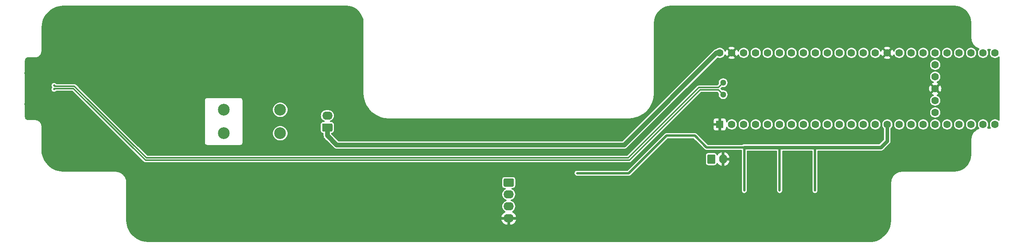
<source format=gbl>
G04 #@! TF.GenerationSoftware,KiCad,Pcbnew,(5.1.6-0-10_14)*
G04 #@! TF.CreationDate,2020-11-25T02:11:22-05:00*
G04 #@! TF.ProjectId,power board,706f7765-7220-4626-9f61-72642e6b6963,0.1.0*
G04 #@! TF.SameCoordinates,Original*
G04 #@! TF.FileFunction,Copper,L2,Bot*
G04 #@! TF.FilePolarity,Positive*
%FSLAX46Y46*%
G04 Gerber Fmt 4.6, Leading zero omitted, Abs format (unit mm)*
G04 Created by KiCad (PCBNEW (5.1.6-0-10_14)) date 2020-11-25 02:11:22*
%MOMM*%
%LPD*%
G01*
G04 APERTURE LIST*
G04 #@! TA.AperFunction,ComponentPad*
%ADD10C,1.300000*%
G04 #@! TD*
G04 #@! TA.AperFunction,ComponentPad*
%ADD11C,1.600000*%
G04 #@! TD*
G04 #@! TA.AperFunction,ComponentPad*
%ADD12R,1.600000X1.600000*%
G04 #@! TD*
G04 #@! TA.AperFunction,ComponentPad*
%ADD13C,6.400000*%
G04 #@! TD*
G04 #@! TA.AperFunction,ComponentPad*
%ADD14O,1.700000X2.000000*%
G04 #@! TD*
G04 #@! TA.AperFunction,ComponentPad*
%ADD15O,2.190000X1.740000*%
G04 #@! TD*
G04 #@! TA.AperFunction,ComponentPad*
%ADD16O,2.500000X2.000000*%
G04 #@! TD*
G04 #@! TA.AperFunction,ComponentPad*
%ADD17C,2.500000*%
G04 #@! TD*
G04 #@! TA.AperFunction,ViaPad*
%ADD18C,0.500000*%
G04 #@! TD*
G04 #@! TA.AperFunction,ViaPad*
%ADD19C,1.000000*%
G04 #@! TD*
G04 #@! TA.AperFunction,Conductor*
%ADD20C,1.000000*%
G04 #@! TD*
G04 #@! TA.AperFunction,Conductor*
%ADD21C,0.300000*%
G04 #@! TD*
G04 #@! TA.AperFunction,Conductor*
%ADD22C,0.800000*%
G04 #@! TD*
G04 #@! TA.AperFunction,Conductor*
%ADD23C,0.500000*%
G04 #@! TD*
G04 APERTURE END LIST*
D10*
G04 #@! TO.P,U1,66*
G04 #@! TO.N,/D-*
X174020000Y-103730000D03*
G04 #@! TO.P,U1,67*
G04 #@! TO.N,/D+*
X174020000Y-106270000D03*
D11*
G04 #@! TO.P,U1,54*
G04 #@! TO.N,Net-(U1-Pad54)*
X219010000Y-99920000D03*
G04 #@! TO.P,U1,53*
G04 #@! TO.N,Net-(U1-Pad53)*
X219010000Y-102460000D03*
G04 #@! TO.P,U1,52*
G04 #@! TO.N,GND*
X219010000Y-105000000D03*
G04 #@! TO.P,U1,51*
G04 #@! TO.N,Net-(U1-Pad51)*
X219010000Y-107540000D03*
G04 #@! TO.P,U1,50*
G04 #@! TO.N,/VBatt*
X219010000Y-110080000D03*
G04 #@! TO.P,U1,17*
G04 #@! TO.N,Net-(U1-Pad17)*
X213930000Y-112620000D03*
G04 #@! TO.P,U1,18*
G04 #@! TO.N,/Data*
X216470000Y-112620000D03*
G04 #@! TO.P,U1,19*
G04 #@! TO.N,/Clock*
X219010000Y-112620000D03*
G04 #@! TO.P,U1,20*
G04 #@! TO.N,Net-(U1-Pad20)*
X221550000Y-112620000D03*
G04 #@! TO.P,U1,16*
G04 #@! TO.N,Net-(U1-Pad16)*
X211390000Y-112620000D03*
G04 #@! TO.P,U1,15*
G04 #@! TO.N,+3V3*
X208850000Y-112620000D03*
G04 #@! TO.P,U1,14*
G04 #@! TO.N,Net-(U1-Pad14)*
X206310000Y-112620000D03*
G04 #@! TO.P,U1,21*
G04 #@! TO.N,Net-(U1-Pad21)*
X224090000Y-112620000D03*
G04 #@! TO.P,U1,22*
G04 #@! TO.N,Net-(U1-Pad22)*
X226630000Y-112620000D03*
G04 #@! TO.P,U1,23*
G04 #@! TO.N,Net-(U1-Pad23)*
X229170000Y-112620000D03*
G04 #@! TO.P,U1,24*
G04 #@! TO.N,Net-(U1-Pad24)*
X231710000Y-112620000D03*
G04 #@! TO.P,U1,25*
G04 #@! TO.N,Net-(U1-Pad25)*
X231710000Y-97380000D03*
G04 #@! TO.P,U1,26*
G04 #@! TO.N,Net-(U1-Pad26)*
X229170000Y-97380000D03*
G04 #@! TO.P,U1,27*
G04 #@! TO.N,Net-(U1-Pad27)*
X226630000Y-97380000D03*
G04 #@! TO.P,U1,28*
G04 #@! TO.N,Net-(U1-Pad28)*
X224090000Y-97380000D03*
G04 #@! TO.P,U1,29*
G04 #@! TO.N,Net-(U1-Pad29)*
X221550000Y-97380000D03*
G04 #@! TO.P,U1,30*
G04 #@! TO.N,Net-(U1-Pad30)*
X219010000Y-97380000D03*
G04 #@! TO.P,U1,31*
G04 #@! TO.N,Net-(U1-Pad31)*
X216470000Y-97380000D03*
G04 #@! TO.P,U1,32*
G04 #@! TO.N,Net-(U1-Pad32)*
X213930000Y-97380000D03*
G04 #@! TO.P,U1,33*
G04 #@! TO.N,Net-(U1-Pad33)*
X211390000Y-97380000D03*
G04 #@! TO.P,U1,34*
G04 #@! TO.N,GND*
X208850000Y-97380000D03*
G04 #@! TO.P,U1,13*
G04 #@! TO.N,Net-(U1-Pad13)*
X203770000Y-112620000D03*
G04 #@! TO.P,U1,12*
G04 #@! TO.N,Net-(U1-Pad12)*
X201230000Y-112620000D03*
G04 #@! TO.P,U1,11*
G04 #@! TO.N,Net-(U1-Pad11)*
X198690000Y-112620000D03*
G04 #@! TO.P,U1,10*
G04 #@! TO.N,Net-(U1-Pad10)*
X196150000Y-112620000D03*
G04 #@! TO.P,U1,9*
G04 #@! TO.N,Net-(U1-Pad9)*
X193610000Y-112620000D03*
G04 #@! TO.P,U1,8*
G04 #@! TO.N,Net-(U1-Pad8)*
X191070000Y-112620000D03*
G04 #@! TO.P,U1,7*
G04 #@! TO.N,Net-(U1-Pad7)*
X188530000Y-112620000D03*
G04 #@! TO.P,U1,6*
G04 #@! TO.N,/Debounced-Switch*
X185990000Y-112620000D03*
G04 #@! TO.P,U1,5*
G04 #@! TO.N,/Debounced-Encoder-B*
X183450000Y-112620000D03*
G04 #@! TO.P,U1,4*
G04 #@! TO.N,/Debounced-Encoder-A*
X180910000Y-112620000D03*
G04 #@! TO.P,U1,3*
G04 #@! TO.N,Net-(U1-Pad3)*
X178370000Y-112620000D03*
G04 #@! TO.P,U1,2*
G04 #@! TO.N,Net-(U1-Pad2)*
X175830000Y-112620000D03*
D12*
G04 #@! TO.P,U1,1*
G04 #@! TO.N,GND*
X173290000Y-112620000D03*
D11*
G04 #@! TO.P,U1,35*
G04 #@! TO.N,Net-(U1-Pad35)*
X206310000Y-97380000D03*
G04 #@! TO.P,U1,36*
G04 #@! TO.N,Net-(U1-Pad36)*
X203770000Y-97380000D03*
G04 #@! TO.P,U1,37*
G04 #@! TO.N,Net-(U1-Pad37)*
X201230000Y-97380000D03*
G04 #@! TO.P,U1,38*
G04 #@! TO.N,Net-(U1-Pad38)*
X198690000Y-97380000D03*
G04 #@! TO.P,U1,39*
G04 #@! TO.N,Net-(U1-Pad39)*
X196150000Y-97380000D03*
G04 #@! TO.P,U1,40*
G04 #@! TO.N,Net-(U1-Pad40)*
X193610000Y-97380000D03*
G04 #@! TO.P,U1,41*
G04 #@! TO.N,Net-(U1-Pad41)*
X191070000Y-97380000D03*
G04 #@! TO.P,U1,42*
G04 #@! TO.N,Net-(U1-Pad42)*
X188530000Y-97380000D03*
G04 #@! TO.P,U1,43*
G04 #@! TO.N,Net-(U1-Pad43)*
X185990000Y-97380000D03*
G04 #@! TO.P,U1,44*
G04 #@! TO.N,Net-(U1-Pad44)*
X183450000Y-97380000D03*
G04 #@! TO.P,U1,45*
G04 #@! TO.N,Net-(U1-Pad45)*
X180910000Y-97380000D03*
G04 #@! TO.P,U1,46*
G04 #@! TO.N,Net-(U1-Pad46)*
X178370000Y-97380000D03*
G04 #@! TO.P,U1,47*
G04 #@! TO.N,GND*
X175830000Y-97380000D03*
G04 #@! TO.P,U1,48*
G04 #@! TO.N,+5V*
X173290000Y-97380000D03*
G04 #@! TD*
D13*
G04 #@! TO.P,H4,1*
G04 #@! TO.N,GND*
X65000000Y-131000000D03*
G04 #@! TD*
D14*
G04 #@! TO.P,J4,2*
G04 #@! TO.N,GND*
X174000000Y-120000000D03*
G04 #@! TO.P,J4,1*
G04 #@! TO.N,/VBatt*
G04 #@! TA.AperFunction,ComponentPad*
G36*
G01*
X170650000Y-120750000D02*
X170650000Y-119250000D01*
G75*
G02*
X170900000Y-119000000I250000J0D01*
G01*
X172100000Y-119000000D01*
G75*
G02*
X172350000Y-119250000I0J-250000D01*
G01*
X172350000Y-120750000D01*
G75*
G02*
X172100000Y-121000000I-250000J0D01*
G01*
X170900000Y-121000000D01*
G75*
G02*
X170650000Y-120750000I0J250000D01*
G01*
G37*
G04 #@! TD.AperFunction*
G04 #@! TD*
D15*
G04 #@! TO.P,J1,4*
G04 #@! TO.N,GND*
X128500000Y-132620000D03*
G04 #@! TO.P,J1,3*
G04 #@! TO.N,/Clock*
X128500000Y-130080000D03*
G04 #@! TO.P,J1,2*
G04 #@! TO.N,/Data*
X128500000Y-127540000D03*
G04 #@! TO.P,J1,1*
G04 #@! TO.N,+5V*
G04 #@! TA.AperFunction,ComponentPad*
G36*
G01*
X127654999Y-124130000D02*
X129345001Y-124130000D01*
G75*
G02*
X129595000Y-124379999I0J-249999D01*
G01*
X129595000Y-125620001D01*
G75*
G02*
X129345001Y-125870000I-249999J0D01*
G01*
X127654999Y-125870000D01*
G75*
G02*
X127405000Y-125620001I0J249999D01*
G01*
X127405000Y-124379999D01*
G75*
G02*
X127654999Y-124130000I249999J0D01*
G01*
G37*
G04 #@! TD.AperFunction*
G04 #@! TD*
D13*
G04 #@! TO.P,H8,1*
G04 #@! TO.N,GND*
X163000000Y-91000000D03*
G04 #@! TD*
G04 #@! TO.P,H7,1*
G04 #@! TO.N,GND*
X163000000Y-121000000D03*
G04 #@! TD*
G04 #@! TO.P,H6,1*
G04 #@! TO.N,GND*
X223000000Y-119000000D03*
G04 #@! TD*
G04 #@! TO.P,H5,1*
G04 #@! TO.N,GND*
X223000000Y-91000000D03*
G04 #@! TD*
D16*
G04 #@! TO.P,J3,6*
G04 #@! TO.N,GND*
X26950000Y-108300000D03*
X26950000Y-101700000D03*
G04 #@! TD*
G04 #@! TO.P,J2,1*
G04 #@! TO.N,+5V*
G04 #@! TA.AperFunction,ComponentPad*
G36*
G01*
X90845001Y-114140000D02*
X89154999Y-114140000D01*
G75*
G02*
X88905000Y-113890001I0J249999D01*
G01*
X88905000Y-112649999D01*
G75*
G02*
X89154999Y-112400000I249999J0D01*
G01*
X90845001Y-112400000D01*
G75*
G02*
X91095000Y-112649999I0J-249999D01*
G01*
X91095000Y-113890001D01*
G75*
G02*
X90845001Y-114140000I-249999J0D01*
G01*
G37*
G04 #@! TD.AperFunction*
D15*
G04 #@! TO.P,J2,2*
G04 #@! TO.N,Net-(F1-Pad2)*
X90000000Y-110730000D03*
G04 #@! TD*
D13*
G04 #@! TO.P,H3,1*
G04 #@! TO.N,GND*
X94000000Y-91000000D03*
G04 #@! TD*
G04 #@! TO.P,H2,1*
G04 #@! TO.N,GND*
X40000000Y-117000000D03*
G04 #@! TD*
G04 #@! TO.P,H1,1*
G04 #@! TO.N,GND*
X40000000Y-93000000D03*
G04 #@! TD*
D17*
G04 #@! TO.P,F1,2*
G04 #@! TO.N,Net-(F1-Pad2)*
X80000000Y-109500000D03*
X80000000Y-114500000D03*
G04 #@! TO.P,F1,1*
G04 #@! TO.N,/VBUS-Raw*
X68000000Y-109500000D03*
X68000000Y-114500000D03*
G04 #@! TD*
D18*
G04 #@! TO.N,GND*
X27000000Y-100000000D03*
X29000000Y-100000000D03*
X31000000Y-100000000D03*
X27000000Y-110000000D03*
X29000000Y-110000000D03*
X31000000Y-110000000D03*
X31000000Y-108000000D03*
X31000000Y-101500000D03*
X33000000Y-101500000D03*
X35000000Y-101500000D03*
X37000000Y-101500000D03*
X39000000Y-101500000D03*
X41000000Y-101500000D03*
X42500000Y-103000000D03*
X44000000Y-104500000D03*
X45500000Y-106000000D03*
X47000000Y-107500000D03*
X48500000Y-109000000D03*
X50000000Y-110500000D03*
X52000000Y-110500000D03*
X54000000Y-110500000D03*
X56000000Y-110500000D03*
X58000000Y-110500000D03*
X60000000Y-110500000D03*
X62000000Y-110500000D03*
X41000000Y-106500000D03*
X42500000Y-108000000D03*
X44000000Y-109500000D03*
X45500000Y-111000000D03*
X47000000Y-112500000D03*
X50000000Y-113500000D03*
X52000000Y-113500000D03*
X54000000Y-113500000D03*
X56000000Y-113500000D03*
X58000000Y-113500000D03*
X60000000Y-113500000D03*
X62000000Y-113500000D03*
X48500000Y-113500000D03*
X33000000Y-106000000D03*
X36500000Y-107500000D03*
X38000000Y-109000000D03*
X39500000Y-110500000D03*
X41000000Y-112000000D03*
X39500000Y-105000000D03*
X42500000Y-113500000D03*
X44000000Y-115000000D03*
X45500000Y-116500000D03*
X47000000Y-118000000D03*
X48500000Y-119500000D03*
X50000000Y-121000000D03*
X52000000Y-121500000D03*
X54000000Y-121500000D03*
X56000000Y-121500000D03*
X58000000Y-121500000D03*
X60000000Y-121500000D03*
X62000000Y-121500000D03*
X64000000Y-121500000D03*
X66000000Y-121500000D03*
X68000000Y-121500000D03*
X70000000Y-121500000D03*
X72000000Y-121500000D03*
X74000000Y-121500000D03*
X76000000Y-121500000D03*
X78000000Y-121500000D03*
X80000000Y-121500000D03*
X82000000Y-121500000D03*
X84000000Y-121500000D03*
X86000000Y-121500000D03*
X88000000Y-121500000D03*
X90000000Y-121500000D03*
X92000000Y-121500000D03*
X94000000Y-121500000D03*
X96000000Y-121500000D03*
X98000000Y-121500000D03*
X100000000Y-121500000D03*
X102000000Y-121500000D03*
X104000000Y-121500000D03*
X106000000Y-121500000D03*
X108000000Y-121500000D03*
X110000000Y-121500000D03*
X112000000Y-121500000D03*
X114000000Y-121500000D03*
X116000000Y-121500000D03*
X118000000Y-121500000D03*
X120000000Y-121500000D03*
X122000000Y-121500000D03*
X124000000Y-121500000D03*
X126000000Y-121500000D03*
X128000000Y-121500000D03*
X130000000Y-121500000D03*
X132000000Y-121500000D03*
X136000000Y-121500000D03*
X35000000Y-106000000D03*
X52000000Y-118500000D03*
X54000000Y-118500000D03*
X56000000Y-118500000D03*
X58000000Y-118500000D03*
X60000000Y-118500000D03*
X62000000Y-118500000D03*
X64000000Y-118500000D03*
X66000000Y-118500000D03*
X68000000Y-118500000D03*
X70000000Y-118500000D03*
X72000000Y-118500000D03*
X74000000Y-118500000D03*
X76000000Y-118500000D03*
X78000000Y-118500000D03*
X80000000Y-118500000D03*
X82000000Y-118500000D03*
X84000000Y-118500000D03*
X86000000Y-118500000D03*
X88000000Y-118500000D03*
X90000000Y-118500000D03*
X92000000Y-118500000D03*
X94000000Y-118500000D03*
X96000000Y-118500000D03*
X98000000Y-118500000D03*
X100000000Y-118500000D03*
X102000000Y-118500000D03*
X104000000Y-118500000D03*
X106000000Y-118500000D03*
X108000000Y-118500000D03*
X110000000Y-118500000D03*
X112000000Y-118500000D03*
X114000000Y-118500000D03*
X116000000Y-118500000D03*
X118000000Y-118500000D03*
X120000000Y-118500000D03*
X122000000Y-118500000D03*
X124000000Y-118500000D03*
X126000000Y-118500000D03*
X128000000Y-118500000D03*
X130000000Y-118500000D03*
X132000000Y-118500000D03*
X136000000Y-118500000D03*
X138000000Y-118500000D03*
X138000000Y-121500000D03*
X151500000Y-118500000D03*
X152000000Y-121500000D03*
X154000000Y-121500000D03*
X153500000Y-118500000D03*
X155000000Y-117000000D03*
X155500000Y-120000000D03*
X157000000Y-118500000D03*
X158500000Y-117000000D03*
X160000000Y-115500000D03*
X161500000Y-114000000D03*
X156500000Y-115500000D03*
X158000000Y-114000000D03*
X159500000Y-112500000D03*
X161000000Y-111000000D03*
X162500000Y-109500000D03*
X164000000Y-108000000D03*
X165500000Y-106500000D03*
X167000000Y-105000000D03*
X168500000Y-103500000D03*
X170500000Y-103500000D03*
X172500000Y-103500000D03*
X163000000Y-112500000D03*
X164500000Y-111000000D03*
X166000000Y-109500000D03*
X167500000Y-108000000D03*
X169000000Y-106500000D03*
X170500000Y-106500000D03*
X172500000Y-106500000D03*
X146000000Y-124000000D03*
X148000000Y-124000000D03*
X150000000Y-124000000D03*
X144000000Y-124000000D03*
X152000000Y-124000000D03*
X154000000Y-124000000D03*
X116000000Y-115500000D03*
X94000000Y-115500000D03*
X122000000Y-115500000D03*
X114000000Y-115500000D03*
X108000000Y-115500000D03*
X112000000Y-115500000D03*
X96000000Y-115500000D03*
X102000000Y-115500000D03*
X104000000Y-115500000D03*
X126000000Y-115500000D03*
X118000000Y-115500000D03*
X98000000Y-115500000D03*
X106000000Y-115500000D03*
X100000000Y-115500000D03*
X124000000Y-115500000D03*
X120000000Y-115500000D03*
X110000000Y-115500000D03*
X128000000Y-115500000D03*
X130000000Y-115500000D03*
X132000000Y-115500000D03*
X134000000Y-115500000D03*
X136000000Y-115500000D03*
X142000000Y-115500000D03*
X144000000Y-115500000D03*
X146000000Y-115500000D03*
X148000000Y-115500000D03*
X155000000Y-113000000D03*
X156500000Y-111500000D03*
X158000000Y-110000000D03*
X159500000Y-108500000D03*
X161000000Y-107000000D03*
X162500000Y-105500000D03*
X164000000Y-104000000D03*
X165500000Y-102500000D03*
X167000000Y-101000000D03*
X168500000Y-99500000D03*
X170000000Y-98000000D03*
X171500000Y-96500000D03*
X155500000Y-123000000D03*
X157000000Y-121500000D03*
X158500000Y-120000000D03*
X160000000Y-118500000D03*
X161500000Y-117000000D03*
X163000000Y-116000000D03*
X165000000Y-116000000D03*
X167000000Y-116000000D03*
X165000000Y-114000000D03*
X167000000Y-114000000D03*
X171000000Y-114000000D03*
X171000000Y-116000000D03*
X171000000Y-112000000D03*
X173000000Y-116000000D03*
X175000000Y-116000000D03*
X177000000Y-116000000D03*
X179000000Y-116000000D03*
X170500000Y-108500000D03*
X172500000Y-108500000D03*
X174500000Y-108500000D03*
X177000000Y-107000000D03*
X179000000Y-107000000D03*
X183000000Y-107000000D03*
X181000000Y-107000000D03*
X187000000Y-107000000D03*
X185000000Y-107000000D03*
X189000000Y-107000000D03*
X193000000Y-107000000D03*
X191000000Y-107000000D03*
X195000000Y-107000000D03*
X197000000Y-107000000D03*
X203000000Y-107000000D03*
X199000000Y-107000000D03*
X201000000Y-107000000D03*
X205000000Y-107000000D03*
X207000000Y-107000000D03*
X217000000Y-107000000D03*
X209000000Y-107000000D03*
X215000000Y-107000000D03*
X211000000Y-107000000D03*
X213000000Y-107000000D03*
X215000000Y-109000000D03*
X211000000Y-109000000D03*
X209000000Y-109000000D03*
X213000000Y-109000000D03*
X207000000Y-109000000D03*
X205000000Y-109000000D03*
X193000000Y-109000000D03*
X195000000Y-109000000D03*
X201000000Y-109000000D03*
X203000000Y-109000000D03*
X199000000Y-109000000D03*
X197000000Y-109000000D03*
X181000000Y-109000000D03*
X191000000Y-109000000D03*
X185000000Y-109000000D03*
X189000000Y-109000000D03*
X183000000Y-109000000D03*
X187000000Y-109000000D03*
X179000000Y-109000000D03*
X172500000Y-110500000D03*
X174500000Y-110500000D03*
X199000000Y-116000000D03*
X201000000Y-116000000D03*
X203000000Y-116000000D03*
X205000000Y-116000000D03*
X207000000Y-116000000D03*
X199000000Y-119000000D03*
X201000000Y-119000000D03*
X203000000Y-119000000D03*
X205000000Y-119000000D03*
X211000000Y-116000000D03*
X209500000Y-117500000D03*
X208000000Y-119000000D03*
X206500000Y-120500000D03*
X205000000Y-122000000D03*
X203500000Y-123500000D03*
X202000000Y-125000000D03*
X200500000Y-126500000D03*
X196000000Y-131000000D03*
X199000000Y-128000000D03*
X197500000Y-129500000D03*
X194000000Y-132000000D03*
X192000000Y-132000000D03*
X190000000Y-132000000D03*
X188000000Y-132000000D03*
X186000000Y-132000000D03*
X184000000Y-132000000D03*
X182000000Y-132000000D03*
X180000000Y-132000000D03*
X178000000Y-132000000D03*
X176000000Y-132000000D03*
X174000000Y-132000000D03*
X172000000Y-132000000D03*
X170000000Y-132000000D03*
X168000000Y-132000000D03*
X166000000Y-132000000D03*
X164000000Y-132000000D03*
X162000000Y-132000000D03*
X160000000Y-132000000D03*
X158000000Y-132000000D03*
X156000000Y-132000000D03*
X154000000Y-132000000D03*
X152000000Y-132000000D03*
X150000000Y-132000000D03*
X148000000Y-132000000D03*
X146500000Y-130500000D03*
X145000000Y-129000000D03*
X143500000Y-127500000D03*
X142000000Y-126500000D03*
X140000000Y-126500000D03*
X138000000Y-126500000D03*
X136000000Y-126500000D03*
X134000000Y-126500000D03*
X132000000Y-126500000D03*
X138000000Y-129500000D03*
X140000000Y-129500000D03*
X132000000Y-129500000D03*
X134000000Y-129500000D03*
X136000000Y-129500000D03*
X142000000Y-130500000D03*
X145000000Y-133500000D03*
X146500000Y-135000000D03*
X143500000Y-132000000D03*
X152000000Y-135000000D03*
X150000000Y-135000000D03*
X154000000Y-135000000D03*
X156000000Y-135000000D03*
X148000000Y-135000000D03*
X160000000Y-135000000D03*
X164000000Y-135000000D03*
X158000000Y-135000000D03*
X162000000Y-135000000D03*
X166000000Y-135000000D03*
X172000000Y-135000000D03*
X174000000Y-135000000D03*
X168000000Y-135000000D03*
X170000000Y-135000000D03*
X176000000Y-135000000D03*
X180000000Y-135000000D03*
X178000000Y-135000000D03*
X182000000Y-135000000D03*
X188000000Y-135000000D03*
X190000000Y-135000000D03*
X184000000Y-135000000D03*
X186000000Y-135000000D03*
X192000000Y-135000000D03*
X194000000Y-135000000D03*
X196000000Y-135000000D03*
X197500000Y-135000000D03*
X205000000Y-127500000D03*
X202000000Y-130500000D03*
X208000000Y-124500000D03*
X200500000Y-132000000D03*
X203500000Y-129000000D03*
X199000000Y-133500000D03*
X206500000Y-126000000D03*
X211000000Y-121500000D03*
X212500000Y-120000000D03*
X209500000Y-123000000D03*
X215500000Y-117000000D03*
X214000000Y-118500000D03*
X217000000Y-116000000D03*
X219000000Y-116000000D03*
X212500000Y-114500000D03*
X152000000Y-128000000D03*
X156000000Y-128000000D03*
X154000000Y-128000000D03*
X158000000Y-128000000D03*
X170000000Y-128000000D03*
X164000000Y-128000000D03*
X166000000Y-128000000D03*
X160000000Y-128000000D03*
X162000000Y-128000000D03*
X168000000Y-128000000D03*
X176000000Y-128000000D03*
X172000000Y-128000000D03*
X174000000Y-128000000D03*
X178000000Y-128000000D03*
X186000000Y-128500000D03*
X184000000Y-128500000D03*
X190000000Y-129500000D03*
X192000000Y-129500000D03*
X184000000Y-123000000D03*
X191500000Y-123000000D03*
X176500000Y-123000000D03*
X84000000Y-110000000D03*
X84000000Y-114000000D03*
X50500000Y-117000000D03*
X49000000Y-115500000D03*
X170000000Y-102000000D03*
X171500000Y-100500000D03*
X150000000Y-126000000D03*
X146000000Y-126000000D03*
X148000000Y-126000000D03*
X144000000Y-126000000D03*
X130000000Y-126500000D03*
D19*
G04 #@! TO.N,+5V*
X134000000Y-117000000D03*
D18*
G04 #@! TO.N,/D+*
X32000000Y-105100000D03*
G04 #@! TO.N,/D-*
X32000000Y-104300000D03*
G04 #@! TO.N,+3V3*
X143000000Y-123000000D03*
X178500000Y-126700000D03*
X178500000Y-117500000D03*
X186000000Y-117500000D03*
X186000000Y-126700000D03*
X193500000Y-117500000D03*
X193500000Y-126700000D03*
G04 #@! TD*
D20*
G04 #@! TO.N,+5V*
X172620000Y-97380000D02*
X173290000Y-97380000D01*
X153000000Y-117000000D02*
X172620000Y-97380000D01*
X143000000Y-117000000D02*
X153000000Y-117000000D01*
X134000000Y-117000000D02*
X143000000Y-117000000D01*
X134000000Y-117000000D02*
X92000000Y-117000000D01*
X90000000Y-115000000D02*
X92000000Y-117000000D01*
X90000000Y-113270000D02*
X90000000Y-115000000D01*
D21*
G04 #@! TO.N,/D+*
X51396446Y-120250000D02*
X154103554Y-120250000D01*
X36096446Y-104950000D02*
X51396446Y-120250000D01*
X32150000Y-104950000D02*
X36096446Y-104950000D01*
X32000000Y-105100000D02*
X32150000Y-104950000D01*
X173000000Y-105250000D02*
X174020000Y-106270000D01*
X169103554Y-105250000D02*
X173000000Y-105250000D01*
X154103554Y-120250000D02*
X169103554Y-105250000D01*
G04 #@! TO.N,/D-*
X51603554Y-119750000D02*
X153896446Y-119750000D01*
X36303554Y-104450000D02*
X51603554Y-119750000D01*
X32150000Y-104450000D02*
X36303554Y-104450000D01*
X32000000Y-104300000D02*
X32150000Y-104450000D01*
X168896446Y-104750000D02*
X173000000Y-104750000D01*
X153896446Y-119750000D02*
X168896446Y-104750000D01*
X173000000Y-104750000D02*
X174020000Y-103730000D01*
D22*
G04 #@! TO.N,+3V3*
X208850000Y-116150000D02*
X208850000Y-112620000D01*
X207500000Y-117500000D02*
X208850000Y-116150000D01*
D23*
X178500000Y-117500000D02*
X170500000Y-117500000D01*
X170500000Y-117500000D02*
X168000000Y-115000000D01*
X168000000Y-115000000D02*
X162000000Y-115000000D01*
X154000000Y-123000000D02*
X143000000Y-123000000D01*
X162000000Y-115000000D02*
X154000000Y-123000000D01*
X178500000Y-117500000D02*
X178500000Y-126700000D01*
D22*
X178500000Y-117500000D02*
X186000000Y-117500000D01*
D23*
X186000000Y-117500000D02*
X186000000Y-126700000D01*
D22*
X193500000Y-117500000D02*
X207500000Y-117500000D01*
X186000000Y-117500000D02*
X193500000Y-117500000D01*
D23*
X193500000Y-117500000D02*
X193500000Y-126700000D01*
G04 #@! TD*
D21*
G04 #@! TO.N,GND*
G36*
X94684232Y-87544367D02*
G01*
X95342407Y-87743082D01*
X95949443Y-88065849D01*
X96482230Y-88500378D01*
X96920470Y-89030120D01*
X97247468Y-89634891D01*
X97450771Y-90291656D01*
X97524990Y-90997795D01*
X97525000Y-91000787D01*
X97525001Y-106023332D01*
X97526706Y-106040643D01*
X97579914Y-106765203D01*
X97581726Y-106776266D01*
X97582078Y-106787480D01*
X97591762Y-106841302D01*
X97799282Y-107705684D01*
X97804051Y-107719854D01*
X97807157Y-107734467D01*
X97826218Y-107785723D01*
X98183527Y-108599693D01*
X98190729Y-108612793D01*
X98196374Y-108626626D01*
X98224211Y-108673697D01*
X98720014Y-109411531D01*
X98729418Y-109423144D01*
X98737427Y-109435764D01*
X98773160Y-109477161D01*
X99391787Y-110115534D01*
X99403101Y-110125300D01*
X99413216Y-110136300D01*
X99455715Y-110170715D01*
X100177611Y-110689450D01*
X100190477Y-110697059D01*
X100202379Y-110706093D01*
X100250300Y-110732438D01*
X101052647Y-111115138D01*
X101066658Y-111120349D01*
X101079971Y-111127132D01*
X101131800Y-111144575D01*
X101989236Y-111379143D01*
X102003945Y-111381790D01*
X102018252Y-111386109D01*
X102072351Y-111394098D01*
X102955586Y-111472924D01*
X102976668Y-111475000D01*
X154023332Y-111475000D01*
X154040683Y-111473291D01*
X154765203Y-111420086D01*
X154776266Y-111418274D01*
X154787480Y-111417922D01*
X154841302Y-111408238D01*
X155705684Y-111200718D01*
X155719854Y-111195949D01*
X155734467Y-111192843D01*
X155785723Y-111173782D01*
X156599693Y-110816473D01*
X156612793Y-110809271D01*
X156626626Y-110803626D01*
X156673697Y-110775789D01*
X157411531Y-110279986D01*
X157423144Y-110270582D01*
X157435764Y-110262573D01*
X157477161Y-110226840D01*
X158115534Y-109608213D01*
X158125300Y-109596899D01*
X158136300Y-109586784D01*
X158170715Y-109544285D01*
X158689450Y-108822389D01*
X158697059Y-108809523D01*
X158706093Y-108797621D01*
X158732438Y-108749700D01*
X159115138Y-107947353D01*
X159120349Y-107933342D01*
X159127132Y-107920029D01*
X159144575Y-107868200D01*
X159379143Y-107010764D01*
X159381790Y-106996055D01*
X159386109Y-106981748D01*
X159394098Y-106927649D01*
X159472924Y-106044414D01*
X159475000Y-106023332D01*
X159475000Y-91023231D01*
X159544367Y-90315768D01*
X159743082Y-89657593D01*
X160065849Y-89050557D01*
X160500378Y-88517770D01*
X161030120Y-88079530D01*
X161634891Y-87752532D01*
X162291656Y-87549229D01*
X162997795Y-87475010D01*
X163000786Y-87475000D01*
X222976769Y-87475000D01*
X223684232Y-87544367D01*
X224342407Y-87743082D01*
X224949443Y-88065849D01*
X225482230Y-88500378D01*
X225920470Y-89030120D01*
X226247468Y-89634891D01*
X226450771Y-90291656D01*
X226524990Y-90997795D01*
X226525000Y-91000788D01*
X226525001Y-94223332D01*
X226527091Y-94244552D01*
X226527004Y-94257014D01*
X226527651Y-94263614D01*
X226568452Y-94651807D01*
X226577110Y-94693986D01*
X226585176Y-94736268D01*
X226587093Y-94742617D01*
X226702517Y-95115492D01*
X226719205Y-95155193D01*
X226735327Y-95195096D01*
X226738436Y-95200943D01*
X226738440Y-95200952D01*
X226738445Y-95200959D01*
X226924092Y-95544307D01*
X226948161Y-95579990D01*
X226971740Y-95616024D01*
X226975932Y-95621163D01*
X227224739Y-95921918D01*
X227255284Y-95952250D01*
X227285408Y-95983012D01*
X227290512Y-95987234D01*
X227290518Y-95987240D01*
X227290525Y-95987244D01*
X227593003Y-96233940D01*
X227628821Y-96257738D01*
X227664383Y-96282088D01*
X227670217Y-96285242D01*
X228014859Y-96468492D01*
X228054660Y-96484897D01*
X228094234Y-96501858D01*
X228100569Y-96503819D01*
X228237172Y-96545062D01*
X228199062Y-96583172D01*
X228062265Y-96787903D01*
X227968037Y-97015389D01*
X227920000Y-97256886D01*
X227920000Y-97503114D01*
X227968037Y-97744611D01*
X228062265Y-97972097D01*
X228199062Y-98176828D01*
X228373172Y-98350938D01*
X228577903Y-98487735D01*
X228805389Y-98581963D01*
X229046886Y-98630000D01*
X229293114Y-98630000D01*
X229534611Y-98581963D01*
X229762097Y-98487735D01*
X229966828Y-98350938D01*
X230140938Y-98176828D01*
X230277735Y-97972097D01*
X230371963Y-97744611D01*
X230420000Y-97503114D01*
X230420000Y-97256886D01*
X230371963Y-97015389D01*
X230277735Y-96787903D01*
X230202296Y-96675000D01*
X230677704Y-96675000D01*
X230602265Y-96787903D01*
X230508037Y-97015389D01*
X230460000Y-97256886D01*
X230460000Y-97503114D01*
X230508037Y-97744611D01*
X230602265Y-97972097D01*
X230739062Y-98176828D01*
X230913172Y-98350938D01*
X231117903Y-98487735D01*
X231345389Y-98581963D01*
X231586886Y-98630000D01*
X231833114Y-98630000D01*
X232074611Y-98581963D01*
X232302097Y-98487735D01*
X232506828Y-98350938D01*
X232525000Y-98332766D01*
X232525001Y-111667235D01*
X232506828Y-111649062D01*
X232302097Y-111512265D01*
X232074611Y-111418037D01*
X231833114Y-111370000D01*
X231586886Y-111370000D01*
X231345389Y-111418037D01*
X231117903Y-111512265D01*
X230913172Y-111649062D01*
X230739062Y-111823172D01*
X230602265Y-112027903D01*
X230508037Y-112255389D01*
X230460000Y-112496886D01*
X230460000Y-112743114D01*
X230508037Y-112984611D01*
X230602265Y-113212097D01*
X230677704Y-113325000D01*
X230202296Y-113325000D01*
X230277735Y-113212097D01*
X230371963Y-112984611D01*
X230420000Y-112743114D01*
X230420000Y-112496886D01*
X230371963Y-112255389D01*
X230277735Y-112027903D01*
X230140938Y-111823172D01*
X229966828Y-111649062D01*
X229762097Y-111512265D01*
X229534611Y-111418037D01*
X229293114Y-111370000D01*
X229046886Y-111370000D01*
X228805389Y-111418037D01*
X228577903Y-111512265D01*
X228373172Y-111649062D01*
X228199062Y-111823172D01*
X228062265Y-112027903D01*
X227968037Y-112255389D01*
X227920000Y-112496886D01*
X227920000Y-112743114D01*
X227968037Y-112984611D01*
X228062265Y-113212097D01*
X228199062Y-113416828D01*
X228237417Y-113455183D01*
X228084507Y-113502516D01*
X228044819Y-113519199D01*
X228004902Y-113535326D01*
X227999051Y-113538437D01*
X227999047Y-113538439D01*
X227999046Y-113538440D01*
X227655692Y-113724091D01*
X227620024Y-113748150D01*
X227583977Y-113771738D01*
X227578838Y-113775930D01*
X227278082Y-114024737D01*
X227247732Y-114055299D01*
X227216987Y-114085407D01*
X227212759Y-114090517D01*
X226966059Y-114393002D01*
X226942239Y-114428854D01*
X226917911Y-114464383D01*
X226914760Y-114470212D01*
X226914757Y-114470216D01*
X226914757Y-114470217D01*
X226731507Y-114814860D01*
X226715096Y-114854675D01*
X226698141Y-114894234D01*
X226696182Y-114900562D01*
X226696180Y-114900568D01*
X226696180Y-114900570D01*
X226583362Y-115274241D01*
X226574997Y-115316486D01*
X226566049Y-115358583D01*
X226565356Y-115365179D01*
X226527266Y-115753648D01*
X226524999Y-115776669D01*
X226525001Y-118976759D01*
X226455633Y-119684232D01*
X226256919Y-120342405D01*
X225934150Y-120949445D01*
X225499619Y-121482232D01*
X224969883Y-121920468D01*
X224365108Y-122247468D01*
X223708344Y-122450771D01*
X223002206Y-122524990D01*
X222999214Y-122525000D01*
X211976668Y-122525000D01*
X211955438Y-122527091D01*
X211942986Y-122527004D01*
X211936385Y-122527651D01*
X211548193Y-122568452D01*
X211506020Y-122577109D01*
X211463732Y-122585176D01*
X211457383Y-122587093D01*
X211084508Y-122702517D01*
X211044807Y-122719205D01*
X211004904Y-122735327D01*
X210999057Y-122738436D01*
X210999048Y-122738440D01*
X210999041Y-122738445D01*
X210655693Y-122924092D01*
X210620010Y-122948161D01*
X210583976Y-122971740D01*
X210578837Y-122975932D01*
X210278082Y-123224739D01*
X210247752Y-123255281D01*
X210216987Y-123285408D01*
X210212765Y-123290513D01*
X210212760Y-123290518D01*
X210212756Y-123290523D01*
X209966059Y-123593004D01*
X209942232Y-123628867D01*
X209917912Y-123664385D01*
X209914758Y-123670219D01*
X209731509Y-124014861D01*
X209715113Y-124054641D01*
X209698143Y-124094233D01*
X209696185Y-124100563D01*
X209696182Y-124100570D01*
X209696182Y-124100571D01*
X209583363Y-124474241D01*
X209574999Y-124516483D01*
X209566050Y-124558585D01*
X209565357Y-124565181D01*
X209527268Y-124953650D01*
X209527268Y-124953662D01*
X209525002Y-124976669D01*
X209525000Y-132978840D01*
X209451626Y-133800977D01*
X209239431Y-134576631D01*
X208893233Y-135302451D01*
X208423973Y-135955494D01*
X207846486Y-136515119D01*
X207179023Y-136963634D01*
X206442687Y-137286863D01*
X205657091Y-137475468D01*
X204982588Y-137525000D01*
X52021160Y-137525000D01*
X51199023Y-137451626D01*
X50423369Y-137239431D01*
X49697549Y-136893233D01*
X49044506Y-136423973D01*
X48484881Y-135846486D01*
X48036366Y-135179023D01*
X47713137Y-134442687D01*
X47524532Y-133657091D01*
X47475000Y-132982588D01*
X47475000Y-132961197D01*
X126785581Y-132961197D01*
X126823513Y-133108656D01*
X126946735Y-133382438D01*
X127121002Y-133626920D01*
X127339616Y-133832706D01*
X127594176Y-133991889D01*
X127874900Y-134098351D01*
X128171000Y-134148000D01*
X128396000Y-134148000D01*
X128396000Y-132724000D01*
X128604000Y-132724000D01*
X128604000Y-134148000D01*
X128829000Y-134148000D01*
X129125100Y-134098351D01*
X129405824Y-133991889D01*
X129660384Y-133832706D01*
X129878998Y-133626920D01*
X130053265Y-133382438D01*
X130176487Y-133108656D01*
X130214419Y-132961197D01*
X130084528Y-132724000D01*
X128604000Y-132724000D01*
X128396000Y-132724000D01*
X126915472Y-132724000D01*
X126785581Y-132961197D01*
X47475000Y-132961197D01*
X47475000Y-132278803D01*
X126785581Y-132278803D01*
X126915472Y-132516000D01*
X128396000Y-132516000D01*
X128396000Y-132496000D01*
X128604000Y-132496000D01*
X128604000Y-132516000D01*
X130084528Y-132516000D01*
X130214419Y-132278803D01*
X130176487Y-132131344D01*
X130053265Y-131857562D01*
X129878998Y-131613080D01*
X129660384Y-131407294D01*
X129405824Y-131248111D01*
X129367206Y-131233465D01*
X129461901Y-131182850D01*
X129662897Y-131017897D01*
X129827850Y-130816901D01*
X129950421Y-130587586D01*
X130025900Y-130338765D01*
X130051386Y-130080000D01*
X130025900Y-129821235D01*
X129950421Y-129572414D01*
X129827850Y-129343099D01*
X129662897Y-129142103D01*
X129461901Y-128977150D01*
X129232586Y-128854579D01*
X129085629Y-128810000D01*
X129232586Y-128765421D01*
X129461901Y-128642850D01*
X129662897Y-128477897D01*
X129827850Y-128276901D01*
X129950421Y-128047586D01*
X130025900Y-127798765D01*
X130051386Y-127540000D01*
X130025900Y-127281235D01*
X129950421Y-127032414D01*
X129827850Y-126803099D01*
X129662897Y-126602103D01*
X129461901Y-126437150D01*
X129246801Y-126322177D01*
X129345001Y-126322177D01*
X129481989Y-126308685D01*
X129613712Y-126268727D01*
X129735109Y-126203839D01*
X129841514Y-126116514D01*
X129928839Y-126010109D01*
X129993727Y-125888712D01*
X130033685Y-125756989D01*
X130047177Y-125620001D01*
X130047177Y-124379999D01*
X130033685Y-124243011D01*
X129993727Y-124111288D01*
X129928839Y-123989891D01*
X129841514Y-123883486D01*
X129735109Y-123796161D01*
X129613712Y-123731273D01*
X129481989Y-123691315D01*
X129345001Y-123677823D01*
X127654999Y-123677823D01*
X127518011Y-123691315D01*
X127386288Y-123731273D01*
X127264891Y-123796161D01*
X127158486Y-123883486D01*
X127071161Y-123989891D01*
X127006273Y-124111288D01*
X126966315Y-124243011D01*
X126952823Y-124379999D01*
X126952823Y-125620001D01*
X126966315Y-125756989D01*
X127006273Y-125888712D01*
X127071161Y-126010109D01*
X127158486Y-126116514D01*
X127264891Y-126203839D01*
X127386288Y-126268727D01*
X127518011Y-126308685D01*
X127654999Y-126322177D01*
X127753199Y-126322177D01*
X127538099Y-126437150D01*
X127337103Y-126602103D01*
X127172150Y-126803099D01*
X127049579Y-127032414D01*
X126974100Y-127281235D01*
X126948614Y-127540000D01*
X126974100Y-127798765D01*
X127049579Y-128047586D01*
X127172150Y-128276901D01*
X127337103Y-128477897D01*
X127538099Y-128642850D01*
X127767414Y-128765421D01*
X127914371Y-128810000D01*
X127767414Y-128854579D01*
X127538099Y-128977150D01*
X127337103Y-129142103D01*
X127172150Y-129343099D01*
X127049579Y-129572414D01*
X126974100Y-129821235D01*
X126948614Y-130080000D01*
X126974100Y-130338765D01*
X127049579Y-130587586D01*
X127172150Y-130816901D01*
X127337103Y-131017897D01*
X127538099Y-131182850D01*
X127632794Y-131233465D01*
X127594176Y-131248111D01*
X127339616Y-131407294D01*
X127121002Y-131613080D01*
X126946735Y-131857562D01*
X126823513Y-132131344D01*
X126785581Y-132278803D01*
X47475000Y-132278803D01*
X47475000Y-124976668D01*
X47472909Y-124955438D01*
X47472996Y-124942986D01*
X47472349Y-124936385D01*
X47431548Y-124548193D01*
X47422891Y-124506020D01*
X47414824Y-124463732D01*
X47412907Y-124457383D01*
X47297483Y-124084508D01*
X47280795Y-124044807D01*
X47264673Y-124004904D01*
X47261564Y-123999057D01*
X47261560Y-123999048D01*
X47261555Y-123999041D01*
X47075908Y-123655693D01*
X47051839Y-123620010D01*
X47028260Y-123583976D01*
X47024068Y-123578837D01*
X46775261Y-123278082D01*
X46744719Y-123247752D01*
X46714592Y-123216987D01*
X46709487Y-123212765D01*
X46709482Y-123212760D01*
X46709477Y-123212756D01*
X46448612Y-123000000D01*
X142296613Y-123000000D01*
X142300000Y-123034390D01*
X142300000Y-123068944D01*
X142306741Y-123102831D01*
X142310128Y-123137224D01*
X142320161Y-123170298D01*
X142326901Y-123204182D01*
X142340122Y-123236100D01*
X142350155Y-123269175D01*
X142366446Y-123299654D01*
X142379668Y-123331574D01*
X142398865Y-123360304D01*
X142415155Y-123390781D01*
X142437076Y-123417492D01*
X142456274Y-123446224D01*
X142480709Y-123470659D01*
X142502630Y-123497370D01*
X142529341Y-123519291D01*
X142553776Y-123543726D01*
X142582508Y-123562924D01*
X142609219Y-123584845D01*
X142639696Y-123601135D01*
X142668426Y-123620332D01*
X142700346Y-123633554D01*
X142730825Y-123649845D01*
X142763900Y-123659878D01*
X142795818Y-123673099D01*
X142829702Y-123679839D01*
X142862776Y-123689872D01*
X142897169Y-123693259D01*
X142931056Y-123700000D01*
X153965613Y-123700000D01*
X154000000Y-123703387D01*
X154034387Y-123700000D01*
X154034390Y-123700000D01*
X154137224Y-123689872D01*
X154269175Y-123649845D01*
X154390781Y-123584845D01*
X154497370Y-123497370D01*
X154519296Y-123470653D01*
X158739949Y-119250000D01*
X170197823Y-119250000D01*
X170197823Y-120750000D01*
X170211315Y-120886988D01*
X170251273Y-121018712D01*
X170316161Y-121140109D01*
X170403486Y-121246514D01*
X170509891Y-121333839D01*
X170631288Y-121398727D01*
X170763012Y-121438685D01*
X170900000Y-121452177D01*
X172100000Y-121452177D01*
X172236988Y-121438685D01*
X172368712Y-121398727D01*
X172490109Y-121333839D01*
X172596514Y-121246514D01*
X172683839Y-121140109D01*
X172748727Y-121018712D01*
X172756131Y-120994304D01*
X172860253Y-121140928D01*
X173075473Y-121344241D01*
X173326222Y-121501660D01*
X173602864Y-121607136D01*
X173661939Y-121619619D01*
X173896000Y-121489469D01*
X173896000Y-120104000D01*
X174104000Y-120104000D01*
X174104000Y-121489469D01*
X174338061Y-121619619D01*
X174397136Y-121607136D01*
X174673778Y-121501660D01*
X174924527Y-121344241D01*
X175139747Y-121140928D01*
X175311168Y-120899534D01*
X175432201Y-120629336D01*
X175498195Y-120340717D01*
X175345084Y-120104000D01*
X174104000Y-120104000D01*
X173896000Y-120104000D01*
X173876000Y-120104000D01*
X173876000Y-119896000D01*
X173896000Y-119896000D01*
X173896000Y-118510531D01*
X174104000Y-118510531D01*
X174104000Y-119896000D01*
X175345084Y-119896000D01*
X175498195Y-119659283D01*
X175432201Y-119370664D01*
X175311168Y-119100466D01*
X175139747Y-118859072D01*
X174924527Y-118655759D01*
X174673778Y-118498340D01*
X174397136Y-118392864D01*
X174338061Y-118380381D01*
X174104000Y-118510531D01*
X173896000Y-118510531D01*
X173661939Y-118380381D01*
X173602864Y-118392864D01*
X173326222Y-118498340D01*
X173075473Y-118655759D01*
X172860253Y-118859072D01*
X172756131Y-119005696D01*
X172748727Y-118981288D01*
X172683839Y-118859891D01*
X172596514Y-118753486D01*
X172490109Y-118666161D01*
X172368712Y-118601273D01*
X172236988Y-118561315D01*
X172100000Y-118547823D01*
X170900000Y-118547823D01*
X170763012Y-118561315D01*
X170631288Y-118601273D01*
X170509891Y-118666161D01*
X170403486Y-118753486D01*
X170316161Y-118859891D01*
X170251273Y-118981288D01*
X170211315Y-119113012D01*
X170197823Y-119250000D01*
X158739949Y-119250000D01*
X162289949Y-115700000D01*
X167710051Y-115700000D01*
X169980709Y-117970659D01*
X170002630Y-117997370D01*
X170029341Y-118019291D01*
X170029342Y-118019292D01*
X170109218Y-118084845D01*
X170175610Y-118120332D01*
X170230825Y-118149845D01*
X170362776Y-118189872D01*
X170465610Y-118200000D01*
X170465613Y-118200000D01*
X170500000Y-118203387D01*
X170534387Y-118200000D01*
X177800000Y-118200000D01*
X177800001Y-126631051D01*
X177800000Y-126631056D01*
X177800000Y-126768944D01*
X177806743Y-126802841D01*
X177810129Y-126837224D01*
X177820159Y-126870289D01*
X177826901Y-126904182D01*
X177840126Y-126936109D01*
X177850156Y-126969175D01*
X177866443Y-126999646D01*
X177879668Y-127031574D01*
X177898870Y-127060312D01*
X177915156Y-127090781D01*
X177937072Y-127117485D01*
X177956274Y-127146224D01*
X177980714Y-127170664D01*
X178002631Y-127197370D01*
X178029337Y-127219287D01*
X178053776Y-127243726D01*
X178082513Y-127262928D01*
X178109220Y-127284845D01*
X178139692Y-127301133D01*
X178168426Y-127320332D01*
X178200350Y-127333555D01*
X178230826Y-127349845D01*
X178263897Y-127359877D01*
X178295818Y-127373099D01*
X178329705Y-127379840D01*
X178362777Y-127389872D01*
X178397168Y-127393259D01*
X178431056Y-127400000D01*
X178465610Y-127400000D01*
X178500000Y-127403387D01*
X178534390Y-127400000D01*
X178568944Y-127400000D01*
X178602831Y-127393259D01*
X178637224Y-127389872D01*
X178670298Y-127379839D01*
X178704182Y-127373099D01*
X178736100Y-127359878D01*
X178769175Y-127349845D01*
X178799654Y-127333554D01*
X178831574Y-127320332D01*
X178860304Y-127301135D01*
X178890781Y-127284845D01*
X178917492Y-127262924D01*
X178946224Y-127243726D01*
X178970659Y-127219291D01*
X178997370Y-127197370D01*
X179019291Y-127170659D01*
X179043726Y-127146224D01*
X179062924Y-127117492D01*
X179084845Y-127090781D01*
X179101135Y-127060304D01*
X179120332Y-127031574D01*
X179133554Y-126999654D01*
X179149845Y-126969175D01*
X179159878Y-126936100D01*
X179173099Y-126904182D01*
X179179839Y-126870298D01*
X179189872Y-126837224D01*
X179193259Y-126802831D01*
X179200000Y-126768944D01*
X179200000Y-118350000D01*
X185300000Y-118350000D01*
X185300001Y-126631051D01*
X185300000Y-126631056D01*
X185300000Y-126768944D01*
X185306743Y-126802841D01*
X185310129Y-126837224D01*
X185320159Y-126870289D01*
X185326901Y-126904182D01*
X185340126Y-126936109D01*
X185350156Y-126969175D01*
X185366443Y-126999646D01*
X185379668Y-127031574D01*
X185398870Y-127060312D01*
X185415156Y-127090781D01*
X185437072Y-127117485D01*
X185456274Y-127146224D01*
X185480714Y-127170664D01*
X185502631Y-127197370D01*
X185529337Y-127219287D01*
X185553776Y-127243726D01*
X185582513Y-127262928D01*
X185609220Y-127284845D01*
X185639692Y-127301133D01*
X185668426Y-127320332D01*
X185700350Y-127333555D01*
X185730826Y-127349845D01*
X185763897Y-127359877D01*
X185795818Y-127373099D01*
X185829705Y-127379840D01*
X185862777Y-127389872D01*
X185897168Y-127393259D01*
X185931056Y-127400000D01*
X185965610Y-127400000D01*
X186000000Y-127403387D01*
X186034390Y-127400000D01*
X186068944Y-127400000D01*
X186102831Y-127393259D01*
X186137224Y-127389872D01*
X186170298Y-127379839D01*
X186204182Y-127373099D01*
X186236100Y-127359878D01*
X186269175Y-127349845D01*
X186299654Y-127333554D01*
X186331574Y-127320332D01*
X186360304Y-127301135D01*
X186390781Y-127284845D01*
X186417492Y-127262924D01*
X186446224Y-127243726D01*
X186470659Y-127219291D01*
X186497370Y-127197370D01*
X186519291Y-127170659D01*
X186543726Y-127146224D01*
X186562924Y-127117492D01*
X186584845Y-127090781D01*
X186601135Y-127060304D01*
X186620332Y-127031574D01*
X186633554Y-126999654D01*
X186649845Y-126969175D01*
X186659878Y-126936100D01*
X186673099Y-126904182D01*
X186679839Y-126870298D01*
X186689872Y-126837224D01*
X186693259Y-126802831D01*
X186700000Y-126768944D01*
X186700000Y-118350000D01*
X192800000Y-118350000D01*
X192800001Y-126631051D01*
X192800000Y-126631056D01*
X192800000Y-126768944D01*
X192806743Y-126802841D01*
X192810129Y-126837224D01*
X192820159Y-126870289D01*
X192826901Y-126904182D01*
X192840126Y-126936109D01*
X192850156Y-126969175D01*
X192866443Y-126999646D01*
X192879668Y-127031574D01*
X192898870Y-127060312D01*
X192915156Y-127090781D01*
X192937072Y-127117485D01*
X192956274Y-127146224D01*
X192980714Y-127170664D01*
X193002631Y-127197370D01*
X193029337Y-127219287D01*
X193053776Y-127243726D01*
X193082513Y-127262928D01*
X193109220Y-127284845D01*
X193139692Y-127301133D01*
X193168426Y-127320332D01*
X193200350Y-127333555D01*
X193230826Y-127349845D01*
X193263897Y-127359877D01*
X193295818Y-127373099D01*
X193329705Y-127379840D01*
X193362777Y-127389872D01*
X193397168Y-127393259D01*
X193431056Y-127400000D01*
X193465610Y-127400000D01*
X193500000Y-127403387D01*
X193534390Y-127400000D01*
X193568944Y-127400000D01*
X193602831Y-127393259D01*
X193637224Y-127389872D01*
X193670298Y-127379839D01*
X193704182Y-127373099D01*
X193736100Y-127359878D01*
X193769175Y-127349845D01*
X193799654Y-127333554D01*
X193831574Y-127320332D01*
X193860304Y-127301135D01*
X193890781Y-127284845D01*
X193917492Y-127262924D01*
X193946224Y-127243726D01*
X193970659Y-127219291D01*
X193997370Y-127197370D01*
X194019291Y-127170659D01*
X194043726Y-127146224D01*
X194062924Y-127117492D01*
X194084845Y-127090781D01*
X194101135Y-127060304D01*
X194120332Y-127031574D01*
X194133554Y-126999654D01*
X194149845Y-126969175D01*
X194159878Y-126936100D01*
X194173099Y-126904182D01*
X194179839Y-126870298D01*
X194189872Y-126837224D01*
X194193259Y-126802831D01*
X194200000Y-126768944D01*
X194200000Y-118350000D01*
X207458259Y-118350000D01*
X207500000Y-118354111D01*
X207541741Y-118350000D01*
X207541749Y-118350000D01*
X207666629Y-118337700D01*
X207826855Y-118289097D01*
X207974519Y-118210168D01*
X208103948Y-118103948D01*
X208130566Y-118071514D01*
X209421521Y-116780560D01*
X209453948Y-116753948D01*
X209560168Y-116624519D01*
X209639097Y-116476855D01*
X209687700Y-116316629D01*
X209700000Y-116191749D01*
X209700000Y-116191739D01*
X209704111Y-116150001D01*
X209700000Y-116108263D01*
X209700000Y-113537766D01*
X209820938Y-113416828D01*
X209957735Y-113212097D01*
X210051963Y-112984611D01*
X210100000Y-112743114D01*
X210100000Y-112496886D01*
X210140000Y-112496886D01*
X210140000Y-112743114D01*
X210188037Y-112984611D01*
X210282265Y-113212097D01*
X210419062Y-113416828D01*
X210593172Y-113590938D01*
X210797903Y-113727735D01*
X211025389Y-113821963D01*
X211266886Y-113870000D01*
X211513114Y-113870000D01*
X211754611Y-113821963D01*
X211982097Y-113727735D01*
X212186828Y-113590938D01*
X212360938Y-113416828D01*
X212497735Y-113212097D01*
X212591963Y-112984611D01*
X212640000Y-112743114D01*
X212640000Y-112496886D01*
X212680000Y-112496886D01*
X212680000Y-112743114D01*
X212728037Y-112984611D01*
X212822265Y-113212097D01*
X212959062Y-113416828D01*
X213133172Y-113590938D01*
X213337903Y-113727735D01*
X213565389Y-113821963D01*
X213806886Y-113870000D01*
X214053114Y-113870000D01*
X214294611Y-113821963D01*
X214522097Y-113727735D01*
X214726828Y-113590938D01*
X214900938Y-113416828D01*
X215037735Y-113212097D01*
X215131963Y-112984611D01*
X215180000Y-112743114D01*
X215180000Y-112496886D01*
X215220000Y-112496886D01*
X215220000Y-112743114D01*
X215268037Y-112984611D01*
X215362265Y-113212097D01*
X215499062Y-113416828D01*
X215673172Y-113590938D01*
X215877903Y-113727735D01*
X216105389Y-113821963D01*
X216346886Y-113870000D01*
X216593114Y-113870000D01*
X216834611Y-113821963D01*
X217062097Y-113727735D01*
X217266828Y-113590938D01*
X217440938Y-113416828D01*
X217577735Y-113212097D01*
X217671963Y-112984611D01*
X217720000Y-112743114D01*
X217720000Y-112496886D01*
X217760000Y-112496886D01*
X217760000Y-112743114D01*
X217808037Y-112984611D01*
X217902265Y-113212097D01*
X218039062Y-113416828D01*
X218213172Y-113590938D01*
X218417903Y-113727735D01*
X218645389Y-113821963D01*
X218886886Y-113870000D01*
X219133114Y-113870000D01*
X219374611Y-113821963D01*
X219602097Y-113727735D01*
X219806828Y-113590938D01*
X219980938Y-113416828D01*
X220117735Y-113212097D01*
X220211963Y-112984611D01*
X220260000Y-112743114D01*
X220260000Y-112496886D01*
X220300000Y-112496886D01*
X220300000Y-112743114D01*
X220348037Y-112984611D01*
X220442265Y-113212097D01*
X220579062Y-113416828D01*
X220753172Y-113590938D01*
X220957903Y-113727735D01*
X221185389Y-113821963D01*
X221426886Y-113870000D01*
X221673114Y-113870000D01*
X221914611Y-113821963D01*
X222142097Y-113727735D01*
X222346828Y-113590938D01*
X222520938Y-113416828D01*
X222657735Y-113212097D01*
X222751963Y-112984611D01*
X222800000Y-112743114D01*
X222800000Y-112496886D01*
X222840000Y-112496886D01*
X222840000Y-112743114D01*
X222888037Y-112984611D01*
X222982265Y-113212097D01*
X223119062Y-113416828D01*
X223293172Y-113590938D01*
X223497903Y-113727735D01*
X223725389Y-113821963D01*
X223966886Y-113870000D01*
X224213114Y-113870000D01*
X224454611Y-113821963D01*
X224682097Y-113727735D01*
X224886828Y-113590938D01*
X225060938Y-113416828D01*
X225197735Y-113212097D01*
X225291963Y-112984611D01*
X225340000Y-112743114D01*
X225340000Y-112496886D01*
X225380000Y-112496886D01*
X225380000Y-112743114D01*
X225428037Y-112984611D01*
X225522265Y-113212097D01*
X225659062Y-113416828D01*
X225833172Y-113590938D01*
X226037903Y-113727735D01*
X226265389Y-113821963D01*
X226506886Y-113870000D01*
X226753114Y-113870000D01*
X226994611Y-113821963D01*
X227222097Y-113727735D01*
X227426828Y-113590938D01*
X227600938Y-113416828D01*
X227737735Y-113212097D01*
X227831963Y-112984611D01*
X227880000Y-112743114D01*
X227880000Y-112496886D01*
X227831963Y-112255389D01*
X227737735Y-112027903D01*
X227600938Y-111823172D01*
X227426828Y-111649062D01*
X227222097Y-111512265D01*
X226994611Y-111418037D01*
X226753114Y-111370000D01*
X226506886Y-111370000D01*
X226265389Y-111418037D01*
X226037903Y-111512265D01*
X225833172Y-111649062D01*
X225659062Y-111823172D01*
X225522265Y-112027903D01*
X225428037Y-112255389D01*
X225380000Y-112496886D01*
X225340000Y-112496886D01*
X225291963Y-112255389D01*
X225197735Y-112027903D01*
X225060938Y-111823172D01*
X224886828Y-111649062D01*
X224682097Y-111512265D01*
X224454611Y-111418037D01*
X224213114Y-111370000D01*
X223966886Y-111370000D01*
X223725389Y-111418037D01*
X223497903Y-111512265D01*
X223293172Y-111649062D01*
X223119062Y-111823172D01*
X222982265Y-112027903D01*
X222888037Y-112255389D01*
X222840000Y-112496886D01*
X222800000Y-112496886D01*
X222751963Y-112255389D01*
X222657735Y-112027903D01*
X222520938Y-111823172D01*
X222346828Y-111649062D01*
X222142097Y-111512265D01*
X221914611Y-111418037D01*
X221673114Y-111370000D01*
X221426886Y-111370000D01*
X221185389Y-111418037D01*
X220957903Y-111512265D01*
X220753172Y-111649062D01*
X220579062Y-111823172D01*
X220442265Y-112027903D01*
X220348037Y-112255389D01*
X220300000Y-112496886D01*
X220260000Y-112496886D01*
X220211963Y-112255389D01*
X220117735Y-112027903D01*
X219980938Y-111823172D01*
X219806828Y-111649062D01*
X219602097Y-111512265D01*
X219374611Y-111418037D01*
X219133114Y-111370000D01*
X218886886Y-111370000D01*
X218645389Y-111418037D01*
X218417903Y-111512265D01*
X218213172Y-111649062D01*
X218039062Y-111823172D01*
X217902265Y-112027903D01*
X217808037Y-112255389D01*
X217760000Y-112496886D01*
X217720000Y-112496886D01*
X217671963Y-112255389D01*
X217577735Y-112027903D01*
X217440938Y-111823172D01*
X217266828Y-111649062D01*
X217062097Y-111512265D01*
X216834611Y-111418037D01*
X216593114Y-111370000D01*
X216346886Y-111370000D01*
X216105389Y-111418037D01*
X215877903Y-111512265D01*
X215673172Y-111649062D01*
X215499062Y-111823172D01*
X215362265Y-112027903D01*
X215268037Y-112255389D01*
X215220000Y-112496886D01*
X215180000Y-112496886D01*
X215131963Y-112255389D01*
X215037735Y-112027903D01*
X214900938Y-111823172D01*
X214726828Y-111649062D01*
X214522097Y-111512265D01*
X214294611Y-111418037D01*
X214053114Y-111370000D01*
X213806886Y-111370000D01*
X213565389Y-111418037D01*
X213337903Y-111512265D01*
X213133172Y-111649062D01*
X212959062Y-111823172D01*
X212822265Y-112027903D01*
X212728037Y-112255389D01*
X212680000Y-112496886D01*
X212640000Y-112496886D01*
X212591963Y-112255389D01*
X212497735Y-112027903D01*
X212360938Y-111823172D01*
X212186828Y-111649062D01*
X211982097Y-111512265D01*
X211754611Y-111418037D01*
X211513114Y-111370000D01*
X211266886Y-111370000D01*
X211025389Y-111418037D01*
X210797903Y-111512265D01*
X210593172Y-111649062D01*
X210419062Y-111823172D01*
X210282265Y-112027903D01*
X210188037Y-112255389D01*
X210140000Y-112496886D01*
X210100000Y-112496886D01*
X210051963Y-112255389D01*
X209957735Y-112027903D01*
X209820938Y-111823172D01*
X209646828Y-111649062D01*
X209442097Y-111512265D01*
X209214611Y-111418037D01*
X208973114Y-111370000D01*
X208726886Y-111370000D01*
X208485389Y-111418037D01*
X208257903Y-111512265D01*
X208053172Y-111649062D01*
X207879062Y-111823172D01*
X207742265Y-112027903D01*
X207648037Y-112255389D01*
X207600000Y-112496886D01*
X207600000Y-112743114D01*
X207648037Y-112984611D01*
X207742265Y-113212097D01*
X207879062Y-113416828D01*
X208000001Y-113537767D01*
X208000000Y-115797919D01*
X207147920Y-116650000D01*
X178458251Y-116650000D01*
X178333371Y-116662300D01*
X178173145Y-116710903D01*
X178025481Y-116789832D01*
X178013091Y-116800000D01*
X170789950Y-116800000D01*
X168519296Y-114529347D01*
X168497370Y-114502630D01*
X168390781Y-114415155D01*
X168269175Y-114350155D01*
X168137224Y-114310128D01*
X168034390Y-114300000D01*
X168034387Y-114300000D01*
X168000000Y-114296613D01*
X167965613Y-114300000D01*
X162034386Y-114300000D01*
X161999999Y-114296613D01*
X161965612Y-114300000D01*
X161965610Y-114300000D01*
X161862776Y-114310128D01*
X161730825Y-114350155D01*
X161609219Y-114415155D01*
X161502630Y-114502630D01*
X161480704Y-114529347D01*
X153710051Y-122300000D01*
X142931056Y-122300000D01*
X142897169Y-122306741D01*
X142862776Y-122310128D01*
X142829702Y-122320161D01*
X142795818Y-122326901D01*
X142763900Y-122340122D01*
X142730825Y-122350155D01*
X142700346Y-122366446D01*
X142668426Y-122379668D01*
X142639696Y-122398865D01*
X142609219Y-122415155D01*
X142582508Y-122437076D01*
X142553776Y-122456274D01*
X142529341Y-122480709D01*
X142502630Y-122502630D01*
X142480709Y-122529341D01*
X142456274Y-122553776D01*
X142437076Y-122582508D01*
X142415155Y-122609219D01*
X142398865Y-122639696D01*
X142379668Y-122668426D01*
X142366446Y-122700346D01*
X142350155Y-122730825D01*
X142340122Y-122763900D01*
X142326901Y-122795818D01*
X142320161Y-122829702D01*
X142310128Y-122862776D01*
X142306741Y-122897169D01*
X142300000Y-122931056D01*
X142300000Y-122965610D01*
X142296613Y-123000000D01*
X46448612Y-123000000D01*
X46406996Y-122966059D01*
X46371133Y-122942232D01*
X46335615Y-122917912D01*
X46329781Y-122914758D01*
X45985139Y-122731509D01*
X45945359Y-122715113D01*
X45905767Y-122698143D01*
X45899437Y-122696185D01*
X45899430Y-122696182D01*
X45899423Y-122696181D01*
X45525759Y-122583363D01*
X45483517Y-122574999D01*
X45441415Y-122566050D01*
X45434823Y-122565357D01*
X45434819Y-122565357D01*
X45046350Y-122527268D01*
X45046338Y-122527268D01*
X45023331Y-122525002D01*
X34021160Y-122525000D01*
X33199023Y-122451626D01*
X32423369Y-122239431D01*
X31697549Y-121893233D01*
X31044506Y-121423973D01*
X30484881Y-120846486D01*
X30036366Y-120179023D01*
X29713137Y-119442687D01*
X29524532Y-118657091D01*
X29475000Y-117982588D01*
X29475000Y-112976668D01*
X29472978Y-112956137D01*
X29473021Y-112949967D01*
X29472374Y-112943366D01*
X29451973Y-112749270D01*
X29443320Y-112707115D01*
X29435250Y-112664810D01*
X29433332Y-112658461D01*
X29375620Y-112472023D01*
X29358932Y-112432322D01*
X29342810Y-112392419D01*
X29339701Y-112386572D01*
X29339697Y-112386563D01*
X29339692Y-112386556D01*
X29246871Y-112214886D01*
X29222797Y-112179195D01*
X29199223Y-112143169D01*
X29195039Y-112138039D01*
X29195033Y-112138031D01*
X29195026Y-112138024D01*
X29070627Y-111987652D01*
X29040066Y-111957303D01*
X29009958Y-111926558D01*
X29004848Y-111922330D01*
X28853606Y-111798980D01*
X28817743Y-111775153D01*
X28782225Y-111750833D01*
X28776391Y-111747679D01*
X28604069Y-111656054D01*
X28564291Y-111639659D01*
X28524696Y-111622688D01*
X28518360Y-111620727D01*
X28331524Y-111564318D01*
X28289279Y-111555953D01*
X28247182Y-111547005D01*
X28240586Y-111546312D01*
X28046352Y-111527267D01*
X28046350Y-111527267D01*
X28023332Y-111525000D01*
X26523232Y-111525000D01*
X26398471Y-111512767D01*
X26300805Y-111483280D01*
X26210731Y-111435387D01*
X26131670Y-111370906D01*
X26066643Y-111292302D01*
X26018122Y-111202564D01*
X25987955Y-111105110D01*
X25975000Y-110981856D01*
X25975000Y-104231056D01*
X31300000Y-104231056D01*
X31300000Y-104368944D01*
X31326901Y-104504182D01*
X31379668Y-104631574D01*
X31425388Y-104700000D01*
X31379668Y-104768426D01*
X31326901Y-104895818D01*
X31300000Y-105031056D01*
X31300000Y-105168944D01*
X31326901Y-105304182D01*
X31379668Y-105431574D01*
X31456274Y-105546224D01*
X31553776Y-105643726D01*
X31668426Y-105720332D01*
X31795818Y-105773099D01*
X31931056Y-105800000D01*
X32068944Y-105800000D01*
X32204182Y-105773099D01*
X32331574Y-105720332D01*
X32446224Y-105643726D01*
X32539950Y-105550000D01*
X35847919Y-105550000D01*
X50951337Y-120653419D01*
X50970129Y-120676317D01*
X51061491Y-120751296D01*
X51144629Y-120795734D01*
X51165725Y-120807010D01*
X51278825Y-120841319D01*
X51396446Y-120852903D01*
X51425922Y-120850000D01*
X154074080Y-120850000D01*
X154103554Y-120852903D01*
X154133028Y-120850000D01*
X154221175Y-120841318D01*
X154334275Y-120807010D01*
X154438509Y-120751296D01*
X154529871Y-120676317D01*
X154548667Y-120653414D01*
X161782081Y-113420000D01*
X171828816Y-113420000D01*
X171841520Y-113548991D01*
X171879146Y-113673024D01*
X171940246Y-113787334D01*
X172022472Y-113887528D01*
X172122666Y-113969754D01*
X172236976Y-114030854D01*
X172361009Y-114068480D01*
X172490000Y-114081184D01*
X173021500Y-114078000D01*
X173186000Y-113913500D01*
X173186000Y-112724000D01*
X171996500Y-112724000D01*
X171832000Y-112888500D01*
X171828816Y-113420000D01*
X161782081Y-113420000D01*
X163382081Y-111820000D01*
X171828816Y-111820000D01*
X171832000Y-112351500D01*
X171996500Y-112516000D01*
X173186000Y-112516000D01*
X173186000Y-111326500D01*
X173394000Y-111326500D01*
X173394000Y-112516000D01*
X173414000Y-112516000D01*
X173414000Y-112724000D01*
X173394000Y-112724000D01*
X173394000Y-113913500D01*
X173558500Y-114078000D01*
X174090000Y-114081184D01*
X174218991Y-114068480D01*
X174343024Y-114030854D01*
X174457334Y-113969754D01*
X174557528Y-113887528D01*
X174639754Y-113787334D01*
X174700854Y-113673024D01*
X174738480Y-113548991D01*
X174751184Y-113420000D01*
X174750189Y-113253888D01*
X174859062Y-113416828D01*
X175033172Y-113590938D01*
X175237903Y-113727735D01*
X175465389Y-113821963D01*
X175706886Y-113870000D01*
X175953114Y-113870000D01*
X176194611Y-113821963D01*
X176422097Y-113727735D01*
X176626828Y-113590938D01*
X176800938Y-113416828D01*
X176937735Y-113212097D01*
X177031963Y-112984611D01*
X177080000Y-112743114D01*
X177080000Y-112496886D01*
X177120000Y-112496886D01*
X177120000Y-112743114D01*
X177168037Y-112984611D01*
X177262265Y-113212097D01*
X177399062Y-113416828D01*
X177573172Y-113590938D01*
X177777903Y-113727735D01*
X178005389Y-113821963D01*
X178246886Y-113870000D01*
X178493114Y-113870000D01*
X178734611Y-113821963D01*
X178962097Y-113727735D01*
X179166828Y-113590938D01*
X179340938Y-113416828D01*
X179477735Y-113212097D01*
X179571963Y-112984611D01*
X179620000Y-112743114D01*
X179620000Y-112496886D01*
X179660000Y-112496886D01*
X179660000Y-112743114D01*
X179708037Y-112984611D01*
X179802265Y-113212097D01*
X179939062Y-113416828D01*
X180113172Y-113590938D01*
X180317903Y-113727735D01*
X180545389Y-113821963D01*
X180786886Y-113870000D01*
X181033114Y-113870000D01*
X181274611Y-113821963D01*
X181502097Y-113727735D01*
X181706828Y-113590938D01*
X181880938Y-113416828D01*
X182017735Y-113212097D01*
X182111963Y-112984611D01*
X182160000Y-112743114D01*
X182160000Y-112496886D01*
X182200000Y-112496886D01*
X182200000Y-112743114D01*
X182248037Y-112984611D01*
X182342265Y-113212097D01*
X182479062Y-113416828D01*
X182653172Y-113590938D01*
X182857903Y-113727735D01*
X183085389Y-113821963D01*
X183326886Y-113870000D01*
X183573114Y-113870000D01*
X183814611Y-113821963D01*
X184042097Y-113727735D01*
X184246828Y-113590938D01*
X184420938Y-113416828D01*
X184557735Y-113212097D01*
X184651963Y-112984611D01*
X184700000Y-112743114D01*
X184700000Y-112496886D01*
X184740000Y-112496886D01*
X184740000Y-112743114D01*
X184788037Y-112984611D01*
X184882265Y-113212097D01*
X185019062Y-113416828D01*
X185193172Y-113590938D01*
X185397903Y-113727735D01*
X185625389Y-113821963D01*
X185866886Y-113870000D01*
X186113114Y-113870000D01*
X186354611Y-113821963D01*
X186582097Y-113727735D01*
X186786828Y-113590938D01*
X186960938Y-113416828D01*
X187097735Y-113212097D01*
X187191963Y-112984611D01*
X187240000Y-112743114D01*
X187240000Y-112496886D01*
X187280000Y-112496886D01*
X187280000Y-112743114D01*
X187328037Y-112984611D01*
X187422265Y-113212097D01*
X187559062Y-113416828D01*
X187733172Y-113590938D01*
X187937903Y-113727735D01*
X188165389Y-113821963D01*
X188406886Y-113870000D01*
X188653114Y-113870000D01*
X188894611Y-113821963D01*
X189122097Y-113727735D01*
X189326828Y-113590938D01*
X189500938Y-113416828D01*
X189637735Y-113212097D01*
X189731963Y-112984611D01*
X189780000Y-112743114D01*
X189780000Y-112496886D01*
X189820000Y-112496886D01*
X189820000Y-112743114D01*
X189868037Y-112984611D01*
X189962265Y-113212097D01*
X190099062Y-113416828D01*
X190273172Y-113590938D01*
X190477903Y-113727735D01*
X190705389Y-113821963D01*
X190946886Y-113870000D01*
X191193114Y-113870000D01*
X191434611Y-113821963D01*
X191662097Y-113727735D01*
X191866828Y-113590938D01*
X192040938Y-113416828D01*
X192177735Y-113212097D01*
X192271963Y-112984611D01*
X192320000Y-112743114D01*
X192320000Y-112496886D01*
X192360000Y-112496886D01*
X192360000Y-112743114D01*
X192408037Y-112984611D01*
X192502265Y-113212097D01*
X192639062Y-113416828D01*
X192813172Y-113590938D01*
X193017903Y-113727735D01*
X193245389Y-113821963D01*
X193486886Y-113870000D01*
X193733114Y-113870000D01*
X193974611Y-113821963D01*
X194202097Y-113727735D01*
X194406828Y-113590938D01*
X194580938Y-113416828D01*
X194717735Y-113212097D01*
X194811963Y-112984611D01*
X194860000Y-112743114D01*
X194860000Y-112496886D01*
X194900000Y-112496886D01*
X194900000Y-112743114D01*
X194948037Y-112984611D01*
X195042265Y-113212097D01*
X195179062Y-113416828D01*
X195353172Y-113590938D01*
X195557903Y-113727735D01*
X195785389Y-113821963D01*
X196026886Y-113870000D01*
X196273114Y-113870000D01*
X196514611Y-113821963D01*
X196742097Y-113727735D01*
X196946828Y-113590938D01*
X197120938Y-113416828D01*
X197257735Y-113212097D01*
X197351963Y-112984611D01*
X197400000Y-112743114D01*
X197400000Y-112496886D01*
X197440000Y-112496886D01*
X197440000Y-112743114D01*
X197488037Y-112984611D01*
X197582265Y-113212097D01*
X197719062Y-113416828D01*
X197893172Y-113590938D01*
X198097903Y-113727735D01*
X198325389Y-113821963D01*
X198566886Y-113870000D01*
X198813114Y-113870000D01*
X199054611Y-113821963D01*
X199282097Y-113727735D01*
X199486828Y-113590938D01*
X199660938Y-113416828D01*
X199797735Y-113212097D01*
X199891963Y-112984611D01*
X199940000Y-112743114D01*
X199940000Y-112496886D01*
X199980000Y-112496886D01*
X199980000Y-112743114D01*
X200028037Y-112984611D01*
X200122265Y-113212097D01*
X200259062Y-113416828D01*
X200433172Y-113590938D01*
X200637903Y-113727735D01*
X200865389Y-113821963D01*
X201106886Y-113870000D01*
X201353114Y-113870000D01*
X201594611Y-113821963D01*
X201822097Y-113727735D01*
X202026828Y-113590938D01*
X202200938Y-113416828D01*
X202337735Y-113212097D01*
X202431963Y-112984611D01*
X202480000Y-112743114D01*
X202480000Y-112496886D01*
X202520000Y-112496886D01*
X202520000Y-112743114D01*
X202568037Y-112984611D01*
X202662265Y-113212097D01*
X202799062Y-113416828D01*
X202973172Y-113590938D01*
X203177903Y-113727735D01*
X203405389Y-113821963D01*
X203646886Y-113870000D01*
X203893114Y-113870000D01*
X204134611Y-113821963D01*
X204362097Y-113727735D01*
X204566828Y-113590938D01*
X204740938Y-113416828D01*
X204877735Y-113212097D01*
X204971963Y-112984611D01*
X205020000Y-112743114D01*
X205020000Y-112496886D01*
X205060000Y-112496886D01*
X205060000Y-112743114D01*
X205108037Y-112984611D01*
X205202265Y-113212097D01*
X205339062Y-113416828D01*
X205513172Y-113590938D01*
X205717903Y-113727735D01*
X205945389Y-113821963D01*
X206186886Y-113870000D01*
X206433114Y-113870000D01*
X206674611Y-113821963D01*
X206902097Y-113727735D01*
X207106828Y-113590938D01*
X207280938Y-113416828D01*
X207417735Y-113212097D01*
X207511963Y-112984611D01*
X207560000Y-112743114D01*
X207560000Y-112496886D01*
X207511963Y-112255389D01*
X207417735Y-112027903D01*
X207280938Y-111823172D01*
X207106828Y-111649062D01*
X206902097Y-111512265D01*
X206674611Y-111418037D01*
X206433114Y-111370000D01*
X206186886Y-111370000D01*
X205945389Y-111418037D01*
X205717903Y-111512265D01*
X205513172Y-111649062D01*
X205339062Y-111823172D01*
X205202265Y-112027903D01*
X205108037Y-112255389D01*
X205060000Y-112496886D01*
X205020000Y-112496886D01*
X204971963Y-112255389D01*
X204877735Y-112027903D01*
X204740938Y-111823172D01*
X204566828Y-111649062D01*
X204362097Y-111512265D01*
X204134611Y-111418037D01*
X203893114Y-111370000D01*
X203646886Y-111370000D01*
X203405389Y-111418037D01*
X203177903Y-111512265D01*
X202973172Y-111649062D01*
X202799062Y-111823172D01*
X202662265Y-112027903D01*
X202568037Y-112255389D01*
X202520000Y-112496886D01*
X202480000Y-112496886D01*
X202431963Y-112255389D01*
X202337735Y-112027903D01*
X202200938Y-111823172D01*
X202026828Y-111649062D01*
X201822097Y-111512265D01*
X201594611Y-111418037D01*
X201353114Y-111370000D01*
X201106886Y-111370000D01*
X200865389Y-111418037D01*
X200637903Y-111512265D01*
X200433172Y-111649062D01*
X200259062Y-111823172D01*
X200122265Y-112027903D01*
X200028037Y-112255389D01*
X199980000Y-112496886D01*
X199940000Y-112496886D01*
X199891963Y-112255389D01*
X199797735Y-112027903D01*
X199660938Y-111823172D01*
X199486828Y-111649062D01*
X199282097Y-111512265D01*
X199054611Y-111418037D01*
X198813114Y-111370000D01*
X198566886Y-111370000D01*
X198325389Y-111418037D01*
X198097903Y-111512265D01*
X197893172Y-111649062D01*
X197719062Y-111823172D01*
X197582265Y-112027903D01*
X197488037Y-112255389D01*
X197440000Y-112496886D01*
X197400000Y-112496886D01*
X197351963Y-112255389D01*
X197257735Y-112027903D01*
X197120938Y-111823172D01*
X196946828Y-111649062D01*
X196742097Y-111512265D01*
X196514611Y-111418037D01*
X196273114Y-111370000D01*
X196026886Y-111370000D01*
X195785389Y-111418037D01*
X195557903Y-111512265D01*
X195353172Y-111649062D01*
X195179062Y-111823172D01*
X195042265Y-112027903D01*
X194948037Y-112255389D01*
X194900000Y-112496886D01*
X194860000Y-112496886D01*
X194811963Y-112255389D01*
X194717735Y-112027903D01*
X194580938Y-111823172D01*
X194406828Y-111649062D01*
X194202097Y-111512265D01*
X193974611Y-111418037D01*
X193733114Y-111370000D01*
X193486886Y-111370000D01*
X193245389Y-111418037D01*
X193017903Y-111512265D01*
X192813172Y-111649062D01*
X192639062Y-111823172D01*
X192502265Y-112027903D01*
X192408037Y-112255389D01*
X192360000Y-112496886D01*
X192320000Y-112496886D01*
X192271963Y-112255389D01*
X192177735Y-112027903D01*
X192040938Y-111823172D01*
X191866828Y-111649062D01*
X191662097Y-111512265D01*
X191434611Y-111418037D01*
X191193114Y-111370000D01*
X190946886Y-111370000D01*
X190705389Y-111418037D01*
X190477903Y-111512265D01*
X190273172Y-111649062D01*
X190099062Y-111823172D01*
X189962265Y-112027903D01*
X189868037Y-112255389D01*
X189820000Y-112496886D01*
X189780000Y-112496886D01*
X189731963Y-112255389D01*
X189637735Y-112027903D01*
X189500938Y-111823172D01*
X189326828Y-111649062D01*
X189122097Y-111512265D01*
X188894611Y-111418037D01*
X188653114Y-111370000D01*
X188406886Y-111370000D01*
X188165389Y-111418037D01*
X187937903Y-111512265D01*
X187733172Y-111649062D01*
X187559062Y-111823172D01*
X187422265Y-112027903D01*
X187328037Y-112255389D01*
X187280000Y-112496886D01*
X187240000Y-112496886D01*
X187191963Y-112255389D01*
X187097735Y-112027903D01*
X186960938Y-111823172D01*
X186786828Y-111649062D01*
X186582097Y-111512265D01*
X186354611Y-111418037D01*
X186113114Y-111370000D01*
X185866886Y-111370000D01*
X185625389Y-111418037D01*
X185397903Y-111512265D01*
X185193172Y-111649062D01*
X185019062Y-111823172D01*
X184882265Y-112027903D01*
X184788037Y-112255389D01*
X184740000Y-112496886D01*
X184700000Y-112496886D01*
X184651963Y-112255389D01*
X184557735Y-112027903D01*
X184420938Y-111823172D01*
X184246828Y-111649062D01*
X184042097Y-111512265D01*
X183814611Y-111418037D01*
X183573114Y-111370000D01*
X183326886Y-111370000D01*
X183085389Y-111418037D01*
X182857903Y-111512265D01*
X182653172Y-111649062D01*
X182479062Y-111823172D01*
X182342265Y-112027903D01*
X182248037Y-112255389D01*
X182200000Y-112496886D01*
X182160000Y-112496886D01*
X182111963Y-112255389D01*
X182017735Y-112027903D01*
X181880938Y-111823172D01*
X181706828Y-111649062D01*
X181502097Y-111512265D01*
X181274611Y-111418037D01*
X181033114Y-111370000D01*
X180786886Y-111370000D01*
X180545389Y-111418037D01*
X180317903Y-111512265D01*
X180113172Y-111649062D01*
X179939062Y-111823172D01*
X179802265Y-112027903D01*
X179708037Y-112255389D01*
X179660000Y-112496886D01*
X179620000Y-112496886D01*
X179571963Y-112255389D01*
X179477735Y-112027903D01*
X179340938Y-111823172D01*
X179166828Y-111649062D01*
X178962097Y-111512265D01*
X178734611Y-111418037D01*
X178493114Y-111370000D01*
X178246886Y-111370000D01*
X178005389Y-111418037D01*
X177777903Y-111512265D01*
X177573172Y-111649062D01*
X177399062Y-111823172D01*
X177262265Y-112027903D01*
X177168037Y-112255389D01*
X177120000Y-112496886D01*
X177080000Y-112496886D01*
X177031963Y-112255389D01*
X176937735Y-112027903D01*
X176800938Y-111823172D01*
X176626828Y-111649062D01*
X176422097Y-111512265D01*
X176194611Y-111418037D01*
X175953114Y-111370000D01*
X175706886Y-111370000D01*
X175465389Y-111418037D01*
X175237903Y-111512265D01*
X175033172Y-111649062D01*
X174859062Y-111823172D01*
X174750189Y-111986112D01*
X174751184Y-111820000D01*
X174738480Y-111691009D01*
X174700854Y-111566976D01*
X174639754Y-111452666D01*
X174557528Y-111352472D01*
X174457334Y-111270246D01*
X174343024Y-111209146D01*
X174218991Y-111171520D01*
X174090000Y-111158816D01*
X173558500Y-111162000D01*
X173394000Y-111326500D01*
X173186000Y-111326500D01*
X173021500Y-111162000D01*
X172490000Y-111158816D01*
X172361009Y-111171520D01*
X172236976Y-111209146D01*
X172122666Y-111270246D01*
X172022472Y-111352472D01*
X171940246Y-111452666D01*
X171879146Y-111566976D01*
X171841520Y-111691009D01*
X171828816Y-111820000D01*
X163382081Y-111820000D01*
X165245195Y-109956886D01*
X217760000Y-109956886D01*
X217760000Y-110203114D01*
X217808037Y-110444611D01*
X217902265Y-110672097D01*
X218039062Y-110876828D01*
X218213172Y-111050938D01*
X218417903Y-111187735D01*
X218645389Y-111281963D01*
X218886886Y-111330000D01*
X219133114Y-111330000D01*
X219374611Y-111281963D01*
X219602097Y-111187735D01*
X219806828Y-111050938D01*
X219980938Y-110876828D01*
X220117735Y-110672097D01*
X220211963Y-110444611D01*
X220260000Y-110203114D01*
X220260000Y-109956886D01*
X220211963Y-109715389D01*
X220117735Y-109487903D01*
X219980938Y-109283172D01*
X219806828Y-109109062D01*
X219602097Y-108972265D01*
X219374611Y-108878037D01*
X219133114Y-108830000D01*
X218886886Y-108830000D01*
X218645389Y-108878037D01*
X218417903Y-108972265D01*
X218213172Y-109109062D01*
X218039062Y-109283172D01*
X217902265Y-109487903D01*
X217808037Y-109715389D01*
X217760000Y-109956886D01*
X165245195Y-109956886D01*
X167785196Y-107416886D01*
X217760000Y-107416886D01*
X217760000Y-107663114D01*
X217808037Y-107904611D01*
X217902265Y-108132097D01*
X218039062Y-108336828D01*
X218213172Y-108510938D01*
X218417903Y-108647735D01*
X218645389Y-108741963D01*
X218886886Y-108790000D01*
X219133114Y-108790000D01*
X219374611Y-108741963D01*
X219602097Y-108647735D01*
X219806828Y-108510938D01*
X219980938Y-108336828D01*
X220117735Y-108132097D01*
X220211963Y-107904611D01*
X220260000Y-107663114D01*
X220260000Y-107416886D01*
X220211963Y-107175389D01*
X220117735Y-106947903D01*
X219980938Y-106743172D01*
X219806828Y-106569062D01*
X219602097Y-106432265D01*
X219477981Y-106380855D01*
X219613374Y-106335038D01*
X219784827Y-106243394D01*
X219853147Y-105990225D01*
X219010000Y-105147078D01*
X218166853Y-105990225D01*
X218235173Y-106243394D01*
X218492635Y-106370664D01*
X218537493Y-106382729D01*
X218417903Y-106432265D01*
X218213172Y-106569062D01*
X218039062Y-106743172D01*
X217902265Y-106947903D01*
X217808037Y-107175389D01*
X217760000Y-107416886D01*
X167785196Y-107416886D01*
X169352083Y-105850000D01*
X172751473Y-105850000D01*
X172943747Y-106042275D01*
X172920000Y-106161659D01*
X172920000Y-106378341D01*
X172962273Y-106590858D01*
X173045193Y-106791045D01*
X173165575Y-106971209D01*
X173318791Y-107124425D01*
X173498955Y-107244807D01*
X173699142Y-107327727D01*
X173911659Y-107370000D01*
X174128341Y-107370000D01*
X174340858Y-107327727D01*
X174541045Y-107244807D01*
X174721209Y-107124425D01*
X174874425Y-106971209D01*
X174994807Y-106791045D01*
X175077727Y-106590858D01*
X175120000Y-106378341D01*
X175120000Y-106161659D01*
X175077727Y-105949142D01*
X174994807Y-105748955D01*
X174874425Y-105568791D01*
X174721209Y-105415575D01*
X174541045Y-105295193D01*
X174340858Y-105212273D01*
X174128341Y-105170000D01*
X173911659Y-105170000D01*
X173792275Y-105193747D01*
X173645075Y-105046547D01*
X217545685Y-105046547D01*
X217582902Y-105331327D01*
X217674962Y-105603374D01*
X217766606Y-105774827D01*
X218019775Y-105843147D01*
X218862922Y-105000000D01*
X219157078Y-105000000D01*
X220000225Y-105843147D01*
X220253394Y-105774827D01*
X220380664Y-105517365D01*
X220455260Y-105240020D01*
X220474315Y-104953453D01*
X220437098Y-104668673D01*
X220345038Y-104396626D01*
X220253394Y-104225173D01*
X220000225Y-104156853D01*
X219157078Y-105000000D01*
X218862922Y-105000000D01*
X218019775Y-104156853D01*
X217766606Y-104225173D01*
X217639336Y-104482635D01*
X217564740Y-104759980D01*
X217545685Y-105046547D01*
X173645075Y-105046547D01*
X173598527Y-105000000D01*
X173792275Y-104806253D01*
X173911659Y-104830000D01*
X174128341Y-104830000D01*
X174340858Y-104787727D01*
X174541045Y-104704807D01*
X174721209Y-104584425D01*
X174874425Y-104431209D01*
X174994807Y-104251045D01*
X175077727Y-104050858D01*
X175120000Y-103838341D01*
X175120000Y-103621659D01*
X175077727Y-103409142D01*
X174994807Y-103208955D01*
X174874425Y-103028791D01*
X174721209Y-102875575D01*
X174541045Y-102755193D01*
X174340858Y-102672273D01*
X174128341Y-102630000D01*
X173911659Y-102630000D01*
X173699142Y-102672273D01*
X173498955Y-102755193D01*
X173318791Y-102875575D01*
X173165575Y-103028791D01*
X173045193Y-103208955D01*
X172962273Y-103409142D01*
X172920000Y-103621659D01*
X172920000Y-103838341D01*
X172943747Y-103957725D01*
X172751473Y-104150000D01*
X168925911Y-104150000D01*
X168896445Y-104147098D01*
X168866979Y-104150000D01*
X168866972Y-104150000D01*
X168797395Y-104156853D01*
X168778824Y-104158682D01*
X168744516Y-104169089D01*
X168665725Y-104192990D01*
X168561491Y-104248704D01*
X168470129Y-104323683D01*
X168451342Y-104346575D01*
X153647919Y-119150000D01*
X51852082Y-119150000D01*
X40202082Y-107500000D01*
X63850000Y-107500000D01*
X63850000Y-116500000D01*
X63851283Y-116519579D01*
X63868320Y-116648989D01*
X63878455Y-116686813D01*
X63928405Y-116807403D01*
X63947985Y-116841315D01*
X64027445Y-116944868D01*
X64055132Y-116972555D01*
X64158685Y-117052015D01*
X64192597Y-117071595D01*
X64313187Y-117121545D01*
X64351011Y-117131680D01*
X64480421Y-117148717D01*
X64500000Y-117150000D01*
X71500000Y-117150000D01*
X71519579Y-117148717D01*
X71648989Y-117131680D01*
X71686813Y-117121545D01*
X71807403Y-117071595D01*
X71841315Y-117052015D01*
X71944868Y-116972555D01*
X71972555Y-116944868D01*
X72052015Y-116841315D01*
X72071595Y-116807403D01*
X72121545Y-116686813D01*
X72131680Y-116648989D01*
X72148717Y-116519579D01*
X72150000Y-116500000D01*
X72150000Y-114332565D01*
X78300000Y-114332565D01*
X78300000Y-114667435D01*
X78365330Y-114995872D01*
X78493479Y-115305252D01*
X78679523Y-115583687D01*
X78916313Y-115820477D01*
X79194748Y-116006521D01*
X79504128Y-116134670D01*
X79832565Y-116200000D01*
X80167435Y-116200000D01*
X80495872Y-116134670D01*
X80805252Y-116006521D01*
X81083687Y-115820477D01*
X81320477Y-115583687D01*
X81506521Y-115305252D01*
X81634670Y-114995872D01*
X81700000Y-114667435D01*
X81700000Y-114332565D01*
X81634670Y-114004128D01*
X81506521Y-113694748D01*
X81320477Y-113416313D01*
X81083687Y-113179523D01*
X80805252Y-112993479D01*
X80495872Y-112865330D01*
X80167435Y-112800000D01*
X79832565Y-112800000D01*
X79504128Y-112865330D01*
X79194748Y-112993479D01*
X78916313Y-113179523D01*
X78679523Y-113416313D01*
X78493479Y-113694748D01*
X78365330Y-114004128D01*
X78300000Y-114332565D01*
X72150000Y-114332565D01*
X72150000Y-109332565D01*
X78300000Y-109332565D01*
X78300000Y-109667435D01*
X78365330Y-109995872D01*
X78493479Y-110305252D01*
X78679523Y-110583687D01*
X78916313Y-110820477D01*
X79194748Y-111006521D01*
X79504128Y-111134670D01*
X79832565Y-111200000D01*
X80167435Y-111200000D01*
X80495872Y-111134670D01*
X80805252Y-111006521D01*
X81083687Y-110820477D01*
X81174164Y-110730000D01*
X88448614Y-110730000D01*
X88474100Y-110988765D01*
X88549579Y-111237586D01*
X88672150Y-111466901D01*
X88837103Y-111667897D01*
X89038099Y-111832850D01*
X89253199Y-111947823D01*
X89154999Y-111947823D01*
X89018011Y-111961315D01*
X88886288Y-112001273D01*
X88764891Y-112066161D01*
X88658486Y-112153486D01*
X88571161Y-112259891D01*
X88506273Y-112381288D01*
X88466315Y-112513011D01*
X88452823Y-112649999D01*
X88452823Y-113890001D01*
X88466315Y-114026989D01*
X88506273Y-114158712D01*
X88571161Y-114280109D01*
X88658486Y-114386514D01*
X88764891Y-114473839D01*
X88886288Y-114538727D01*
X89018011Y-114578685D01*
X89050001Y-114581836D01*
X89050001Y-114953336D01*
X89045405Y-115000000D01*
X89063747Y-115186232D01*
X89118069Y-115365308D01*
X89206283Y-115530345D01*
X89295252Y-115638754D01*
X89295256Y-115638758D01*
X89325000Y-115675001D01*
X89361243Y-115704745D01*
X91295254Y-117638757D01*
X91324999Y-117675001D01*
X91361242Y-117704745D01*
X91361245Y-117704748D01*
X91390688Y-117728911D01*
X91469655Y-117793718D01*
X91634692Y-117881932D01*
X91813768Y-117936254D01*
X91953335Y-117950000D01*
X91953345Y-117950000D01*
X91999999Y-117954595D01*
X92046654Y-117950000D01*
X152953346Y-117950000D01*
X153000000Y-117954595D01*
X153046654Y-117950000D01*
X153046665Y-117950000D01*
X153186232Y-117936254D01*
X153365308Y-117881932D01*
X153530345Y-117793718D01*
X153675001Y-117675001D01*
X153704750Y-117638752D01*
X169006616Y-102336886D01*
X217760000Y-102336886D01*
X217760000Y-102583114D01*
X217808037Y-102824611D01*
X217902265Y-103052097D01*
X218039062Y-103256828D01*
X218213172Y-103430938D01*
X218417903Y-103567735D01*
X218542019Y-103619145D01*
X218406626Y-103664962D01*
X218235173Y-103756606D01*
X218166853Y-104009775D01*
X219010000Y-104852922D01*
X219853147Y-104009775D01*
X219784827Y-103756606D01*
X219527365Y-103629336D01*
X219482507Y-103617271D01*
X219602097Y-103567735D01*
X219806828Y-103430938D01*
X219980938Y-103256828D01*
X220117735Y-103052097D01*
X220211963Y-102824611D01*
X220260000Y-102583114D01*
X220260000Y-102336886D01*
X220211963Y-102095389D01*
X220117735Y-101867903D01*
X219980938Y-101663172D01*
X219806828Y-101489062D01*
X219602097Y-101352265D01*
X219374611Y-101258037D01*
X219133114Y-101210000D01*
X218886886Y-101210000D01*
X218645389Y-101258037D01*
X218417903Y-101352265D01*
X218213172Y-101489062D01*
X218039062Y-101663172D01*
X217902265Y-101867903D01*
X217808037Y-102095389D01*
X217760000Y-102336886D01*
X169006616Y-102336886D01*
X171546616Y-99796886D01*
X217760000Y-99796886D01*
X217760000Y-100043114D01*
X217808037Y-100284611D01*
X217902265Y-100512097D01*
X218039062Y-100716828D01*
X218213172Y-100890938D01*
X218417903Y-101027735D01*
X218645389Y-101121963D01*
X218886886Y-101170000D01*
X219133114Y-101170000D01*
X219374611Y-101121963D01*
X219602097Y-101027735D01*
X219806828Y-100890938D01*
X219980938Y-100716828D01*
X220117735Y-100512097D01*
X220211963Y-100284611D01*
X220260000Y-100043114D01*
X220260000Y-99796886D01*
X220211963Y-99555389D01*
X220117735Y-99327903D01*
X219980938Y-99123172D01*
X219806828Y-98949062D01*
X219602097Y-98812265D01*
X219374611Y-98718037D01*
X219133114Y-98670000D01*
X218886886Y-98670000D01*
X218645389Y-98718037D01*
X218417903Y-98812265D01*
X218213172Y-98949062D01*
X218039062Y-99123172D01*
X217902265Y-99327903D01*
X217808037Y-99555389D01*
X217760000Y-99796886D01*
X171546616Y-99796886D01*
X172809530Y-98533973D01*
X172925389Y-98581963D01*
X173166886Y-98630000D01*
X173413114Y-98630000D01*
X173654611Y-98581963D01*
X173882097Y-98487735D01*
X174057962Y-98370225D01*
X174986853Y-98370225D01*
X175055173Y-98623394D01*
X175312635Y-98750664D01*
X175589980Y-98825260D01*
X175876547Y-98844315D01*
X176161327Y-98807098D01*
X176433374Y-98715038D01*
X176604827Y-98623394D01*
X176673147Y-98370225D01*
X175830000Y-97527078D01*
X174986853Y-98370225D01*
X174057962Y-98370225D01*
X174086828Y-98350938D01*
X174260938Y-98176828D01*
X174397735Y-97972097D01*
X174449145Y-97847981D01*
X174494962Y-97983374D01*
X174586606Y-98154827D01*
X174839775Y-98223147D01*
X175682922Y-97380000D01*
X175977078Y-97380000D01*
X176820225Y-98223147D01*
X177073394Y-98154827D01*
X177200664Y-97897365D01*
X177212729Y-97852507D01*
X177262265Y-97972097D01*
X177399062Y-98176828D01*
X177573172Y-98350938D01*
X177777903Y-98487735D01*
X178005389Y-98581963D01*
X178246886Y-98630000D01*
X178493114Y-98630000D01*
X178734611Y-98581963D01*
X178962097Y-98487735D01*
X179166828Y-98350938D01*
X179340938Y-98176828D01*
X179477735Y-97972097D01*
X179571963Y-97744611D01*
X179620000Y-97503114D01*
X179620000Y-97256886D01*
X179660000Y-97256886D01*
X179660000Y-97503114D01*
X179708037Y-97744611D01*
X179802265Y-97972097D01*
X179939062Y-98176828D01*
X180113172Y-98350938D01*
X180317903Y-98487735D01*
X180545389Y-98581963D01*
X180786886Y-98630000D01*
X181033114Y-98630000D01*
X181274611Y-98581963D01*
X181502097Y-98487735D01*
X181706828Y-98350938D01*
X181880938Y-98176828D01*
X182017735Y-97972097D01*
X182111963Y-97744611D01*
X182160000Y-97503114D01*
X182160000Y-97256886D01*
X182200000Y-97256886D01*
X182200000Y-97503114D01*
X182248037Y-97744611D01*
X182342265Y-97972097D01*
X182479062Y-98176828D01*
X182653172Y-98350938D01*
X182857903Y-98487735D01*
X183085389Y-98581963D01*
X183326886Y-98630000D01*
X183573114Y-98630000D01*
X183814611Y-98581963D01*
X184042097Y-98487735D01*
X184246828Y-98350938D01*
X184420938Y-98176828D01*
X184557735Y-97972097D01*
X184651963Y-97744611D01*
X184700000Y-97503114D01*
X184700000Y-97256886D01*
X184740000Y-97256886D01*
X184740000Y-97503114D01*
X184788037Y-97744611D01*
X184882265Y-97972097D01*
X185019062Y-98176828D01*
X185193172Y-98350938D01*
X185397903Y-98487735D01*
X185625389Y-98581963D01*
X185866886Y-98630000D01*
X186113114Y-98630000D01*
X186354611Y-98581963D01*
X186582097Y-98487735D01*
X186786828Y-98350938D01*
X186960938Y-98176828D01*
X187097735Y-97972097D01*
X187191963Y-97744611D01*
X187240000Y-97503114D01*
X187240000Y-97256886D01*
X187280000Y-97256886D01*
X187280000Y-97503114D01*
X187328037Y-97744611D01*
X187422265Y-97972097D01*
X187559062Y-98176828D01*
X187733172Y-98350938D01*
X187937903Y-98487735D01*
X188165389Y-98581963D01*
X188406886Y-98630000D01*
X188653114Y-98630000D01*
X188894611Y-98581963D01*
X189122097Y-98487735D01*
X189326828Y-98350938D01*
X189500938Y-98176828D01*
X189637735Y-97972097D01*
X189731963Y-97744611D01*
X189780000Y-97503114D01*
X189780000Y-97256886D01*
X189820000Y-97256886D01*
X189820000Y-97503114D01*
X189868037Y-97744611D01*
X189962265Y-97972097D01*
X190099062Y-98176828D01*
X190273172Y-98350938D01*
X190477903Y-98487735D01*
X190705389Y-98581963D01*
X190946886Y-98630000D01*
X191193114Y-98630000D01*
X191434611Y-98581963D01*
X191662097Y-98487735D01*
X191866828Y-98350938D01*
X192040938Y-98176828D01*
X192177735Y-97972097D01*
X192271963Y-97744611D01*
X192320000Y-97503114D01*
X192320000Y-97256886D01*
X192360000Y-97256886D01*
X192360000Y-97503114D01*
X192408037Y-97744611D01*
X192502265Y-97972097D01*
X192639062Y-98176828D01*
X192813172Y-98350938D01*
X193017903Y-98487735D01*
X193245389Y-98581963D01*
X193486886Y-98630000D01*
X193733114Y-98630000D01*
X193974611Y-98581963D01*
X194202097Y-98487735D01*
X194406828Y-98350938D01*
X194580938Y-98176828D01*
X194717735Y-97972097D01*
X194811963Y-97744611D01*
X194860000Y-97503114D01*
X194860000Y-97256886D01*
X194900000Y-97256886D01*
X194900000Y-97503114D01*
X194948037Y-97744611D01*
X195042265Y-97972097D01*
X195179062Y-98176828D01*
X195353172Y-98350938D01*
X195557903Y-98487735D01*
X195785389Y-98581963D01*
X196026886Y-98630000D01*
X196273114Y-98630000D01*
X196514611Y-98581963D01*
X196742097Y-98487735D01*
X196946828Y-98350938D01*
X197120938Y-98176828D01*
X197257735Y-97972097D01*
X197351963Y-97744611D01*
X197400000Y-97503114D01*
X197400000Y-97256886D01*
X197440000Y-97256886D01*
X197440000Y-97503114D01*
X197488037Y-97744611D01*
X197582265Y-97972097D01*
X197719062Y-98176828D01*
X197893172Y-98350938D01*
X198097903Y-98487735D01*
X198325389Y-98581963D01*
X198566886Y-98630000D01*
X198813114Y-98630000D01*
X199054611Y-98581963D01*
X199282097Y-98487735D01*
X199486828Y-98350938D01*
X199660938Y-98176828D01*
X199797735Y-97972097D01*
X199891963Y-97744611D01*
X199940000Y-97503114D01*
X199940000Y-97256886D01*
X199980000Y-97256886D01*
X199980000Y-97503114D01*
X200028037Y-97744611D01*
X200122265Y-97972097D01*
X200259062Y-98176828D01*
X200433172Y-98350938D01*
X200637903Y-98487735D01*
X200865389Y-98581963D01*
X201106886Y-98630000D01*
X201353114Y-98630000D01*
X201594611Y-98581963D01*
X201822097Y-98487735D01*
X202026828Y-98350938D01*
X202200938Y-98176828D01*
X202337735Y-97972097D01*
X202431963Y-97744611D01*
X202480000Y-97503114D01*
X202480000Y-97256886D01*
X202520000Y-97256886D01*
X202520000Y-97503114D01*
X202568037Y-97744611D01*
X202662265Y-97972097D01*
X202799062Y-98176828D01*
X202973172Y-98350938D01*
X203177903Y-98487735D01*
X203405389Y-98581963D01*
X203646886Y-98630000D01*
X203893114Y-98630000D01*
X204134611Y-98581963D01*
X204362097Y-98487735D01*
X204566828Y-98350938D01*
X204740938Y-98176828D01*
X204877735Y-97972097D01*
X204971963Y-97744611D01*
X205020000Y-97503114D01*
X205020000Y-97256886D01*
X205060000Y-97256886D01*
X205060000Y-97503114D01*
X205108037Y-97744611D01*
X205202265Y-97972097D01*
X205339062Y-98176828D01*
X205513172Y-98350938D01*
X205717903Y-98487735D01*
X205945389Y-98581963D01*
X206186886Y-98630000D01*
X206433114Y-98630000D01*
X206674611Y-98581963D01*
X206902097Y-98487735D01*
X207077962Y-98370225D01*
X208006853Y-98370225D01*
X208075173Y-98623394D01*
X208332635Y-98750664D01*
X208609980Y-98825260D01*
X208896547Y-98844315D01*
X209181327Y-98807098D01*
X209453374Y-98715038D01*
X209624827Y-98623394D01*
X209693147Y-98370225D01*
X208850000Y-97527078D01*
X208006853Y-98370225D01*
X207077962Y-98370225D01*
X207106828Y-98350938D01*
X207280938Y-98176828D01*
X207417735Y-97972097D01*
X207469145Y-97847981D01*
X207514962Y-97983374D01*
X207606606Y-98154827D01*
X207859775Y-98223147D01*
X208702922Y-97380000D01*
X208997078Y-97380000D01*
X209840225Y-98223147D01*
X210093394Y-98154827D01*
X210220664Y-97897365D01*
X210232729Y-97852507D01*
X210282265Y-97972097D01*
X210419062Y-98176828D01*
X210593172Y-98350938D01*
X210797903Y-98487735D01*
X211025389Y-98581963D01*
X211266886Y-98630000D01*
X211513114Y-98630000D01*
X211754611Y-98581963D01*
X211982097Y-98487735D01*
X212186828Y-98350938D01*
X212360938Y-98176828D01*
X212497735Y-97972097D01*
X212591963Y-97744611D01*
X212640000Y-97503114D01*
X212640000Y-97256886D01*
X212680000Y-97256886D01*
X212680000Y-97503114D01*
X212728037Y-97744611D01*
X212822265Y-97972097D01*
X212959062Y-98176828D01*
X213133172Y-98350938D01*
X213337903Y-98487735D01*
X213565389Y-98581963D01*
X213806886Y-98630000D01*
X214053114Y-98630000D01*
X214294611Y-98581963D01*
X214522097Y-98487735D01*
X214726828Y-98350938D01*
X214900938Y-98176828D01*
X215037735Y-97972097D01*
X215131963Y-97744611D01*
X215180000Y-97503114D01*
X215180000Y-97256886D01*
X215220000Y-97256886D01*
X215220000Y-97503114D01*
X215268037Y-97744611D01*
X215362265Y-97972097D01*
X215499062Y-98176828D01*
X215673172Y-98350938D01*
X215877903Y-98487735D01*
X216105389Y-98581963D01*
X216346886Y-98630000D01*
X216593114Y-98630000D01*
X216834611Y-98581963D01*
X217062097Y-98487735D01*
X217266828Y-98350938D01*
X217440938Y-98176828D01*
X217577735Y-97972097D01*
X217671963Y-97744611D01*
X217720000Y-97503114D01*
X217720000Y-97256886D01*
X217760000Y-97256886D01*
X217760000Y-97503114D01*
X217808037Y-97744611D01*
X217902265Y-97972097D01*
X218039062Y-98176828D01*
X218213172Y-98350938D01*
X218417903Y-98487735D01*
X218645389Y-98581963D01*
X218886886Y-98630000D01*
X219133114Y-98630000D01*
X219374611Y-98581963D01*
X219602097Y-98487735D01*
X219806828Y-98350938D01*
X219980938Y-98176828D01*
X220117735Y-97972097D01*
X220211963Y-97744611D01*
X220260000Y-97503114D01*
X220260000Y-97256886D01*
X220300000Y-97256886D01*
X220300000Y-97503114D01*
X220348037Y-97744611D01*
X220442265Y-97972097D01*
X220579062Y-98176828D01*
X220753172Y-98350938D01*
X220957903Y-98487735D01*
X221185389Y-98581963D01*
X221426886Y-98630000D01*
X221673114Y-98630000D01*
X221914611Y-98581963D01*
X222142097Y-98487735D01*
X222346828Y-98350938D01*
X222520938Y-98176828D01*
X222657735Y-97972097D01*
X222751963Y-97744611D01*
X222800000Y-97503114D01*
X222800000Y-97256886D01*
X222840000Y-97256886D01*
X222840000Y-97503114D01*
X222888037Y-97744611D01*
X222982265Y-97972097D01*
X223119062Y-98176828D01*
X223293172Y-98350938D01*
X223497903Y-98487735D01*
X223725389Y-98581963D01*
X223966886Y-98630000D01*
X224213114Y-98630000D01*
X224454611Y-98581963D01*
X224682097Y-98487735D01*
X224886828Y-98350938D01*
X225060938Y-98176828D01*
X225197735Y-97972097D01*
X225291963Y-97744611D01*
X225340000Y-97503114D01*
X225340000Y-97256886D01*
X225380000Y-97256886D01*
X225380000Y-97503114D01*
X225428037Y-97744611D01*
X225522265Y-97972097D01*
X225659062Y-98176828D01*
X225833172Y-98350938D01*
X226037903Y-98487735D01*
X226265389Y-98581963D01*
X226506886Y-98630000D01*
X226753114Y-98630000D01*
X226994611Y-98581963D01*
X227222097Y-98487735D01*
X227426828Y-98350938D01*
X227600938Y-98176828D01*
X227737735Y-97972097D01*
X227831963Y-97744611D01*
X227880000Y-97503114D01*
X227880000Y-97256886D01*
X227831963Y-97015389D01*
X227737735Y-96787903D01*
X227600938Y-96583172D01*
X227426828Y-96409062D01*
X227222097Y-96272265D01*
X226994611Y-96178037D01*
X226753114Y-96130000D01*
X226506886Y-96130000D01*
X226265389Y-96178037D01*
X226037903Y-96272265D01*
X225833172Y-96409062D01*
X225659062Y-96583172D01*
X225522265Y-96787903D01*
X225428037Y-97015389D01*
X225380000Y-97256886D01*
X225340000Y-97256886D01*
X225291963Y-97015389D01*
X225197735Y-96787903D01*
X225060938Y-96583172D01*
X224886828Y-96409062D01*
X224682097Y-96272265D01*
X224454611Y-96178037D01*
X224213114Y-96130000D01*
X223966886Y-96130000D01*
X223725389Y-96178037D01*
X223497903Y-96272265D01*
X223293172Y-96409062D01*
X223119062Y-96583172D01*
X222982265Y-96787903D01*
X222888037Y-97015389D01*
X222840000Y-97256886D01*
X222800000Y-97256886D01*
X222751963Y-97015389D01*
X222657735Y-96787903D01*
X222520938Y-96583172D01*
X222346828Y-96409062D01*
X222142097Y-96272265D01*
X221914611Y-96178037D01*
X221673114Y-96130000D01*
X221426886Y-96130000D01*
X221185389Y-96178037D01*
X220957903Y-96272265D01*
X220753172Y-96409062D01*
X220579062Y-96583172D01*
X220442265Y-96787903D01*
X220348037Y-97015389D01*
X220300000Y-97256886D01*
X220260000Y-97256886D01*
X220211963Y-97015389D01*
X220117735Y-96787903D01*
X219980938Y-96583172D01*
X219806828Y-96409062D01*
X219602097Y-96272265D01*
X219374611Y-96178037D01*
X219133114Y-96130000D01*
X218886886Y-96130000D01*
X218645389Y-96178037D01*
X218417903Y-96272265D01*
X218213172Y-96409062D01*
X218039062Y-96583172D01*
X217902265Y-96787903D01*
X217808037Y-97015389D01*
X217760000Y-97256886D01*
X217720000Y-97256886D01*
X217671963Y-97015389D01*
X217577735Y-96787903D01*
X217440938Y-96583172D01*
X217266828Y-96409062D01*
X217062097Y-96272265D01*
X216834611Y-96178037D01*
X216593114Y-96130000D01*
X216346886Y-96130000D01*
X216105389Y-96178037D01*
X215877903Y-96272265D01*
X215673172Y-96409062D01*
X215499062Y-96583172D01*
X215362265Y-96787903D01*
X215268037Y-97015389D01*
X215220000Y-97256886D01*
X215180000Y-97256886D01*
X215131963Y-97015389D01*
X215037735Y-96787903D01*
X214900938Y-96583172D01*
X214726828Y-96409062D01*
X214522097Y-96272265D01*
X214294611Y-96178037D01*
X214053114Y-96130000D01*
X213806886Y-96130000D01*
X213565389Y-96178037D01*
X213337903Y-96272265D01*
X213133172Y-96409062D01*
X212959062Y-96583172D01*
X212822265Y-96787903D01*
X212728037Y-97015389D01*
X212680000Y-97256886D01*
X212640000Y-97256886D01*
X212591963Y-97015389D01*
X212497735Y-96787903D01*
X212360938Y-96583172D01*
X212186828Y-96409062D01*
X211982097Y-96272265D01*
X211754611Y-96178037D01*
X211513114Y-96130000D01*
X211266886Y-96130000D01*
X211025389Y-96178037D01*
X210797903Y-96272265D01*
X210593172Y-96409062D01*
X210419062Y-96583172D01*
X210282265Y-96787903D01*
X210230855Y-96912019D01*
X210185038Y-96776626D01*
X210093394Y-96605173D01*
X209840225Y-96536853D01*
X208997078Y-97380000D01*
X208702922Y-97380000D01*
X207859775Y-96536853D01*
X207606606Y-96605173D01*
X207479336Y-96862635D01*
X207467271Y-96907493D01*
X207417735Y-96787903D01*
X207280938Y-96583172D01*
X207106828Y-96409062D01*
X207077963Y-96389775D01*
X208006853Y-96389775D01*
X208850000Y-97232922D01*
X209693147Y-96389775D01*
X209624827Y-96136606D01*
X209367365Y-96009336D01*
X209090020Y-95934740D01*
X208803453Y-95915685D01*
X208518673Y-95952902D01*
X208246626Y-96044962D01*
X208075173Y-96136606D01*
X208006853Y-96389775D01*
X207077963Y-96389775D01*
X206902097Y-96272265D01*
X206674611Y-96178037D01*
X206433114Y-96130000D01*
X206186886Y-96130000D01*
X205945389Y-96178037D01*
X205717903Y-96272265D01*
X205513172Y-96409062D01*
X205339062Y-96583172D01*
X205202265Y-96787903D01*
X205108037Y-97015389D01*
X205060000Y-97256886D01*
X205020000Y-97256886D01*
X204971963Y-97015389D01*
X204877735Y-96787903D01*
X204740938Y-96583172D01*
X204566828Y-96409062D01*
X204362097Y-96272265D01*
X204134611Y-96178037D01*
X203893114Y-96130000D01*
X203646886Y-96130000D01*
X203405389Y-96178037D01*
X203177903Y-96272265D01*
X202973172Y-96409062D01*
X202799062Y-96583172D01*
X202662265Y-96787903D01*
X202568037Y-97015389D01*
X202520000Y-97256886D01*
X202480000Y-97256886D01*
X202431963Y-97015389D01*
X202337735Y-96787903D01*
X202200938Y-96583172D01*
X202026828Y-96409062D01*
X201822097Y-96272265D01*
X201594611Y-96178037D01*
X201353114Y-96130000D01*
X201106886Y-96130000D01*
X200865389Y-96178037D01*
X200637903Y-96272265D01*
X200433172Y-96409062D01*
X200259062Y-96583172D01*
X200122265Y-96787903D01*
X200028037Y-97015389D01*
X199980000Y-97256886D01*
X199940000Y-97256886D01*
X199891963Y-97015389D01*
X199797735Y-96787903D01*
X199660938Y-96583172D01*
X199486828Y-96409062D01*
X199282097Y-96272265D01*
X199054611Y-96178037D01*
X198813114Y-96130000D01*
X198566886Y-96130000D01*
X198325389Y-96178037D01*
X198097903Y-96272265D01*
X197893172Y-96409062D01*
X197719062Y-96583172D01*
X197582265Y-96787903D01*
X197488037Y-97015389D01*
X197440000Y-97256886D01*
X197400000Y-97256886D01*
X197351963Y-97015389D01*
X197257735Y-96787903D01*
X197120938Y-96583172D01*
X196946828Y-96409062D01*
X196742097Y-96272265D01*
X196514611Y-96178037D01*
X196273114Y-96130000D01*
X196026886Y-96130000D01*
X195785389Y-96178037D01*
X195557903Y-96272265D01*
X195353172Y-96409062D01*
X195179062Y-96583172D01*
X195042265Y-96787903D01*
X194948037Y-97015389D01*
X194900000Y-97256886D01*
X194860000Y-97256886D01*
X194811963Y-97015389D01*
X194717735Y-96787903D01*
X194580938Y-96583172D01*
X194406828Y-96409062D01*
X194202097Y-96272265D01*
X193974611Y-96178037D01*
X193733114Y-96130000D01*
X193486886Y-96130000D01*
X193245389Y-96178037D01*
X193017903Y-96272265D01*
X192813172Y-96409062D01*
X192639062Y-96583172D01*
X192502265Y-96787903D01*
X192408037Y-97015389D01*
X192360000Y-97256886D01*
X192320000Y-97256886D01*
X192271963Y-97015389D01*
X192177735Y-96787903D01*
X192040938Y-96583172D01*
X191866828Y-96409062D01*
X191662097Y-96272265D01*
X191434611Y-96178037D01*
X191193114Y-96130000D01*
X190946886Y-96130000D01*
X190705389Y-96178037D01*
X190477903Y-96272265D01*
X190273172Y-96409062D01*
X190099062Y-96583172D01*
X189962265Y-96787903D01*
X189868037Y-97015389D01*
X189820000Y-97256886D01*
X189780000Y-97256886D01*
X189731963Y-97015389D01*
X189637735Y-96787903D01*
X189500938Y-96583172D01*
X189326828Y-96409062D01*
X189122097Y-96272265D01*
X188894611Y-96178037D01*
X188653114Y-96130000D01*
X188406886Y-96130000D01*
X188165389Y-96178037D01*
X187937903Y-96272265D01*
X187733172Y-96409062D01*
X187559062Y-96583172D01*
X187422265Y-96787903D01*
X187328037Y-97015389D01*
X187280000Y-97256886D01*
X187240000Y-97256886D01*
X187191963Y-97015389D01*
X187097735Y-96787903D01*
X186960938Y-96583172D01*
X186786828Y-96409062D01*
X186582097Y-96272265D01*
X186354611Y-96178037D01*
X186113114Y-96130000D01*
X185866886Y-96130000D01*
X185625389Y-96178037D01*
X185397903Y-96272265D01*
X185193172Y-96409062D01*
X185019062Y-96583172D01*
X184882265Y-96787903D01*
X184788037Y-97015389D01*
X184740000Y-97256886D01*
X184700000Y-97256886D01*
X184651963Y-97015389D01*
X184557735Y-96787903D01*
X184420938Y-96583172D01*
X184246828Y-96409062D01*
X184042097Y-96272265D01*
X183814611Y-96178037D01*
X183573114Y-96130000D01*
X183326886Y-96130000D01*
X183085389Y-96178037D01*
X182857903Y-96272265D01*
X182653172Y-96409062D01*
X182479062Y-96583172D01*
X182342265Y-96787903D01*
X182248037Y-97015389D01*
X182200000Y-97256886D01*
X182160000Y-97256886D01*
X182111963Y-97015389D01*
X182017735Y-96787903D01*
X181880938Y-96583172D01*
X181706828Y-96409062D01*
X181502097Y-96272265D01*
X181274611Y-96178037D01*
X181033114Y-96130000D01*
X180786886Y-96130000D01*
X180545389Y-96178037D01*
X180317903Y-96272265D01*
X180113172Y-96409062D01*
X179939062Y-96583172D01*
X179802265Y-96787903D01*
X179708037Y-97015389D01*
X179660000Y-97256886D01*
X179620000Y-97256886D01*
X179571963Y-97015389D01*
X179477735Y-96787903D01*
X179340938Y-96583172D01*
X179166828Y-96409062D01*
X178962097Y-96272265D01*
X178734611Y-96178037D01*
X178493114Y-96130000D01*
X178246886Y-96130000D01*
X178005389Y-96178037D01*
X177777903Y-96272265D01*
X177573172Y-96409062D01*
X177399062Y-96583172D01*
X177262265Y-96787903D01*
X177210855Y-96912019D01*
X177165038Y-96776626D01*
X177073394Y-96605173D01*
X176820225Y-96536853D01*
X175977078Y-97380000D01*
X175682922Y-97380000D01*
X174839775Y-96536853D01*
X174586606Y-96605173D01*
X174459336Y-96862635D01*
X174447271Y-96907493D01*
X174397735Y-96787903D01*
X174260938Y-96583172D01*
X174086828Y-96409062D01*
X174057963Y-96389775D01*
X174986853Y-96389775D01*
X175830000Y-97232922D01*
X176673147Y-96389775D01*
X176604827Y-96136606D01*
X176347365Y-96009336D01*
X176070020Y-95934740D01*
X175783453Y-95915685D01*
X175498673Y-95952902D01*
X175226626Y-96044962D01*
X175055173Y-96136606D01*
X174986853Y-96389775D01*
X174057963Y-96389775D01*
X173882097Y-96272265D01*
X173654611Y-96178037D01*
X173413114Y-96130000D01*
X173166886Y-96130000D01*
X172925389Y-96178037D01*
X172697903Y-96272265D01*
X172493172Y-96409062D01*
X172461189Y-96441045D01*
X172433768Y-96443746D01*
X172254692Y-96498068D01*
X172089655Y-96586282D01*
X172083717Y-96591155D01*
X171981245Y-96675252D01*
X171981242Y-96675255D01*
X171944999Y-96704999D01*
X171915255Y-96741242D01*
X152606498Y-116050000D01*
X92393503Y-116050000D01*
X90950000Y-114606498D01*
X90950000Y-114581836D01*
X90981989Y-114578685D01*
X91113712Y-114538727D01*
X91235109Y-114473839D01*
X91341514Y-114386514D01*
X91428839Y-114280109D01*
X91493727Y-114158712D01*
X91533685Y-114026989D01*
X91547177Y-113890001D01*
X91547177Y-112649999D01*
X91533685Y-112513011D01*
X91493727Y-112381288D01*
X91428839Y-112259891D01*
X91341514Y-112153486D01*
X91235109Y-112066161D01*
X91113712Y-112001273D01*
X90981989Y-111961315D01*
X90845001Y-111947823D01*
X90746801Y-111947823D01*
X90961901Y-111832850D01*
X91162897Y-111667897D01*
X91327850Y-111466901D01*
X91450421Y-111237586D01*
X91525900Y-110988765D01*
X91551386Y-110730000D01*
X91525900Y-110471235D01*
X91450421Y-110222414D01*
X91327850Y-109993099D01*
X91162897Y-109792103D01*
X90961901Y-109627150D01*
X90732586Y-109504579D01*
X90483765Y-109429100D01*
X90289838Y-109410000D01*
X89710162Y-109410000D01*
X89516235Y-109429100D01*
X89267414Y-109504579D01*
X89038099Y-109627150D01*
X88837103Y-109792103D01*
X88672150Y-109993099D01*
X88549579Y-110222414D01*
X88474100Y-110471235D01*
X88448614Y-110730000D01*
X81174164Y-110730000D01*
X81320477Y-110583687D01*
X81506521Y-110305252D01*
X81634670Y-109995872D01*
X81700000Y-109667435D01*
X81700000Y-109332565D01*
X81634670Y-109004128D01*
X81506521Y-108694748D01*
X81320477Y-108416313D01*
X81083687Y-108179523D01*
X80805252Y-107993479D01*
X80495872Y-107865330D01*
X80167435Y-107800000D01*
X79832565Y-107800000D01*
X79504128Y-107865330D01*
X79194748Y-107993479D01*
X78916313Y-108179523D01*
X78679523Y-108416313D01*
X78493479Y-108694748D01*
X78365330Y-109004128D01*
X78300000Y-109332565D01*
X72150000Y-109332565D01*
X72150000Y-107500000D01*
X72148717Y-107480421D01*
X72131680Y-107351011D01*
X72121545Y-107313187D01*
X72071595Y-107192597D01*
X72052015Y-107158685D01*
X71972555Y-107055132D01*
X71944868Y-107027445D01*
X71841315Y-106947985D01*
X71807403Y-106928405D01*
X71686813Y-106878455D01*
X71648989Y-106868320D01*
X71519579Y-106851283D01*
X71500000Y-106850000D01*
X64500000Y-106850000D01*
X64480421Y-106851283D01*
X64351011Y-106868320D01*
X64313187Y-106878455D01*
X64192597Y-106928405D01*
X64158685Y-106947985D01*
X64055132Y-107027445D01*
X64027445Y-107055132D01*
X63947985Y-107158685D01*
X63928405Y-107192597D01*
X63878455Y-107313187D01*
X63868320Y-107351011D01*
X63851283Y-107480421D01*
X63850000Y-107500000D01*
X40202082Y-107500000D01*
X36748667Y-104046586D01*
X36729871Y-104023683D01*
X36638509Y-103948704D01*
X36534275Y-103892990D01*
X36421175Y-103858682D01*
X36333028Y-103850000D01*
X36303554Y-103847097D01*
X36274080Y-103850000D01*
X32539950Y-103850000D01*
X32446224Y-103756274D01*
X32331574Y-103679668D01*
X32204182Y-103626901D01*
X32068944Y-103600000D01*
X31931056Y-103600000D01*
X31795818Y-103626901D01*
X31668426Y-103679668D01*
X31553776Y-103756274D01*
X31456274Y-103853776D01*
X31379668Y-103968426D01*
X31326901Y-104095818D01*
X31300000Y-104231056D01*
X25975000Y-104231056D01*
X25975000Y-99023232D01*
X25987233Y-98898471D01*
X26016720Y-98800805D01*
X26064614Y-98710730D01*
X26129094Y-98631670D01*
X26207697Y-98566644D01*
X26297439Y-98518121D01*
X26394890Y-98487955D01*
X26518144Y-98475000D01*
X28023332Y-98475000D01*
X28043863Y-98472978D01*
X28050033Y-98473021D01*
X28056633Y-98472374D01*
X28250730Y-98451973D01*
X28292885Y-98443320D01*
X28335190Y-98435250D01*
X28341537Y-98433333D01*
X28341543Y-98433331D01*
X28527977Y-98375620D01*
X28567690Y-98358927D01*
X28607581Y-98342810D01*
X28613428Y-98339701D01*
X28613437Y-98339697D01*
X28613444Y-98339692D01*
X28785114Y-98246872D01*
X28820832Y-98222780D01*
X28856831Y-98199223D01*
X28861970Y-98195031D01*
X29012348Y-98070627D01*
X29042697Y-98040066D01*
X29073442Y-98009958D01*
X29077670Y-98004848D01*
X29201020Y-97853606D01*
X29224847Y-97817743D01*
X29249167Y-97782225D01*
X29252321Y-97776391D01*
X29343947Y-97604068D01*
X29360355Y-97564258D01*
X29377312Y-97524695D01*
X29379273Y-97518360D01*
X29435682Y-97331524D01*
X29444047Y-97289279D01*
X29452995Y-97247182D01*
X29453688Y-97240586D01*
X29472733Y-97046353D01*
X29472733Y-97046350D01*
X29475000Y-97023332D01*
X29475000Y-92021160D01*
X29548372Y-91199030D01*
X29760569Y-90423369D01*
X30106767Y-89697549D01*
X30576027Y-89044506D01*
X31153514Y-88484881D01*
X31820973Y-88036368D01*
X32557310Y-87713138D01*
X33342909Y-87524532D01*
X34017412Y-87475000D01*
X93976769Y-87475000D01*
X94684232Y-87544367D01*
G37*
X94684232Y-87544367D02*
X95342407Y-87743082D01*
X95949443Y-88065849D01*
X96482230Y-88500378D01*
X96920470Y-89030120D01*
X97247468Y-89634891D01*
X97450771Y-90291656D01*
X97524990Y-90997795D01*
X97525000Y-91000787D01*
X97525001Y-106023332D01*
X97526706Y-106040643D01*
X97579914Y-106765203D01*
X97581726Y-106776266D01*
X97582078Y-106787480D01*
X97591762Y-106841302D01*
X97799282Y-107705684D01*
X97804051Y-107719854D01*
X97807157Y-107734467D01*
X97826218Y-107785723D01*
X98183527Y-108599693D01*
X98190729Y-108612793D01*
X98196374Y-108626626D01*
X98224211Y-108673697D01*
X98720014Y-109411531D01*
X98729418Y-109423144D01*
X98737427Y-109435764D01*
X98773160Y-109477161D01*
X99391787Y-110115534D01*
X99403101Y-110125300D01*
X99413216Y-110136300D01*
X99455715Y-110170715D01*
X100177611Y-110689450D01*
X100190477Y-110697059D01*
X100202379Y-110706093D01*
X100250300Y-110732438D01*
X101052647Y-111115138D01*
X101066658Y-111120349D01*
X101079971Y-111127132D01*
X101131800Y-111144575D01*
X101989236Y-111379143D01*
X102003945Y-111381790D01*
X102018252Y-111386109D01*
X102072351Y-111394098D01*
X102955586Y-111472924D01*
X102976668Y-111475000D01*
X154023332Y-111475000D01*
X154040683Y-111473291D01*
X154765203Y-111420086D01*
X154776266Y-111418274D01*
X154787480Y-111417922D01*
X154841302Y-111408238D01*
X155705684Y-111200718D01*
X155719854Y-111195949D01*
X155734467Y-111192843D01*
X155785723Y-111173782D01*
X156599693Y-110816473D01*
X156612793Y-110809271D01*
X156626626Y-110803626D01*
X156673697Y-110775789D01*
X157411531Y-110279986D01*
X157423144Y-110270582D01*
X157435764Y-110262573D01*
X157477161Y-110226840D01*
X158115534Y-109608213D01*
X158125300Y-109596899D01*
X158136300Y-109586784D01*
X158170715Y-109544285D01*
X158689450Y-108822389D01*
X158697059Y-108809523D01*
X158706093Y-108797621D01*
X158732438Y-108749700D01*
X159115138Y-107947353D01*
X159120349Y-107933342D01*
X159127132Y-107920029D01*
X159144575Y-107868200D01*
X159379143Y-107010764D01*
X159381790Y-106996055D01*
X159386109Y-106981748D01*
X159394098Y-106927649D01*
X159472924Y-106044414D01*
X159475000Y-106023332D01*
X159475000Y-91023231D01*
X159544367Y-90315768D01*
X159743082Y-89657593D01*
X160065849Y-89050557D01*
X160500378Y-88517770D01*
X161030120Y-88079530D01*
X161634891Y-87752532D01*
X162291656Y-87549229D01*
X162997795Y-87475010D01*
X163000786Y-87475000D01*
X222976769Y-87475000D01*
X223684232Y-87544367D01*
X224342407Y-87743082D01*
X224949443Y-88065849D01*
X225482230Y-88500378D01*
X225920470Y-89030120D01*
X226247468Y-89634891D01*
X226450771Y-90291656D01*
X226524990Y-90997795D01*
X226525000Y-91000788D01*
X226525001Y-94223332D01*
X226527091Y-94244552D01*
X226527004Y-94257014D01*
X226527651Y-94263614D01*
X226568452Y-94651807D01*
X226577110Y-94693986D01*
X226585176Y-94736268D01*
X226587093Y-94742617D01*
X226702517Y-95115492D01*
X226719205Y-95155193D01*
X226735327Y-95195096D01*
X226738436Y-95200943D01*
X226738440Y-95200952D01*
X226738445Y-95200959D01*
X226924092Y-95544307D01*
X226948161Y-95579990D01*
X226971740Y-95616024D01*
X226975932Y-95621163D01*
X227224739Y-95921918D01*
X227255284Y-95952250D01*
X227285408Y-95983012D01*
X227290512Y-95987234D01*
X227290518Y-95987240D01*
X227290525Y-95987244D01*
X227593003Y-96233940D01*
X227628821Y-96257738D01*
X227664383Y-96282088D01*
X227670217Y-96285242D01*
X228014859Y-96468492D01*
X228054660Y-96484897D01*
X228094234Y-96501858D01*
X228100569Y-96503819D01*
X228237172Y-96545062D01*
X228199062Y-96583172D01*
X228062265Y-96787903D01*
X227968037Y-97015389D01*
X227920000Y-97256886D01*
X227920000Y-97503114D01*
X227968037Y-97744611D01*
X228062265Y-97972097D01*
X228199062Y-98176828D01*
X228373172Y-98350938D01*
X228577903Y-98487735D01*
X228805389Y-98581963D01*
X229046886Y-98630000D01*
X229293114Y-98630000D01*
X229534611Y-98581963D01*
X229762097Y-98487735D01*
X229966828Y-98350938D01*
X230140938Y-98176828D01*
X230277735Y-97972097D01*
X230371963Y-97744611D01*
X230420000Y-97503114D01*
X230420000Y-97256886D01*
X230371963Y-97015389D01*
X230277735Y-96787903D01*
X230202296Y-96675000D01*
X230677704Y-96675000D01*
X230602265Y-96787903D01*
X230508037Y-97015389D01*
X230460000Y-97256886D01*
X230460000Y-97503114D01*
X230508037Y-97744611D01*
X230602265Y-97972097D01*
X230739062Y-98176828D01*
X230913172Y-98350938D01*
X231117903Y-98487735D01*
X231345389Y-98581963D01*
X231586886Y-98630000D01*
X231833114Y-98630000D01*
X232074611Y-98581963D01*
X232302097Y-98487735D01*
X232506828Y-98350938D01*
X232525000Y-98332766D01*
X232525001Y-111667235D01*
X232506828Y-111649062D01*
X232302097Y-111512265D01*
X232074611Y-111418037D01*
X231833114Y-111370000D01*
X231586886Y-111370000D01*
X231345389Y-111418037D01*
X231117903Y-111512265D01*
X230913172Y-111649062D01*
X230739062Y-111823172D01*
X230602265Y-112027903D01*
X230508037Y-112255389D01*
X230460000Y-112496886D01*
X230460000Y-112743114D01*
X230508037Y-112984611D01*
X230602265Y-113212097D01*
X230677704Y-113325000D01*
X230202296Y-113325000D01*
X230277735Y-113212097D01*
X230371963Y-112984611D01*
X230420000Y-112743114D01*
X230420000Y-112496886D01*
X230371963Y-112255389D01*
X230277735Y-112027903D01*
X230140938Y-111823172D01*
X229966828Y-111649062D01*
X229762097Y-111512265D01*
X229534611Y-111418037D01*
X229293114Y-111370000D01*
X229046886Y-111370000D01*
X228805389Y-111418037D01*
X228577903Y-111512265D01*
X228373172Y-111649062D01*
X228199062Y-111823172D01*
X228062265Y-112027903D01*
X227968037Y-112255389D01*
X227920000Y-112496886D01*
X227920000Y-112743114D01*
X227968037Y-112984611D01*
X228062265Y-113212097D01*
X228199062Y-113416828D01*
X228237417Y-113455183D01*
X228084507Y-113502516D01*
X228044819Y-113519199D01*
X228004902Y-113535326D01*
X227999051Y-113538437D01*
X227999047Y-113538439D01*
X227999046Y-113538440D01*
X227655692Y-113724091D01*
X227620024Y-113748150D01*
X227583977Y-113771738D01*
X227578838Y-113775930D01*
X227278082Y-114024737D01*
X227247732Y-114055299D01*
X227216987Y-114085407D01*
X227212759Y-114090517D01*
X226966059Y-114393002D01*
X226942239Y-114428854D01*
X226917911Y-114464383D01*
X226914760Y-114470212D01*
X226914757Y-114470216D01*
X226914757Y-114470217D01*
X226731507Y-114814860D01*
X226715096Y-114854675D01*
X226698141Y-114894234D01*
X226696182Y-114900562D01*
X226696180Y-114900568D01*
X226696180Y-114900570D01*
X226583362Y-115274241D01*
X226574997Y-115316486D01*
X226566049Y-115358583D01*
X226565356Y-115365179D01*
X226527266Y-115753648D01*
X226524999Y-115776669D01*
X226525001Y-118976759D01*
X226455633Y-119684232D01*
X226256919Y-120342405D01*
X225934150Y-120949445D01*
X225499619Y-121482232D01*
X224969883Y-121920468D01*
X224365108Y-122247468D01*
X223708344Y-122450771D01*
X223002206Y-122524990D01*
X222999214Y-122525000D01*
X211976668Y-122525000D01*
X211955438Y-122527091D01*
X211942986Y-122527004D01*
X211936385Y-122527651D01*
X211548193Y-122568452D01*
X211506020Y-122577109D01*
X211463732Y-122585176D01*
X211457383Y-122587093D01*
X211084508Y-122702517D01*
X211044807Y-122719205D01*
X211004904Y-122735327D01*
X210999057Y-122738436D01*
X210999048Y-122738440D01*
X210999041Y-122738445D01*
X210655693Y-122924092D01*
X210620010Y-122948161D01*
X210583976Y-122971740D01*
X210578837Y-122975932D01*
X210278082Y-123224739D01*
X210247752Y-123255281D01*
X210216987Y-123285408D01*
X210212765Y-123290513D01*
X210212760Y-123290518D01*
X210212756Y-123290523D01*
X209966059Y-123593004D01*
X209942232Y-123628867D01*
X209917912Y-123664385D01*
X209914758Y-123670219D01*
X209731509Y-124014861D01*
X209715113Y-124054641D01*
X209698143Y-124094233D01*
X209696185Y-124100563D01*
X209696182Y-124100570D01*
X209696182Y-124100571D01*
X209583363Y-124474241D01*
X209574999Y-124516483D01*
X209566050Y-124558585D01*
X209565357Y-124565181D01*
X209527268Y-124953650D01*
X209527268Y-124953662D01*
X209525002Y-124976669D01*
X209525000Y-132978840D01*
X209451626Y-133800977D01*
X209239431Y-134576631D01*
X208893233Y-135302451D01*
X208423973Y-135955494D01*
X207846486Y-136515119D01*
X207179023Y-136963634D01*
X206442687Y-137286863D01*
X205657091Y-137475468D01*
X204982588Y-137525000D01*
X52021160Y-137525000D01*
X51199023Y-137451626D01*
X50423369Y-137239431D01*
X49697549Y-136893233D01*
X49044506Y-136423973D01*
X48484881Y-135846486D01*
X48036366Y-135179023D01*
X47713137Y-134442687D01*
X47524532Y-133657091D01*
X47475000Y-132982588D01*
X47475000Y-132961197D01*
X126785581Y-132961197D01*
X126823513Y-133108656D01*
X126946735Y-133382438D01*
X127121002Y-133626920D01*
X127339616Y-133832706D01*
X127594176Y-133991889D01*
X127874900Y-134098351D01*
X128171000Y-134148000D01*
X128396000Y-134148000D01*
X128396000Y-132724000D01*
X128604000Y-132724000D01*
X128604000Y-134148000D01*
X128829000Y-134148000D01*
X129125100Y-134098351D01*
X129405824Y-133991889D01*
X129660384Y-133832706D01*
X129878998Y-133626920D01*
X130053265Y-133382438D01*
X130176487Y-133108656D01*
X130214419Y-132961197D01*
X130084528Y-132724000D01*
X128604000Y-132724000D01*
X128396000Y-132724000D01*
X126915472Y-132724000D01*
X126785581Y-132961197D01*
X47475000Y-132961197D01*
X47475000Y-132278803D01*
X126785581Y-132278803D01*
X126915472Y-132516000D01*
X128396000Y-132516000D01*
X128396000Y-132496000D01*
X128604000Y-132496000D01*
X128604000Y-132516000D01*
X130084528Y-132516000D01*
X130214419Y-132278803D01*
X130176487Y-132131344D01*
X130053265Y-131857562D01*
X129878998Y-131613080D01*
X129660384Y-131407294D01*
X129405824Y-131248111D01*
X129367206Y-131233465D01*
X129461901Y-131182850D01*
X129662897Y-131017897D01*
X129827850Y-130816901D01*
X129950421Y-130587586D01*
X130025900Y-130338765D01*
X130051386Y-130080000D01*
X130025900Y-129821235D01*
X129950421Y-129572414D01*
X129827850Y-129343099D01*
X129662897Y-129142103D01*
X129461901Y-128977150D01*
X129232586Y-128854579D01*
X129085629Y-128810000D01*
X129232586Y-128765421D01*
X129461901Y-128642850D01*
X129662897Y-128477897D01*
X129827850Y-128276901D01*
X129950421Y-128047586D01*
X130025900Y-127798765D01*
X130051386Y-127540000D01*
X130025900Y-127281235D01*
X129950421Y-127032414D01*
X129827850Y-126803099D01*
X129662897Y-126602103D01*
X129461901Y-126437150D01*
X129246801Y-126322177D01*
X129345001Y-126322177D01*
X129481989Y-126308685D01*
X129613712Y-126268727D01*
X129735109Y-126203839D01*
X129841514Y-126116514D01*
X129928839Y-126010109D01*
X129993727Y-125888712D01*
X130033685Y-125756989D01*
X130047177Y-125620001D01*
X130047177Y-124379999D01*
X130033685Y-124243011D01*
X129993727Y-124111288D01*
X129928839Y-123989891D01*
X129841514Y-123883486D01*
X129735109Y-123796161D01*
X129613712Y-123731273D01*
X129481989Y-123691315D01*
X129345001Y-123677823D01*
X127654999Y-123677823D01*
X127518011Y-123691315D01*
X127386288Y-123731273D01*
X127264891Y-123796161D01*
X127158486Y-123883486D01*
X127071161Y-123989891D01*
X127006273Y-124111288D01*
X126966315Y-124243011D01*
X126952823Y-124379999D01*
X126952823Y-125620001D01*
X126966315Y-125756989D01*
X127006273Y-125888712D01*
X127071161Y-126010109D01*
X127158486Y-126116514D01*
X127264891Y-126203839D01*
X127386288Y-126268727D01*
X127518011Y-126308685D01*
X127654999Y-126322177D01*
X127753199Y-126322177D01*
X127538099Y-126437150D01*
X127337103Y-126602103D01*
X127172150Y-126803099D01*
X127049579Y-127032414D01*
X126974100Y-127281235D01*
X126948614Y-127540000D01*
X126974100Y-127798765D01*
X127049579Y-128047586D01*
X127172150Y-128276901D01*
X127337103Y-128477897D01*
X127538099Y-128642850D01*
X127767414Y-128765421D01*
X127914371Y-128810000D01*
X127767414Y-128854579D01*
X127538099Y-128977150D01*
X127337103Y-129142103D01*
X127172150Y-129343099D01*
X127049579Y-129572414D01*
X126974100Y-129821235D01*
X126948614Y-130080000D01*
X126974100Y-130338765D01*
X127049579Y-130587586D01*
X127172150Y-130816901D01*
X127337103Y-131017897D01*
X127538099Y-131182850D01*
X127632794Y-131233465D01*
X127594176Y-131248111D01*
X127339616Y-131407294D01*
X127121002Y-131613080D01*
X126946735Y-131857562D01*
X126823513Y-132131344D01*
X126785581Y-132278803D01*
X47475000Y-132278803D01*
X47475000Y-124976668D01*
X47472909Y-124955438D01*
X47472996Y-124942986D01*
X47472349Y-124936385D01*
X47431548Y-124548193D01*
X47422891Y-124506020D01*
X47414824Y-124463732D01*
X47412907Y-124457383D01*
X47297483Y-124084508D01*
X47280795Y-124044807D01*
X47264673Y-124004904D01*
X47261564Y-123999057D01*
X47261560Y-123999048D01*
X47261555Y-123999041D01*
X47075908Y-123655693D01*
X47051839Y-123620010D01*
X47028260Y-123583976D01*
X47024068Y-123578837D01*
X46775261Y-123278082D01*
X46744719Y-123247752D01*
X46714592Y-123216987D01*
X46709487Y-123212765D01*
X46709482Y-123212760D01*
X46709477Y-123212756D01*
X46448612Y-123000000D01*
X142296613Y-123000000D01*
X142300000Y-123034390D01*
X142300000Y-123068944D01*
X142306741Y-123102831D01*
X142310128Y-123137224D01*
X142320161Y-123170298D01*
X142326901Y-123204182D01*
X142340122Y-123236100D01*
X142350155Y-123269175D01*
X142366446Y-123299654D01*
X142379668Y-123331574D01*
X142398865Y-123360304D01*
X142415155Y-123390781D01*
X142437076Y-123417492D01*
X142456274Y-123446224D01*
X142480709Y-123470659D01*
X142502630Y-123497370D01*
X142529341Y-123519291D01*
X142553776Y-123543726D01*
X142582508Y-123562924D01*
X142609219Y-123584845D01*
X142639696Y-123601135D01*
X142668426Y-123620332D01*
X142700346Y-123633554D01*
X142730825Y-123649845D01*
X142763900Y-123659878D01*
X142795818Y-123673099D01*
X142829702Y-123679839D01*
X142862776Y-123689872D01*
X142897169Y-123693259D01*
X142931056Y-123700000D01*
X153965613Y-123700000D01*
X154000000Y-123703387D01*
X154034387Y-123700000D01*
X154034390Y-123700000D01*
X154137224Y-123689872D01*
X154269175Y-123649845D01*
X154390781Y-123584845D01*
X154497370Y-123497370D01*
X154519296Y-123470653D01*
X158739949Y-119250000D01*
X170197823Y-119250000D01*
X170197823Y-120750000D01*
X170211315Y-120886988D01*
X170251273Y-121018712D01*
X170316161Y-121140109D01*
X170403486Y-121246514D01*
X170509891Y-121333839D01*
X170631288Y-121398727D01*
X170763012Y-121438685D01*
X170900000Y-121452177D01*
X172100000Y-121452177D01*
X172236988Y-121438685D01*
X172368712Y-121398727D01*
X172490109Y-121333839D01*
X172596514Y-121246514D01*
X172683839Y-121140109D01*
X172748727Y-121018712D01*
X172756131Y-120994304D01*
X172860253Y-121140928D01*
X173075473Y-121344241D01*
X173326222Y-121501660D01*
X173602864Y-121607136D01*
X173661939Y-121619619D01*
X173896000Y-121489469D01*
X173896000Y-120104000D01*
X174104000Y-120104000D01*
X174104000Y-121489469D01*
X174338061Y-121619619D01*
X174397136Y-121607136D01*
X174673778Y-121501660D01*
X174924527Y-121344241D01*
X175139747Y-121140928D01*
X175311168Y-120899534D01*
X175432201Y-120629336D01*
X175498195Y-120340717D01*
X175345084Y-120104000D01*
X174104000Y-120104000D01*
X173896000Y-120104000D01*
X173876000Y-120104000D01*
X173876000Y-119896000D01*
X173896000Y-119896000D01*
X173896000Y-118510531D01*
X174104000Y-118510531D01*
X174104000Y-119896000D01*
X175345084Y-119896000D01*
X175498195Y-119659283D01*
X175432201Y-119370664D01*
X175311168Y-119100466D01*
X175139747Y-118859072D01*
X174924527Y-118655759D01*
X174673778Y-118498340D01*
X174397136Y-118392864D01*
X174338061Y-118380381D01*
X174104000Y-118510531D01*
X173896000Y-118510531D01*
X173661939Y-118380381D01*
X173602864Y-118392864D01*
X173326222Y-118498340D01*
X173075473Y-118655759D01*
X172860253Y-118859072D01*
X172756131Y-119005696D01*
X172748727Y-118981288D01*
X172683839Y-118859891D01*
X172596514Y-118753486D01*
X172490109Y-118666161D01*
X172368712Y-118601273D01*
X172236988Y-118561315D01*
X172100000Y-118547823D01*
X170900000Y-118547823D01*
X170763012Y-118561315D01*
X170631288Y-118601273D01*
X170509891Y-118666161D01*
X170403486Y-118753486D01*
X170316161Y-118859891D01*
X170251273Y-118981288D01*
X170211315Y-119113012D01*
X170197823Y-119250000D01*
X158739949Y-119250000D01*
X162289949Y-115700000D01*
X167710051Y-115700000D01*
X169980709Y-117970659D01*
X170002630Y-117997370D01*
X170029341Y-118019291D01*
X170029342Y-118019292D01*
X170109218Y-118084845D01*
X170175610Y-118120332D01*
X170230825Y-118149845D01*
X170362776Y-118189872D01*
X170465610Y-118200000D01*
X170465613Y-118200000D01*
X170500000Y-118203387D01*
X170534387Y-118200000D01*
X177800000Y-118200000D01*
X177800001Y-126631051D01*
X177800000Y-126631056D01*
X177800000Y-126768944D01*
X177806743Y-126802841D01*
X177810129Y-126837224D01*
X177820159Y-126870289D01*
X177826901Y-126904182D01*
X177840126Y-126936109D01*
X177850156Y-126969175D01*
X177866443Y-126999646D01*
X177879668Y-127031574D01*
X177898870Y-127060312D01*
X177915156Y-127090781D01*
X177937072Y-127117485D01*
X177956274Y-127146224D01*
X177980714Y-127170664D01*
X178002631Y-127197370D01*
X178029337Y-127219287D01*
X178053776Y-127243726D01*
X178082513Y-127262928D01*
X178109220Y-127284845D01*
X178139692Y-127301133D01*
X178168426Y-127320332D01*
X178200350Y-127333555D01*
X178230826Y-127349845D01*
X178263897Y-127359877D01*
X178295818Y-127373099D01*
X178329705Y-127379840D01*
X178362777Y-127389872D01*
X178397168Y-127393259D01*
X178431056Y-127400000D01*
X178465610Y-127400000D01*
X178500000Y-127403387D01*
X178534390Y-127400000D01*
X178568944Y-127400000D01*
X178602831Y-127393259D01*
X178637224Y-127389872D01*
X178670298Y-127379839D01*
X178704182Y-127373099D01*
X178736100Y-127359878D01*
X178769175Y-127349845D01*
X178799654Y-127333554D01*
X178831574Y-127320332D01*
X178860304Y-127301135D01*
X178890781Y-127284845D01*
X178917492Y-127262924D01*
X178946224Y-127243726D01*
X178970659Y-127219291D01*
X178997370Y-127197370D01*
X179019291Y-127170659D01*
X179043726Y-127146224D01*
X179062924Y-127117492D01*
X179084845Y-127090781D01*
X179101135Y-127060304D01*
X179120332Y-127031574D01*
X179133554Y-126999654D01*
X179149845Y-126969175D01*
X179159878Y-126936100D01*
X179173099Y-126904182D01*
X179179839Y-126870298D01*
X179189872Y-126837224D01*
X179193259Y-126802831D01*
X179200000Y-126768944D01*
X179200000Y-118350000D01*
X185300000Y-118350000D01*
X185300001Y-126631051D01*
X185300000Y-126631056D01*
X185300000Y-126768944D01*
X185306743Y-126802841D01*
X185310129Y-126837224D01*
X185320159Y-126870289D01*
X185326901Y-126904182D01*
X185340126Y-126936109D01*
X185350156Y-126969175D01*
X185366443Y-126999646D01*
X185379668Y-127031574D01*
X185398870Y-127060312D01*
X185415156Y-127090781D01*
X185437072Y-127117485D01*
X185456274Y-127146224D01*
X185480714Y-127170664D01*
X185502631Y-127197370D01*
X185529337Y-127219287D01*
X185553776Y-127243726D01*
X185582513Y-127262928D01*
X185609220Y-127284845D01*
X185639692Y-127301133D01*
X185668426Y-127320332D01*
X185700350Y-127333555D01*
X185730826Y-127349845D01*
X185763897Y-127359877D01*
X185795818Y-127373099D01*
X185829705Y-127379840D01*
X185862777Y-127389872D01*
X185897168Y-127393259D01*
X185931056Y-127400000D01*
X185965610Y-127400000D01*
X186000000Y-127403387D01*
X186034390Y-127400000D01*
X186068944Y-127400000D01*
X186102831Y-127393259D01*
X186137224Y-127389872D01*
X186170298Y-127379839D01*
X186204182Y-127373099D01*
X186236100Y-127359878D01*
X186269175Y-127349845D01*
X186299654Y-127333554D01*
X186331574Y-127320332D01*
X186360304Y-127301135D01*
X186390781Y-127284845D01*
X186417492Y-127262924D01*
X186446224Y-127243726D01*
X186470659Y-127219291D01*
X186497370Y-127197370D01*
X186519291Y-127170659D01*
X186543726Y-127146224D01*
X186562924Y-127117492D01*
X186584845Y-127090781D01*
X186601135Y-127060304D01*
X186620332Y-127031574D01*
X186633554Y-126999654D01*
X186649845Y-126969175D01*
X186659878Y-126936100D01*
X186673099Y-126904182D01*
X186679839Y-126870298D01*
X186689872Y-126837224D01*
X186693259Y-126802831D01*
X186700000Y-126768944D01*
X186700000Y-118350000D01*
X192800000Y-118350000D01*
X192800001Y-126631051D01*
X192800000Y-126631056D01*
X192800000Y-126768944D01*
X192806743Y-126802841D01*
X192810129Y-126837224D01*
X192820159Y-126870289D01*
X192826901Y-126904182D01*
X192840126Y-126936109D01*
X192850156Y-126969175D01*
X192866443Y-126999646D01*
X192879668Y-127031574D01*
X192898870Y-127060312D01*
X192915156Y-127090781D01*
X192937072Y-127117485D01*
X192956274Y-127146224D01*
X192980714Y-127170664D01*
X193002631Y-127197370D01*
X193029337Y-127219287D01*
X193053776Y-127243726D01*
X193082513Y-127262928D01*
X193109220Y-127284845D01*
X193139692Y-127301133D01*
X193168426Y-127320332D01*
X193200350Y-127333555D01*
X193230826Y-127349845D01*
X193263897Y-127359877D01*
X193295818Y-127373099D01*
X193329705Y-127379840D01*
X193362777Y-127389872D01*
X193397168Y-127393259D01*
X193431056Y-127400000D01*
X193465610Y-127400000D01*
X193500000Y-127403387D01*
X193534390Y-127400000D01*
X193568944Y-127400000D01*
X193602831Y-127393259D01*
X193637224Y-127389872D01*
X193670298Y-127379839D01*
X193704182Y-127373099D01*
X193736100Y-127359878D01*
X193769175Y-127349845D01*
X193799654Y-127333554D01*
X193831574Y-127320332D01*
X193860304Y-127301135D01*
X193890781Y-127284845D01*
X193917492Y-127262924D01*
X193946224Y-127243726D01*
X193970659Y-127219291D01*
X193997370Y-127197370D01*
X194019291Y-127170659D01*
X194043726Y-127146224D01*
X194062924Y-127117492D01*
X194084845Y-127090781D01*
X194101135Y-127060304D01*
X194120332Y-127031574D01*
X194133554Y-126999654D01*
X194149845Y-126969175D01*
X194159878Y-126936100D01*
X194173099Y-126904182D01*
X194179839Y-126870298D01*
X194189872Y-126837224D01*
X194193259Y-126802831D01*
X194200000Y-126768944D01*
X194200000Y-118350000D01*
X207458259Y-118350000D01*
X207500000Y-118354111D01*
X207541741Y-118350000D01*
X207541749Y-118350000D01*
X207666629Y-118337700D01*
X207826855Y-118289097D01*
X207974519Y-118210168D01*
X208103948Y-118103948D01*
X208130566Y-118071514D01*
X209421521Y-116780560D01*
X209453948Y-116753948D01*
X209560168Y-116624519D01*
X209639097Y-116476855D01*
X209687700Y-116316629D01*
X209700000Y-116191749D01*
X209700000Y-116191739D01*
X209704111Y-116150001D01*
X209700000Y-116108263D01*
X209700000Y-113537766D01*
X209820938Y-113416828D01*
X209957735Y-113212097D01*
X210051963Y-112984611D01*
X210100000Y-112743114D01*
X210100000Y-112496886D01*
X210140000Y-112496886D01*
X210140000Y-112743114D01*
X210188037Y-112984611D01*
X210282265Y-113212097D01*
X210419062Y-113416828D01*
X210593172Y-113590938D01*
X210797903Y-113727735D01*
X211025389Y-113821963D01*
X211266886Y-113870000D01*
X211513114Y-113870000D01*
X211754611Y-113821963D01*
X211982097Y-113727735D01*
X212186828Y-113590938D01*
X212360938Y-113416828D01*
X212497735Y-113212097D01*
X212591963Y-112984611D01*
X212640000Y-112743114D01*
X212640000Y-112496886D01*
X212680000Y-112496886D01*
X212680000Y-112743114D01*
X212728037Y-112984611D01*
X212822265Y-113212097D01*
X212959062Y-113416828D01*
X213133172Y-113590938D01*
X213337903Y-113727735D01*
X213565389Y-113821963D01*
X213806886Y-113870000D01*
X214053114Y-113870000D01*
X214294611Y-113821963D01*
X214522097Y-113727735D01*
X214726828Y-113590938D01*
X214900938Y-113416828D01*
X215037735Y-113212097D01*
X215131963Y-112984611D01*
X215180000Y-112743114D01*
X215180000Y-112496886D01*
X215220000Y-112496886D01*
X215220000Y-112743114D01*
X215268037Y-112984611D01*
X215362265Y-113212097D01*
X215499062Y-113416828D01*
X215673172Y-113590938D01*
X215877903Y-113727735D01*
X216105389Y-113821963D01*
X216346886Y-113870000D01*
X216593114Y-113870000D01*
X216834611Y-113821963D01*
X217062097Y-113727735D01*
X217266828Y-113590938D01*
X217440938Y-113416828D01*
X217577735Y-113212097D01*
X217671963Y-112984611D01*
X217720000Y-112743114D01*
X217720000Y-112496886D01*
X217760000Y-112496886D01*
X217760000Y-112743114D01*
X217808037Y-112984611D01*
X217902265Y-113212097D01*
X218039062Y-113416828D01*
X218213172Y-113590938D01*
X218417903Y-113727735D01*
X218645389Y-113821963D01*
X218886886Y-113870000D01*
X219133114Y-113870000D01*
X219374611Y-113821963D01*
X219602097Y-113727735D01*
X219806828Y-113590938D01*
X219980938Y-113416828D01*
X220117735Y-113212097D01*
X220211963Y-112984611D01*
X220260000Y-112743114D01*
X220260000Y-112496886D01*
X220300000Y-112496886D01*
X220300000Y-112743114D01*
X220348037Y-112984611D01*
X220442265Y-113212097D01*
X220579062Y-113416828D01*
X220753172Y-113590938D01*
X220957903Y-113727735D01*
X221185389Y-113821963D01*
X221426886Y-113870000D01*
X221673114Y-113870000D01*
X221914611Y-113821963D01*
X222142097Y-113727735D01*
X222346828Y-113590938D01*
X222520938Y-113416828D01*
X222657735Y-113212097D01*
X222751963Y-112984611D01*
X222800000Y-112743114D01*
X222800000Y-112496886D01*
X222840000Y-112496886D01*
X222840000Y-112743114D01*
X222888037Y-112984611D01*
X222982265Y-113212097D01*
X223119062Y-113416828D01*
X223293172Y-113590938D01*
X223497903Y-113727735D01*
X223725389Y-113821963D01*
X223966886Y-113870000D01*
X224213114Y-113870000D01*
X224454611Y-113821963D01*
X224682097Y-113727735D01*
X224886828Y-113590938D01*
X225060938Y-113416828D01*
X225197735Y-113212097D01*
X225291963Y-112984611D01*
X225340000Y-112743114D01*
X225340000Y-112496886D01*
X225380000Y-112496886D01*
X225380000Y-112743114D01*
X225428037Y-112984611D01*
X225522265Y-113212097D01*
X225659062Y-113416828D01*
X225833172Y-113590938D01*
X226037903Y-113727735D01*
X226265389Y-113821963D01*
X226506886Y-113870000D01*
X226753114Y-113870000D01*
X226994611Y-113821963D01*
X227222097Y-113727735D01*
X227426828Y-113590938D01*
X227600938Y-113416828D01*
X227737735Y-113212097D01*
X227831963Y-112984611D01*
X227880000Y-112743114D01*
X227880000Y-112496886D01*
X227831963Y-112255389D01*
X227737735Y-112027903D01*
X227600938Y-111823172D01*
X227426828Y-111649062D01*
X227222097Y-111512265D01*
X226994611Y-111418037D01*
X226753114Y-111370000D01*
X226506886Y-111370000D01*
X226265389Y-111418037D01*
X226037903Y-111512265D01*
X225833172Y-111649062D01*
X225659062Y-111823172D01*
X225522265Y-112027903D01*
X225428037Y-112255389D01*
X225380000Y-112496886D01*
X225340000Y-112496886D01*
X225291963Y-112255389D01*
X225197735Y-112027903D01*
X225060938Y-111823172D01*
X224886828Y-111649062D01*
X224682097Y-111512265D01*
X224454611Y-111418037D01*
X224213114Y-111370000D01*
X223966886Y-111370000D01*
X223725389Y-111418037D01*
X223497903Y-111512265D01*
X223293172Y-111649062D01*
X223119062Y-111823172D01*
X222982265Y-112027903D01*
X222888037Y-112255389D01*
X222840000Y-112496886D01*
X222800000Y-112496886D01*
X222751963Y-112255389D01*
X222657735Y-112027903D01*
X222520938Y-111823172D01*
X222346828Y-111649062D01*
X222142097Y-111512265D01*
X221914611Y-111418037D01*
X221673114Y-111370000D01*
X221426886Y-111370000D01*
X221185389Y-111418037D01*
X220957903Y-111512265D01*
X220753172Y-111649062D01*
X220579062Y-111823172D01*
X220442265Y-112027903D01*
X220348037Y-112255389D01*
X220300000Y-112496886D01*
X220260000Y-112496886D01*
X220211963Y-112255389D01*
X220117735Y-112027903D01*
X219980938Y-111823172D01*
X219806828Y-111649062D01*
X219602097Y-111512265D01*
X219374611Y-111418037D01*
X219133114Y-111370000D01*
X218886886Y-111370000D01*
X218645389Y-111418037D01*
X218417903Y-111512265D01*
X218213172Y-111649062D01*
X218039062Y-111823172D01*
X217902265Y-112027903D01*
X217808037Y-112255389D01*
X217760000Y-112496886D01*
X217720000Y-112496886D01*
X217671963Y-112255389D01*
X217577735Y-112027903D01*
X217440938Y-111823172D01*
X217266828Y-111649062D01*
X217062097Y-111512265D01*
X216834611Y-111418037D01*
X216593114Y-111370000D01*
X216346886Y-111370000D01*
X216105389Y-111418037D01*
X215877903Y-111512265D01*
X215673172Y-111649062D01*
X215499062Y-111823172D01*
X215362265Y-112027903D01*
X215268037Y-112255389D01*
X215220000Y-112496886D01*
X215180000Y-112496886D01*
X215131963Y-112255389D01*
X215037735Y-112027903D01*
X214900938Y-111823172D01*
X214726828Y-111649062D01*
X214522097Y-111512265D01*
X214294611Y-111418037D01*
X214053114Y-111370000D01*
X213806886Y-111370000D01*
X213565389Y-111418037D01*
X213337903Y-111512265D01*
X213133172Y-111649062D01*
X212959062Y-111823172D01*
X212822265Y-112027903D01*
X212728037Y-112255389D01*
X212680000Y-112496886D01*
X212640000Y-112496886D01*
X212591963Y-112255389D01*
X212497735Y-112027903D01*
X212360938Y-111823172D01*
X212186828Y-111649062D01*
X211982097Y-111512265D01*
X211754611Y-111418037D01*
X211513114Y-111370000D01*
X211266886Y-111370000D01*
X211025389Y-111418037D01*
X210797903Y-111512265D01*
X210593172Y-111649062D01*
X210419062Y-111823172D01*
X210282265Y-112027903D01*
X210188037Y-112255389D01*
X210140000Y-112496886D01*
X210100000Y-112496886D01*
X210051963Y-112255389D01*
X209957735Y-112027903D01*
X209820938Y-111823172D01*
X209646828Y-111649062D01*
X209442097Y-111512265D01*
X209214611Y-111418037D01*
X208973114Y-111370000D01*
X208726886Y-111370000D01*
X208485389Y-111418037D01*
X208257903Y-111512265D01*
X208053172Y-111649062D01*
X207879062Y-111823172D01*
X207742265Y-112027903D01*
X207648037Y-112255389D01*
X207600000Y-112496886D01*
X207600000Y-112743114D01*
X207648037Y-112984611D01*
X207742265Y-113212097D01*
X207879062Y-113416828D01*
X208000001Y-113537767D01*
X208000000Y-115797919D01*
X207147920Y-116650000D01*
X178458251Y-116650000D01*
X178333371Y-116662300D01*
X178173145Y-116710903D01*
X178025481Y-116789832D01*
X178013091Y-116800000D01*
X170789950Y-116800000D01*
X168519296Y-114529347D01*
X168497370Y-114502630D01*
X168390781Y-114415155D01*
X168269175Y-114350155D01*
X168137224Y-114310128D01*
X168034390Y-114300000D01*
X168034387Y-114300000D01*
X168000000Y-114296613D01*
X167965613Y-114300000D01*
X162034386Y-114300000D01*
X161999999Y-114296613D01*
X161965612Y-114300000D01*
X161965610Y-114300000D01*
X161862776Y-114310128D01*
X161730825Y-114350155D01*
X161609219Y-114415155D01*
X161502630Y-114502630D01*
X161480704Y-114529347D01*
X153710051Y-122300000D01*
X142931056Y-122300000D01*
X142897169Y-122306741D01*
X142862776Y-122310128D01*
X142829702Y-122320161D01*
X142795818Y-122326901D01*
X142763900Y-122340122D01*
X142730825Y-122350155D01*
X142700346Y-122366446D01*
X142668426Y-122379668D01*
X142639696Y-122398865D01*
X142609219Y-122415155D01*
X142582508Y-122437076D01*
X142553776Y-122456274D01*
X142529341Y-122480709D01*
X142502630Y-122502630D01*
X142480709Y-122529341D01*
X142456274Y-122553776D01*
X142437076Y-122582508D01*
X142415155Y-122609219D01*
X142398865Y-122639696D01*
X142379668Y-122668426D01*
X142366446Y-122700346D01*
X142350155Y-122730825D01*
X142340122Y-122763900D01*
X142326901Y-122795818D01*
X142320161Y-122829702D01*
X142310128Y-122862776D01*
X142306741Y-122897169D01*
X142300000Y-122931056D01*
X142300000Y-122965610D01*
X142296613Y-123000000D01*
X46448612Y-123000000D01*
X46406996Y-122966059D01*
X46371133Y-122942232D01*
X46335615Y-122917912D01*
X46329781Y-122914758D01*
X45985139Y-122731509D01*
X45945359Y-122715113D01*
X45905767Y-122698143D01*
X45899437Y-122696185D01*
X45899430Y-122696182D01*
X45899423Y-122696181D01*
X45525759Y-122583363D01*
X45483517Y-122574999D01*
X45441415Y-122566050D01*
X45434823Y-122565357D01*
X45434819Y-122565357D01*
X45046350Y-122527268D01*
X45046338Y-122527268D01*
X45023331Y-122525002D01*
X34021160Y-122525000D01*
X33199023Y-122451626D01*
X32423369Y-122239431D01*
X31697549Y-121893233D01*
X31044506Y-121423973D01*
X30484881Y-120846486D01*
X30036366Y-120179023D01*
X29713137Y-119442687D01*
X29524532Y-118657091D01*
X29475000Y-117982588D01*
X29475000Y-112976668D01*
X29472978Y-112956137D01*
X29473021Y-112949967D01*
X29472374Y-112943366D01*
X29451973Y-112749270D01*
X29443320Y-112707115D01*
X29435250Y-112664810D01*
X29433332Y-112658461D01*
X29375620Y-112472023D01*
X29358932Y-112432322D01*
X29342810Y-112392419D01*
X29339701Y-112386572D01*
X29339697Y-112386563D01*
X29339692Y-112386556D01*
X29246871Y-112214886D01*
X29222797Y-112179195D01*
X29199223Y-112143169D01*
X29195039Y-112138039D01*
X29195033Y-112138031D01*
X29195026Y-112138024D01*
X29070627Y-111987652D01*
X29040066Y-111957303D01*
X29009958Y-111926558D01*
X29004848Y-111922330D01*
X28853606Y-111798980D01*
X28817743Y-111775153D01*
X28782225Y-111750833D01*
X28776391Y-111747679D01*
X28604069Y-111656054D01*
X28564291Y-111639659D01*
X28524696Y-111622688D01*
X28518360Y-111620727D01*
X28331524Y-111564318D01*
X28289279Y-111555953D01*
X28247182Y-111547005D01*
X28240586Y-111546312D01*
X28046352Y-111527267D01*
X28046350Y-111527267D01*
X28023332Y-111525000D01*
X26523232Y-111525000D01*
X26398471Y-111512767D01*
X26300805Y-111483280D01*
X26210731Y-111435387D01*
X26131670Y-111370906D01*
X26066643Y-111292302D01*
X26018122Y-111202564D01*
X25987955Y-111105110D01*
X25975000Y-110981856D01*
X25975000Y-104231056D01*
X31300000Y-104231056D01*
X31300000Y-104368944D01*
X31326901Y-104504182D01*
X31379668Y-104631574D01*
X31425388Y-104700000D01*
X31379668Y-104768426D01*
X31326901Y-104895818D01*
X31300000Y-105031056D01*
X31300000Y-105168944D01*
X31326901Y-105304182D01*
X31379668Y-105431574D01*
X31456274Y-105546224D01*
X31553776Y-105643726D01*
X31668426Y-105720332D01*
X31795818Y-105773099D01*
X31931056Y-105800000D01*
X32068944Y-105800000D01*
X32204182Y-105773099D01*
X32331574Y-105720332D01*
X32446224Y-105643726D01*
X32539950Y-105550000D01*
X35847919Y-105550000D01*
X50951337Y-120653419D01*
X50970129Y-120676317D01*
X51061491Y-120751296D01*
X51144629Y-120795734D01*
X51165725Y-120807010D01*
X51278825Y-120841319D01*
X51396446Y-120852903D01*
X51425922Y-120850000D01*
X154074080Y-120850000D01*
X154103554Y-120852903D01*
X154133028Y-120850000D01*
X154221175Y-120841318D01*
X154334275Y-120807010D01*
X154438509Y-120751296D01*
X154529871Y-120676317D01*
X154548667Y-120653414D01*
X161782081Y-113420000D01*
X171828816Y-113420000D01*
X171841520Y-113548991D01*
X171879146Y-113673024D01*
X171940246Y-113787334D01*
X172022472Y-113887528D01*
X172122666Y-113969754D01*
X172236976Y-114030854D01*
X172361009Y-114068480D01*
X172490000Y-114081184D01*
X173021500Y-114078000D01*
X173186000Y-113913500D01*
X173186000Y-112724000D01*
X171996500Y-112724000D01*
X171832000Y-112888500D01*
X171828816Y-113420000D01*
X161782081Y-113420000D01*
X163382081Y-111820000D01*
X171828816Y-111820000D01*
X171832000Y-112351500D01*
X171996500Y-112516000D01*
X173186000Y-112516000D01*
X173186000Y-111326500D01*
X173394000Y-111326500D01*
X173394000Y-112516000D01*
X173414000Y-112516000D01*
X173414000Y-112724000D01*
X173394000Y-112724000D01*
X173394000Y-113913500D01*
X173558500Y-114078000D01*
X174090000Y-114081184D01*
X174218991Y-114068480D01*
X174343024Y-114030854D01*
X174457334Y-113969754D01*
X174557528Y-113887528D01*
X174639754Y-113787334D01*
X174700854Y-113673024D01*
X174738480Y-113548991D01*
X174751184Y-113420000D01*
X174750189Y-113253888D01*
X174859062Y-113416828D01*
X175033172Y-113590938D01*
X175237903Y-113727735D01*
X175465389Y-113821963D01*
X175706886Y-113870000D01*
X175953114Y-113870000D01*
X176194611Y-113821963D01*
X176422097Y-113727735D01*
X176626828Y-113590938D01*
X176800938Y-113416828D01*
X176937735Y-113212097D01*
X177031963Y-112984611D01*
X177080000Y-112743114D01*
X177080000Y-112496886D01*
X177120000Y-112496886D01*
X177120000Y-112743114D01*
X177168037Y-112984611D01*
X177262265Y-113212097D01*
X177399062Y-113416828D01*
X177573172Y-113590938D01*
X177777903Y-113727735D01*
X178005389Y-113821963D01*
X178246886Y-113870000D01*
X178493114Y-113870000D01*
X178734611Y-113821963D01*
X178962097Y-113727735D01*
X179166828Y-113590938D01*
X179340938Y-113416828D01*
X179477735Y-113212097D01*
X179571963Y-112984611D01*
X179620000Y-112743114D01*
X179620000Y-112496886D01*
X179660000Y-112496886D01*
X179660000Y-112743114D01*
X179708037Y-112984611D01*
X179802265Y-113212097D01*
X179939062Y-113416828D01*
X180113172Y-113590938D01*
X180317903Y-113727735D01*
X180545389Y-113821963D01*
X180786886Y-113870000D01*
X181033114Y-113870000D01*
X181274611Y-113821963D01*
X181502097Y-113727735D01*
X181706828Y-113590938D01*
X181880938Y-113416828D01*
X182017735Y-113212097D01*
X182111963Y-112984611D01*
X182160000Y-112743114D01*
X182160000Y-112496886D01*
X182200000Y-112496886D01*
X182200000Y-112743114D01*
X182248037Y-112984611D01*
X182342265Y-113212097D01*
X182479062Y-113416828D01*
X182653172Y-113590938D01*
X182857903Y-113727735D01*
X183085389Y-113821963D01*
X183326886Y-113870000D01*
X183573114Y-113870000D01*
X183814611Y-113821963D01*
X184042097Y-113727735D01*
X184246828Y-113590938D01*
X184420938Y-113416828D01*
X184557735Y-113212097D01*
X184651963Y-112984611D01*
X184700000Y-112743114D01*
X184700000Y-112496886D01*
X184740000Y-112496886D01*
X184740000Y-112743114D01*
X184788037Y-112984611D01*
X184882265Y-113212097D01*
X185019062Y-113416828D01*
X185193172Y-113590938D01*
X185397903Y-113727735D01*
X185625389Y-113821963D01*
X185866886Y-113870000D01*
X186113114Y-113870000D01*
X186354611Y-113821963D01*
X186582097Y-113727735D01*
X186786828Y-113590938D01*
X186960938Y-113416828D01*
X187097735Y-113212097D01*
X187191963Y-112984611D01*
X187240000Y-112743114D01*
X187240000Y-112496886D01*
X187280000Y-112496886D01*
X187280000Y-112743114D01*
X187328037Y-112984611D01*
X187422265Y-113212097D01*
X187559062Y-113416828D01*
X187733172Y-113590938D01*
X187937903Y-113727735D01*
X188165389Y-113821963D01*
X188406886Y-113870000D01*
X188653114Y-113870000D01*
X188894611Y-113821963D01*
X189122097Y-113727735D01*
X189326828Y-113590938D01*
X189500938Y-113416828D01*
X189637735Y-113212097D01*
X189731963Y-112984611D01*
X189780000Y-112743114D01*
X189780000Y-112496886D01*
X189820000Y-112496886D01*
X189820000Y-112743114D01*
X189868037Y-112984611D01*
X189962265Y-113212097D01*
X190099062Y-113416828D01*
X190273172Y-113590938D01*
X190477903Y-113727735D01*
X190705389Y-113821963D01*
X190946886Y-113870000D01*
X191193114Y-113870000D01*
X191434611Y-113821963D01*
X191662097Y-113727735D01*
X191866828Y-113590938D01*
X192040938Y-113416828D01*
X192177735Y-113212097D01*
X192271963Y-112984611D01*
X192320000Y-112743114D01*
X192320000Y-112496886D01*
X192360000Y-112496886D01*
X192360000Y-112743114D01*
X192408037Y-112984611D01*
X192502265Y-113212097D01*
X192639062Y-113416828D01*
X192813172Y-113590938D01*
X193017903Y-113727735D01*
X193245389Y-113821963D01*
X193486886Y-113870000D01*
X193733114Y-113870000D01*
X193974611Y-113821963D01*
X194202097Y-113727735D01*
X194406828Y-113590938D01*
X194580938Y-113416828D01*
X194717735Y-113212097D01*
X194811963Y-112984611D01*
X194860000Y-112743114D01*
X194860000Y-112496886D01*
X194900000Y-112496886D01*
X194900000Y-112743114D01*
X194948037Y-112984611D01*
X195042265Y-113212097D01*
X195179062Y-113416828D01*
X195353172Y-113590938D01*
X195557903Y-113727735D01*
X195785389Y-113821963D01*
X196026886Y-113870000D01*
X196273114Y-113870000D01*
X196514611Y-113821963D01*
X196742097Y-113727735D01*
X196946828Y-113590938D01*
X197120938Y-113416828D01*
X197257735Y-113212097D01*
X197351963Y-112984611D01*
X197400000Y-112743114D01*
X197400000Y-112496886D01*
X197440000Y-112496886D01*
X197440000Y-112743114D01*
X197488037Y-112984611D01*
X197582265Y-113212097D01*
X197719062Y-113416828D01*
X197893172Y-113590938D01*
X198097903Y-113727735D01*
X198325389Y-113821963D01*
X198566886Y-113870000D01*
X198813114Y-113870000D01*
X199054611Y-113821963D01*
X199282097Y-113727735D01*
X199486828Y-113590938D01*
X199660938Y-113416828D01*
X199797735Y-113212097D01*
X199891963Y-112984611D01*
X199940000Y-112743114D01*
X199940000Y-112496886D01*
X199980000Y-112496886D01*
X199980000Y-112743114D01*
X200028037Y-112984611D01*
X200122265Y-113212097D01*
X200259062Y-113416828D01*
X200433172Y-113590938D01*
X200637903Y-113727735D01*
X200865389Y-113821963D01*
X201106886Y-113870000D01*
X201353114Y-113870000D01*
X201594611Y-113821963D01*
X201822097Y-113727735D01*
X202026828Y-113590938D01*
X202200938Y-113416828D01*
X202337735Y-113212097D01*
X202431963Y-112984611D01*
X202480000Y-112743114D01*
X202480000Y-112496886D01*
X202520000Y-112496886D01*
X202520000Y-112743114D01*
X202568037Y-112984611D01*
X202662265Y-113212097D01*
X202799062Y-113416828D01*
X202973172Y-113590938D01*
X203177903Y-113727735D01*
X203405389Y-113821963D01*
X203646886Y-113870000D01*
X203893114Y-113870000D01*
X204134611Y-113821963D01*
X204362097Y-113727735D01*
X204566828Y-113590938D01*
X204740938Y-113416828D01*
X204877735Y-113212097D01*
X204971963Y-112984611D01*
X205020000Y-112743114D01*
X205020000Y-112496886D01*
X205060000Y-112496886D01*
X205060000Y-112743114D01*
X205108037Y-112984611D01*
X205202265Y-113212097D01*
X205339062Y-113416828D01*
X205513172Y-113590938D01*
X205717903Y-113727735D01*
X205945389Y-113821963D01*
X206186886Y-113870000D01*
X206433114Y-113870000D01*
X206674611Y-113821963D01*
X206902097Y-113727735D01*
X207106828Y-113590938D01*
X207280938Y-113416828D01*
X207417735Y-113212097D01*
X207511963Y-112984611D01*
X207560000Y-112743114D01*
X207560000Y-112496886D01*
X207511963Y-112255389D01*
X207417735Y-112027903D01*
X207280938Y-111823172D01*
X207106828Y-111649062D01*
X206902097Y-111512265D01*
X206674611Y-111418037D01*
X206433114Y-111370000D01*
X206186886Y-111370000D01*
X205945389Y-111418037D01*
X205717903Y-111512265D01*
X205513172Y-111649062D01*
X205339062Y-111823172D01*
X205202265Y-112027903D01*
X205108037Y-112255389D01*
X205060000Y-112496886D01*
X205020000Y-112496886D01*
X204971963Y-112255389D01*
X204877735Y-112027903D01*
X204740938Y-111823172D01*
X204566828Y-111649062D01*
X204362097Y-111512265D01*
X204134611Y-111418037D01*
X203893114Y-111370000D01*
X203646886Y-111370000D01*
X203405389Y-111418037D01*
X203177903Y-111512265D01*
X202973172Y-111649062D01*
X202799062Y-111823172D01*
X202662265Y-112027903D01*
X202568037Y-112255389D01*
X202520000Y-112496886D01*
X202480000Y-112496886D01*
X202431963Y-112255389D01*
X202337735Y-112027903D01*
X202200938Y-111823172D01*
X202026828Y-111649062D01*
X201822097Y-111512265D01*
X201594611Y-111418037D01*
X201353114Y-111370000D01*
X201106886Y-111370000D01*
X200865389Y-111418037D01*
X200637903Y-111512265D01*
X200433172Y-111649062D01*
X200259062Y-111823172D01*
X200122265Y-112027903D01*
X200028037Y-112255389D01*
X199980000Y-112496886D01*
X199940000Y-112496886D01*
X199891963Y-112255389D01*
X199797735Y-112027903D01*
X199660938Y-111823172D01*
X199486828Y-111649062D01*
X199282097Y-111512265D01*
X199054611Y-111418037D01*
X198813114Y-111370000D01*
X198566886Y-111370000D01*
X198325389Y-111418037D01*
X198097903Y-111512265D01*
X197893172Y-111649062D01*
X197719062Y-111823172D01*
X197582265Y-112027903D01*
X197488037Y-112255389D01*
X197440000Y-112496886D01*
X197400000Y-112496886D01*
X197351963Y-112255389D01*
X197257735Y-112027903D01*
X197120938Y-111823172D01*
X196946828Y-111649062D01*
X196742097Y-111512265D01*
X196514611Y-111418037D01*
X196273114Y-111370000D01*
X196026886Y-111370000D01*
X195785389Y-111418037D01*
X195557903Y-111512265D01*
X195353172Y-111649062D01*
X195179062Y-111823172D01*
X195042265Y-112027903D01*
X194948037Y-112255389D01*
X194900000Y-112496886D01*
X194860000Y-112496886D01*
X194811963Y-112255389D01*
X194717735Y-112027903D01*
X194580938Y-111823172D01*
X194406828Y-111649062D01*
X194202097Y-111512265D01*
X193974611Y-111418037D01*
X193733114Y-111370000D01*
X193486886Y-111370000D01*
X193245389Y-111418037D01*
X193017903Y-111512265D01*
X192813172Y-111649062D01*
X192639062Y-111823172D01*
X192502265Y-112027903D01*
X192408037Y-112255389D01*
X192360000Y-112496886D01*
X192320000Y-112496886D01*
X192271963Y-112255389D01*
X192177735Y-112027903D01*
X192040938Y-111823172D01*
X191866828Y-111649062D01*
X191662097Y-111512265D01*
X191434611Y-111418037D01*
X191193114Y-111370000D01*
X190946886Y-111370000D01*
X190705389Y-111418037D01*
X190477903Y-111512265D01*
X190273172Y-111649062D01*
X190099062Y-111823172D01*
X189962265Y-112027903D01*
X189868037Y-112255389D01*
X189820000Y-112496886D01*
X189780000Y-112496886D01*
X189731963Y-112255389D01*
X189637735Y-112027903D01*
X189500938Y-111823172D01*
X189326828Y-111649062D01*
X189122097Y-111512265D01*
X188894611Y-111418037D01*
X188653114Y-111370000D01*
X188406886Y-111370000D01*
X188165389Y-111418037D01*
X187937903Y-111512265D01*
X187733172Y-111649062D01*
X187559062Y-111823172D01*
X187422265Y-112027903D01*
X187328037Y-112255389D01*
X187280000Y-112496886D01*
X187240000Y-112496886D01*
X187191963Y-112255389D01*
X187097735Y-112027903D01*
X186960938Y-111823172D01*
X186786828Y-111649062D01*
X186582097Y-111512265D01*
X186354611Y-111418037D01*
X186113114Y-111370000D01*
X185866886Y-111370000D01*
X185625389Y-111418037D01*
X185397903Y-111512265D01*
X185193172Y-111649062D01*
X185019062Y-111823172D01*
X184882265Y-112027903D01*
X184788037Y-112255389D01*
X184740000Y-112496886D01*
X184700000Y-112496886D01*
X184651963Y-112255389D01*
X184557735Y-112027903D01*
X184420938Y-111823172D01*
X184246828Y-111649062D01*
X184042097Y-111512265D01*
X183814611Y-111418037D01*
X183573114Y-111370000D01*
X183326886Y-111370000D01*
X183085389Y-111418037D01*
X182857903Y-111512265D01*
X182653172Y-111649062D01*
X182479062Y-111823172D01*
X182342265Y-112027903D01*
X182248037Y-112255389D01*
X182200000Y-112496886D01*
X182160000Y-112496886D01*
X182111963Y-112255389D01*
X182017735Y-112027903D01*
X181880938Y-111823172D01*
X181706828Y-111649062D01*
X181502097Y-111512265D01*
X181274611Y-111418037D01*
X181033114Y-111370000D01*
X180786886Y-111370000D01*
X180545389Y-111418037D01*
X180317903Y-111512265D01*
X180113172Y-111649062D01*
X179939062Y-111823172D01*
X179802265Y-112027903D01*
X179708037Y-112255389D01*
X179660000Y-112496886D01*
X179620000Y-112496886D01*
X179571963Y-112255389D01*
X179477735Y-112027903D01*
X179340938Y-111823172D01*
X179166828Y-111649062D01*
X178962097Y-111512265D01*
X178734611Y-111418037D01*
X178493114Y-111370000D01*
X178246886Y-111370000D01*
X178005389Y-111418037D01*
X177777903Y-111512265D01*
X177573172Y-111649062D01*
X177399062Y-111823172D01*
X177262265Y-112027903D01*
X177168037Y-112255389D01*
X177120000Y-112496886D01*
X177080000Y-112496886D01*
X177031963Y-112255389D01*
X176937735Y-112027903D01*
X176800938Y-111823172D01*
X176626828Y-111649062D01*
X176422097Y-111512265D01*
X176194611Y-111418037D01*
X175953114Y-111370000D01*
X175706886Y-111370000D01*
X175465389Y-111418037D01*
X175237903Y-111512265D01*
X175033172Y-111649062D01*
X174859062Y-111823172D01*
X174750189Y-111986112D01*
X174751184Y-111820000D01*
X174738480Y-111691009D01*
X174700854Y-111566976D01*
X174639754Y-111452666D01*
X174557528Y-111352472D01*
X174457334Y-111270246D01*
X174343024Y-111209146D01*
X174218991Y-111171520D01*
X174090000Y-111158816D01*
X173558500Y-111162000D01*
X173394000Y-111326500D01*
X173186000Y-111326500D01*
X173021500Y-111162000D01*
X172490000Y-111158816D01*
X172361009Y-111171520D01*
X172236976Y-111209146D01*
X172122666Y-111270246D01*
X172022472Y-111352472D01*
X171940246Y-111452666D01*
X171879146Y-111566976D01*
X171841520Y-111691009D01*
X171828816Y-111820000D01*
X163382081Y-111820000D01*
X165245195Y-109956886D01*
X217760000Y-109956886D01*
X217760000Y-110203114D01*
X217808037Y-110444611D01*
X217902265Y-110672097D01*
X218039062Y-110876828D01*
X218213172Y-111050938D01*
X218417903Y-111187735D01*
X218645389Y-111281963D01*
X218886886Y-111330000D01*
X219133114Y-111330000D01*
X219374611Y-111281963D01*
X219602097Y-111187735D01*
X219806828Y-111050938D01*
X219980938Y-110876828D01*
X220117735Y-110672097D01*
X220211963Y-110444611D01*
X220260000Y-110203114D01*
X220260000Y-109956886D01*
X220211963Y-109715389D01*
X220117735Y-109487903D01*
X219980938Y-109283172D01*
X219806828Y-109109062D01*
X219602097Y-108972265D01*
X219374611Y-108878037D01*
X219133114Y-108830000D01*
X218886886Y-108830000D01*
X218645389Y-108878037D01*
X218417903Y-108972265D01*
X218213172Y-109109062D01*
X218039062Y-109283172D01*
X217902265Y-109487903D01*
X217808037Y-109715389D01*
X217760000Y-109956886D01*
X165245195Y-109956886D01*
X167785196Y-107416886D01*
X217760000Y-107416886D01*
X217760000Y-107663114D01*
X217808037Y-107904611D01*
X217902265Y-108132097D01*
X218039062Y-108336828D01*
X218213172Y-108510938D01*
X218417903Y-108647735D01*
X218645389Y-108741963D01*
X218886886Y-108790000D01*
X219133114Y-108790000D01*
X219374611Y-108741963D01*
X219602097Y-108647735D01*
X219806828Y-108510938D01*
X219980938Y-108336828D01*
X220117735Y-108132097D01*
X220211963Y-107904611D01*
X220260000Y-107663114D01*
X220260000Y-107416886D01*
X220211963Y-107175389D01*
X220117735Y-106947903D01*
X219980938Y-106743172D01*
X219806828Y-106569062D01*
X219602097Y-106432265D01*
X219477981Y-106380855D01*
X219613374Y-106335038D01*
X219784827Y-106243394D01*
X219853147Y-105990225D01*
X219010000Y-105147078D01*
X218166853Y-105990225D01*
X218235173Y-106243394D01*
X218492635Y-106370664D01*
X218537493Y-106382729D01*
X218417903Y-106432265D01*
X218213172Y-106569062D01*
X218039062Y-106743172D01*
X217902265Y-106947903D01*
X217808037Y-107175389D01*
X217760000Y-107416886D01*
X167785196Y-107416886D01*
X169352083Y-105850000D01*
X172751473Y-105850000D01*
X172943747Y-106042275D01*
X172920000Y-106161659D01*
X172920000Y-106378341D01*
X172962273Y-106590858D01*
X173045193Y-106791045D01*
X173165575Y-106971209D01*
X173318791Y-107124425D01*
X173498955Y-107244807D01*
X173699142Y-107327727D01*
X173911659Y-107370000D01*
X174128341Y-107370000D01*
X174340858Y-107327727D01*
X174541045Y-107244807D01*
X174721209Y-107124425D01*
X174874425Y-106971209D01*
X174994807Y-106791045D01*
X175077727Y-106590858D01*
X175120000Y-106378341D01*
X175120000Y-106161659D01*
X175077727Y-105949142D01*
X174994807Y-105748955D01*
X174874425Y-105568791D01*
X174721209Y-105415575D01*
X174541045Y-105295193D01*
X174340858Y-105212273D01*
X174128341Y-105170000D01*
X173911659Y-105170000D01*
X173792275Y-105193747D01*
X173645075Y-105046547D01*
X217545685Y-105046547D01*
X217582902Y-105331327D01*
X217674962Y-105603374D01*
X217766606Y-105774827D01*
X218019775Y-105843147D01*
X218862922Y-105000000D01*
X219157078Y-105000000D01*
X220000225Y-105843147D01*
X220253394Y-105774827D01*
X220380664Y-105517365D01*
X220455260Y-105240020D01*
X220474315Y-104953453D01*
X220437098Y-104668673D01*
X220345038Y-104396626D01*
X220253394Y-104225173D01*
X220000225Y-104156853D01*
X219157078Y-105000000D01*
X218862922Y-105000000D01*
X218019775Y-104156853D01*
X217766606Y-104225173D01*
X217639336Y-104482635D01*
X217564740Y-104759980D01*
X217545685Y-105046547D01*
X173645075Y-105046547D01*
X173598527Y-105000000D01*
X173792275Y-104806253D01*
X173911659Y-104830000D01*
X174128341Y-104830000D01*
X174340858Y-104787727D01*
X174541045Y-104704807D01*
X174721209Y-104584425D01*
X174874425Y-104431209D01*
X174994807Y-104251045D01*
X175077727Y-104050858D01*
X175120000Y-103838341D01*
X175120000Y-103621659D01*
X175077727Y-103409142D01*
X174994807Y-103208955D01*
X174874425Y-103028791D01*
X174721209Y-102875575D01*
X174541045Y-102755193D01*
X174340858Y-102672273D01*
X174128341Y-102630000D01*
X173911659Y-102630000D01*
X173699142Y-102672273D01*
X173498955Y-102755193D01*
X173318791Y-102875575D01*
X173165575Y-103028791D01*
X173045193Y-103208955D01*
X172962273Y-103409142D01*
X172920000Y-103621659D01*
X172920000Y-103838341D01*
X172943747Y-103957725D01*
X172751473Y-104150000D01*
X168925911Y-104150000D01*
X168896445Y-104147098D01*
X168866979Y-104150000D01*
X168866972Y-104150000D01*
X168797395Y-104156853D01*
X168778824Y-104158682D01*
X168744516Y-104169089D01*
X168665725Y-104192990D01*
X168561491Y-104248704D01*
X168470129Y-104323683D01*
X168451342Y-104346575D01*
X153647919Y-119150000D01*
X51852082Y-119150000D01*
X40202082Y-107500000D01*
X63850000Y-107500000D01*
X63850000Y-116500000D01*
X63851283Y-116519579D01*
X63868320Y-116648989D01*
X63878455Y-116686813D01*
X63928405Y-116807403D01*
X63947985Y-116841315D01*
X64027445Y-116944868D01*
X64055132Y-116972555D01*
X64158685Y-117052015D01*
X64192597Y-117071595D01*
X64313187Y-117121545D01*
X64351011Y-117131680D01*
X64480421Y-117148717D01*
X64500000Y-117150000D01*
X71500000Y-117150000D01*
X71519579Y-117148717D01*
X71648989Y-117131680D01*
X71686813Y-117121545D01*
X71807403Y-117071595D01*
X71841315Y-117052015D01*
X71944868Y-116972555D01*
X71972555Y-116944868D01*
X72052015Y-116841315D01*
X72071595Y-116807403D01*
X72121545Y-116686813D01*
X72131680Y-116648989D01*
X72148717Y-116519579D01*
X72150000Y-116500000D01*
X72150000Y-114332565D01*
X78300000Y-114332565D01*
X78300000Y-114667435D01*
X78365330Y-114995872D01*
X78493479Y-115305252D01*
X78679523Y-115583687D01*
X78916313Y-115820477D01*
X79194748Y-116006521D01*
X79504128Y-116134670D01*
X79832565Y-116200000D01*
X80167435Y-116200000D01*
X80495872Y-116134670D01*
X80805252Y-116006521D01*
X81083687Y-115820477D01*
X81320477Y-115583687D01*
X81506521Y-115305252D01*
X81634670Y-114995872D01*
X81700000Y-114667435D01*
X81700000Y-114332565D01*
X81634670Y-114004128D01*
X81506521Y-113694748D01*
X81320477Y-113416313D01*
X81083687Y-113179523D01*
X80805252Y-112993479D01*
X80495872Y-112865330D01*
X80167435Y-112800000D01*
X79832565Y-112800000D01*
X79504128Y-112865330D01*
X79194748Y-112993479D01*
X78916313Y-113179523D01*
X78679523Y-113416313D01*
X78493479Y-113694748D01*
X78365330Y-114004128D01*
X78300000Y-114332565D01*
X72150000Y-114332565D01*
X72150000Y-109332565D01*
X78300000Y-109332565D01*
X78300000Y-109667435D01*
X78365330Y-109995872D01*
X78493479Y-110305252D01*
X78679523Y-110583687D01*
X78916313Y-110820477D01*
X79194748Y-111006521D01*
X79504128Y-111134670D01*
X79832565Y-111200000D01*
X80167435Y-111200000D01*
X80495872Y-111134670D01*
X80805252Y-111006521D01*
X81083687Y-110820477D01*
X81174164Y-110730000D01*
X88448614Y-110730000D01*
X88474100Y-110988765D01*
X88549579Y-111237586D01*
X88672150Y-111466901D01*
X88837103Y-111667897D01*
X89038099Y-111832850D01*
X89253199Y-111947823D01*
X89154999Y-111947823D01*
X89018011Y-111961315D01*
X88886288Y-112001273D01*
X88764891Y-112066161D01*
X88658486Y-112153486D01*
X88571161Y-112259891D01*
X88506273Y-112381288D01*
X88466315Y-112513011D01*
X88452823Y-112649999D01*
X88452823Y-113890001D01*
X88466315Y-114026989D01*
X88506273Y-114158712D01*
X88571161Y-114280109D01*
X88658486Y-114386514D01*
X88764891Y-114473839D01*
X88886288Y-114538727D01*
X89018011Y-114578685D01*
X89050001Y-114581836D01*
X89050001Y-114953336D01*
X89045405Y-115000000D01*
X89063747Y-115186232D01*
X89118069Y-115365308D01*
X89206283Y-115530345D01*
X89295252Y-115638754D01*
X89295256Y-115638758D01*
X89325000Y-115675001D01*
X89361243Y-115704745D01*
X91295254Y-117638757D01*
X91324999Y-117675001D01*
X91361242Y-117704745D01*
X91361245Y-117704748D01*
X91390688Y-117728911D01*
X91469655Y-117793718D01*
X91634692Y-117881932D01*
X91813768Y-117936254D01*
X91953335Y-117950000D01*
X91953345Y-117950000D01*
X91999999Y-117954595D01*
X92046654Y-117950000D01*
X152953346Y-117950000D01*
X153000000Y-117954595D01*
X153046654Y-117950000D01*
X153046665Y-117950000D01*
X153186232Y-117936254D01*
X153365308Y-117881932D01*
X153530345Y-117793718D01*
X153675001Y-117675001D01*
X153704750Y-117638752D01*
X169006616Y-102336886D01*
X217760000Y-102336886D01*
X217760000Y-102583114D01*
X217808037Y-102824611D01*
X217902265Y-103052097D01*
X218039062Y-103256828D01*
X218213172Y-103430938D01*
X218417903Y-103567735D01*
X218542019Y-103619145D01*
X218406626Y-103664962D01*
X218235173Y-103756606D01*
X218166853Y-104009775D01*
X219010000Y-104852922D01*
X219853147Y-104009775D01*
X219784827Y-103756606D01*
X219527365Y-103629336D01*
X219482507Y-103617271D01*
X219602097Y-103567735D01*
X219806828Y-103430938D01*
X219980938Y-103256828D01*
X220117735Y-103052097D01*
X220211963Y-102824611D01*
X220260000Y-102583114D01*
X220260000Y-102336886D01*
X220211963Y-102095389D01*
X220117735Y-101867903D01*
X219980938Y-101663172D01*
X219806828Y-101489062D01*
X219602097Y-101352265D01*
X219374611Y-101258037D01*
X219133114Y-101210000D01*
X218886886Y-101210000D01*
X218645389Y-101258037D01*
X218417903Y-101352265D01*
X218213172Y-101489062D01*
X218039062Y-101663172D01*
X217902265Y-101867903D01*
X217808037Y-102095389D01*
X217760000Y-102336886D01*
X169006616Y-102336886D01*
X171546616Y-99796886D01*
X217760000Y-99796886D01*
X217760000Y-100043114D01*
X217808037Y-100284611D01*
X217902265Y-100512097D01*
X218039062Y-100716828D01*
X218213172Y-100890938D01*
X218417903Y-101027735D01*
X218645389Y-101121963D01*
X218886886Y-101170000D01*
X219133114Y-101170000D01*
X219374611Y-101121963D01*
X219602097Y-101027735D01*
X219806828Y-100890938D01*
X219980938Y-100716828D01*
X220117735Y-100512097D01*
X220211963Y-100284611D01*
X220260000Y-100043114D01*
X220260000Y-99796886D01*
X220211963Y-99555389D01*
X220117735Y-99327903D01*
X219980938Y-99123172D01*
X219806828Y-98949062D01*
X219602097Y-98812265D01*
X219374611Y-98718037D01*
X219133114Y-98670000D01*
X218886886Y-98670000D01*
X218645389Y-98718037D01*
X218417903Y-98812265D01*
X218213172Y-98949062D01*
X218039062Y-99123172D01*
X217902265Y-99327903D01*
X217808037Y-99555389D01*
X217760000Y-99796886D01*
X171546616Y-99796886D01*
X172809530Y-98533973D01*
X172925389Y-98581963D01*
X173166886Y-98630000D01*
X173413114Y-98630000D01*
X173654611Y-98581963D01*
X173882097Y-98487735D01*
X174057962Y-98370225D01*
X174986853Y-98370225D01*
X175055173Y-98623394D01*
X175312635Y-98750664D01*
X175589980Y-98825260D01*
X175876547Y-98844315D01*
X176161327Y-98807098D01*
X176433374Y-98715038D01*
X176604827Y-98623394D01*
X176673147Y-98370225D01*
X175830000Y-97527078D01*
X174986853Y-98370225D01*
X174057962Y-98370225D01*
X174086828Y-98350938D01*
X174260938Y-98176828D01*
X174397735Y-97972097D01*
X174449145Y-97847981D01*
X174494962Y-97983374D01*
X174586606Y-98154827D01*
X174839775Y-98223147D01*
X175682922Y-97380000D01*
X175977078Y-97380000D01*
X176820225Y-98223147D01*
X177073394Y-98154827D01*
X177200664Y-97897365D01*
X177212729Y-97852507D01*
X177262265Y-97972097D01*
X177399062Y-98176828D01*
X177573172Y-98350938D01*
X177777903Y-98487735D01*
X178005389Y-98581963D01*
X178246886Y-98630000D01*
X178493114Y-98630000D01*
X178734611Y-98581963D01*
X178962097Y-98487735D01*
X179166828Y-98350938D01*
X179340938Y-98176828D01*
X179477735Y-97972097D01*
X179571963Y-97744611D01*
X179620000Y-97503114D01*
X179620000Y-97256886D01*
X179660000Y-97256886D01*
X179660000Y-97503114D01*
X179708037Y-97744611D01*
X179802265Y-97972097D01*
X179939062Y-98176828D01*
X180113172Y-98350938D01*
X180317903Y-98487735D01*
X180545389Y-98581963D01*
X180786886Y-98630000D01*
X181033114Y-98630000D01*
X181274611Y-98581963D01*
X181502097Y-98487735D01*
X181706828Y-98350938D01*
X181880938Y-98176828D01*
X182017735Y-97972097D01*
X182111963Y-97744611D01*
X182160000Y-97503114D01*
X182160000Y-97256886D01*
X182200000Y-97256886D01*
X182200000Y-97503114D01*
X182248037Y-97744611D01*
X182342265Y-97972097D01*
X182479062Y-98176828D01*
X182653172Y-98350938D01*
X182857903Y-98487735D01*
X183085389Y-98581963D01*
X183326886Y-98630000D01*
X183573114Y-98630000D01*
X183814611Y-98581963D01*
X184042097Y-98487735D01*
X184246828Y-98350938D01*
X184420938Y-98176828D01*
X184557735Y-97972097D01*
X184651963Y-97744611D01*
X184700000Y-97503114D01*
X184700000Y-97256886D01*
X184740000Y-97256886D01*
X184740000Y-97503114D01*
X184788037Y-97744611D01*
X184882265Y-97972097D01*
X185019062Y-98176828D01*
X185193172Y-98350938D01*
X185397903Y-98487735D01*
X185625389Y-98581963D01*
X185866886Y-98630000D01*
X186113114Y-98630000D01*
X186354611Y-98581963D01*
X186582097Y-98487735D01*
X186786828Y-98350938D01*
X186960938Y-98176828D01*
X187097735Y-97972097D01*
X187191963Y-97744611D01*
X187240000Y-97503114D01*
X187240000Y-97256886D01*
X187280000Y-97256886D01*
X187280000Y-97503114D01*
X187328037Y-97744611D01*
X187422265Y-97972097D01*
X187559062Y-98176828D01*
X187733172Y-98350938D01*
X187937903Y-98487735D01*
X188165389Y-98581963D01*
X188406886Y-98630000D01*
X188653114Y-98630000D01*
X188894611Y-98581963D01*
X189122097Y-98487735D01*
X189326828Y-98350938D01*
X189500938Y-98176828D01*
X189637735Y-97972097D01*
X189731963Y-97744611D01*
X189780000Y-97503114D01*
X189780000Y-97256886D01*
X189820000Y-97256886D01*
X189820000Y-97503114D01*
X189868037Y-97744611D01*
X189962265Y-97972097D01*
X190099062Y-98176828D01*
X190273172Y-98350938D01*
X190477903Y-98487735D01*
X190705389Y-98581963D01*
X190946886Y-98630000D01*
X191193114Y-98630000D01*
X191434611Y-98581963D01*
X191662097Y-98487735D01*
X191866828Y-98350938D01*
X192040938Y-98176828D01*
X192177735Y-97972097D01*
X192271963Y-97744611D01*
X192320000Y-97503114D01*
X192320000Y-97256886D01*
X192360000Y-97256886D01*
X192360000Y-97503114D01*
X192408037Y-97744611D01*
X192502265Y-97972097D01*
X192639062Y-98176828D01*
X192813172Y-98350938D01*
X193017903Y-98487735D01*
X193245389Y-98581963D01*
X193486886Y-98630000D01*
X193733114Y-98630000D01*
X193974611Y-98581963D01*
X194202097Y-98487735D01*
X194406828Y-98350938D01*
X194580938Y-98176828D01*
X194717735Y-97972097D01*
X194811963Y-97744611D01*
X194860000Y-97503114D01*
X194860000Y-97256886D01*
X194900000Y-97256886D01*
X194900000Y-97503114D01*
X194948037Y-97744611D01*
X195042265Y-97972097D01*
X195179062Y-98176828D01*
X195353172Y-98350938D01*
X195557903Y-98487735D01*
X195785389Y-98581963D01*
X196026886Y-98630000D01*
X196273114Y-98630000D01*
X196514611Y-98581963D01*
X196742097Y-98487735D01*
X196946828Y-98350938D01*
X197120938Y-98176828D01*
X197257735Y-97972097D01*
X197351963Y-97744611D01*
X197400000Y-97503114D01*
X197400000Y-97256886D01*
X197440000Y-97256886D01*
X197440000Y-97503114D01*
X197488037Y-97744611D01*
X197582265Y-97972097D01*
X197719062Y-98176828D01*
X197893172Y-98350938D01*
X198097903Y-98487735D01*
X198325389Y-98581963D01*
X198566886Y-98630000D01*
X198813114Y-98630000D01*
X199054611Y-98581963D01*
X199282097Y-98487735D01*
X199486828Y-98350938D01*
X199660938Y-98176828D01*
X199797735Y-97972097D01*
X199891963Y-97744611D01*
X199940000Y-97503114D01*
X199940000Y-97256886D01*
X199980000Y-97256886D01*
X199980000Y-97503114D01*
X200028037Y-97744611D01*
X200122265Y-97972097D01*
X200259062Y-98176828D01*
X200433172Y-98350938D01*
X200637903Y-98487735D01*
X200865389Y-98581963D01*
X201106886Y-98630000D01*
X201353114Y-98630000D01*
X201594611Y-98581963D01*
X201822097Y-98487735D01*
X202026828Y-98350938D01*
X202200938Y-98176828D01*
X202337735Y-97972097D01*
X202431963Y-97744611D01*
X202480000Y-97503114D01*
X202480000Y-97256886D01*
X202520000Y-97256886D01*
X202520000Y-97503114D01*
X202568037Y-97744611D01*
X202662265Y-97972097D01*
X202799062Y-98176828D01*
X202973172Y-98350938D01*
X203177903Y-98487735D01*
X203405389Y-98581963D01*
X203646886Y-98630000D01*
X203893114Y-98630000D01*
X204134611Y-98581963D01*
X204362097Y-98487735D01*
X204566828Y-98350938D01*
X204740938Y-98176828D01*
X204877735Y-97972097D01*
X204971963Y-97744611D01*
X205020000Y-97503114D01*
X205020000Y-97256886D01*
X205060000Y-97256886D01*
X205060000Y-97503114D01*
X205108037Y-97744611D01*
X205202265Y-97972097D01*
X205339062Y-98176828D01*
X205513172Y-98350938D01*
X205717903Y-98487735D01*
X205945389Y-98581963D01*
X206186886Y-98630000D01*
X206433114Y-98630000D01*
X206674611Y-98581963D01*
X206902097Y-98487735D01*
X207077962Y-98370225D01*
X208006853Y-98370225D01*
X208075173Y-98623394D01*
X208332635Y-98750664D01*
X208609980Y-98825260D01*
X208896547Y-98844315D01*
X209181327Y-98807098D01*
X209453374Y-98715038D01*
X209624827Y-98623394D01*
X209693147Y-98370225D01*
X208850000Y-97527078D01*
X208006853Y-98370225D01*
X207077962Y-98370225D01*
X207106828Y-98350938D01*
X207280938Y-98176828D01*
X207417735Y-97972097D01*
X207469145Y-97847981D01*
X207514962Y-97983374D01*
X207606606Y-98154827D01*
X207859775Y-98223147D01*
X208702922Y-97380000D01*
X208997078Y-97380000D01*
X209840225Y-98223147D01*
X210093394Y-98154827D01*
X210220664Y-97897365D01*
X210232729Y-97852507D01*
X210282265Y-97972097D01*
X210419062Y-98176828D01*
X210593172Y-98350938D01*
X210797903Y-98487735D01*
X211025389Y-98581963D01*
X211266886Y-98630000D01*
X211513114Y-98630000D01*
X211754611Y-98581963D01*
X211982097Y-98487735D01*
X212186828Y-98350938D01*
X212360938Y-98176828D01*
X212497735Y-97972097D01*
X212591963Y-97744611D01*
X212640000Y-97503114D01*
X212640000Y-97256886D01*
X212680000Y-97256886D01*
X212680000Y-97503114D01*
X212728037Y-97744611D01*
X212822265Y-97972097D01*
X212959062Y-98176828D01*
X213133172Y-98350938D01*
X213337903Y-98487735D01*
X213565389Y-98581963D01*
X213806886Y-98630000D01*
X214053114Y-98630000D01*
X214294611Y-98581963D01*
X214522097Y-98487735D01*
X214726828Y-98350938D01*
X214900938Y-98176828D01*
X215037735Y-97972097D01*
X215131963Y-97744611D01*
X215180000Y-97503114D01*
X215180000Y-97256886D01*
X215220000Y-97256886D01*
X215220000Y-97503114D01*
X215268037Y-97744611D01*
X215362265Y-97972097D01*
X215499062Y-98176828D01*
X215673172Y-98350938D01*
X215877903Y-98487735D01*
X216105389Y-98581963D01*
X216346886Y-98630000D01*
X216593114Y-98630000D01*
X216834611Y-98581963D01*
X217062097Y-98487735D01*
X217266828Y-98350938D01*
X217440938Y-98176828D01*
X217577735Y-97972097D01*
X217671963Y-97744611D01*
X217720000Y-97503114D01*
X217720000Y-97256886D01*
X217760000Y-97256886D01*
X217760000Y-97503114D01*
X217808037Y-97744611D01*
X217902265Y-97972097D01*
X218039062Y-98176828D01*
X218213172Y-98350938D01*
X218417903Y-98487735D01*
X218645389Y-98581963D01*
X218886886Y-98630000D01*
X219133114Y-98630000D01*
X219374611Y-98581963D01*
X219602097Y-98487735D01*
X219806828Y-98350938D01*
X219980938Y-98176828D01*
X220117735Y-97972097D01*
X220211963Y-97744611D01*
X220260000Y-97503114D01*
X220260000Y-97256886D01*
X220300000Y-97256886D01*
X220300000Y-97503114D01*
X220348037Y-97744611D01*
X220442265Y-97972097D01*
X220579062Y-98176828D01*
X220753172Y-98350938D01*
X220957903Y-98487735D01*
X221185389Y-98581963D01*
X221426886Y-98630000D01*
X221673114Y-98630000D01*
X221914611Y-98581963D01*
X222142097Y-98487735D01*
X222346828Y-98350938D01*
X222520938Y-98176828D01*
X222657735Y-97972097D01*
X222751963Y-97744611D01*
X222800000Y-97503114D01*
X222800000Y-97256886D01*
X222840000Y-97256886D01*
X222840000Y-97503114D01*
X222888037Y-97744611D01*
X222982265Y-97972097D01*
X223119062Y-98176828D01*
X223293172Y-98350938D01*
X223497903Y-98487735D01*
X223725389Y-98581963D01*
X223966886Y-98630000D01*
X224213114Y-98630000D01*
X224454611Y-98581963D01*
X224682097Y-98487735D01*
X224886828Y-98350938D01*
X225060938Y-98176828D01*
X225197735Y-97972097D01*
X225291963Y-97744611D01*
X225340000Y-97503114D01*
X225340000Y-97256886D01*
X225380000Y-97256886D01*
X225380000Y-97503114D01*
X225428037Y-97744611D01*
X225522265Y-97972097D01*
X225659062Y-98176828D01*
X225833172Y-98350938D01*
X226037903Y-98487735D01*
X226265389Y-98581963D01*
X226506886Y-98630000D01*
X226753114Y-98630000D01*
X226994611Y-98581963D01*
X227222097Y-98487735D01*
X227426828Y-98350938D01*
X227600938Y-98176828D01*
X227737735Y-97972097D01*
X227831963Y-97744611D01*
X227880000Y-97503114D01*
X227880000Y-97256886D01*
X227831963Y-97015389D01*
X227737735Y-96787903D01*
X227600938Y-96583172D01*
X227426828Y-96409062D01*
X227222097Y-96272265D01*
X226994611Y-96178037D01*
X226753114Y-96130000D01*
X226506886Y-96130000D01*
X226265389Y-96178037D01*
X226037903Y-96272265D01*
X225833172Y-96409062D01*
X225659062Y-96583172D01*
X225522265Y-96787903D01*
X225428037Y-97015389D01*
X225380000Y-97256886D01*
X225340000Y-97256886D01*
X225291963Y-97015389D01*
X225197735Y-96787903D01*
X225060938Y-96583172D01*
X224886828Y-96409062D01*
X224682097Y-96272265D01*
X224454611Y-96178037D01*
X224213114Y-96130000D01*
X223966886Y-96130000D01*
X223725389Y-96178037D01*
X223497903Y-96272265D01*
X223293172Y-96409062D01*
X223119062Y-96583172D01*
X222982265Y-96787903D01*
X222888037Y-97015389D01*
X222840000Y-97256886D01*
X222800000Y-97256886D01*
X222751963Y-97015389D01*
X222657735Y-96787903D01*
X222520938Y-96583172D01*
X222346828Y-96409062D01*
X222142097Y-96272265D01*
X221914611Y-96178037D01*
X221673114Y-96130000D01*
X221426886Y-96130000D01*
X221185389Y-96178037D01*
X220957903Y-96272265D01*
X220753172Y-96409062D01*
X220579062Y-96583172D01*
X220442265Y-96787903D01*
X220348037Y-97015389D01*
X220300000Y-97256886D01*
X220260000Y-97256886D01*
X220211963Y-97015389D01*
X220117735Y-96787903D01*
X219980938Y-96583172D01*
X219806828Y-96409062D01*
X219602097Y-96272265D01*
X219374611Y-96178037D01*
X219133114Y-96130000D01*
X218886886Y-96130000D01*
X218645389Y-96178037D01*
X218417903Y-96272265D01*
X218213172Y-96409062D01*
X218039062Y-96583172D01*
X217902265Y-96787903D01*
X217808037Y-97015389D01*
X217760000Y-97256886D01*
X217720000Y-97256886D01*
X217671963Y-97015389D01*
X217577735Y-96787903D01*
X217440938Y-96583172D01*
X217266828Y-96409062D01*
X217062097Y-96272265D01*
X216834611Y-96178037D01*
X216593114Y-96130000D01*
X216346886Y-96130000D01*
X216105389Y-96178037D01*
X215877903Y-96272265D01*
X215673172Y-96409062D01*
X215499062Y-96583172D01*
X215362265Y-96787903D01*
X215268037Y-97015389D01*
X215220000Y-97256886D01*
X215180000Y-97256886D01*
X215131963Y-97015389D01*
X215037735Y-96787903D01*
X214900938Y-96583172D01*
X214726828Y-96409062D01*
X214522097Y-96272265D01*
X214294611Y-96178037D01*
X214053114Y-96130000D01*
X213806886Y-96130000D01*
X213565389Y-96178037D01*
X213337903Y-96272265D01*
X213133172Y-96409062D01*
X212959062Y-96583172D01*
X212822265Y-96787903D01*
X212728037Y-97015389D01*
X212680000Y-97256886D01*
X212640000Y-97256886D01*
X212591963Y-97015389D01*
X212497735Y-96787903D01*
X212360938Y-96583172D01*
X212186828Y-96409062D01*
X211982097Y-96272265D01*
X211754611Y-96178037D01*
X211513114Y-96130000D01*
X211266886Y-96130000D01*
X211025389Y-96178037D01*
X210797903Y-96272265D01*
X210593172Y-96409062D01*
X210419062Y-96583172D01*
X210282265Y-96787903D01*
X210230855Y-96912019D01*
X210185038Y-96776626D01*
X210093394Y-96605173D01*
X209840225Y-96536853D01*
X208997078Y-97380000D01*
X208702922Y-97380000D01*
X207859775Y-96536853D01*
X207606606Y-96605173D01*
X207479336Y-96862635D01*
X207467271Y-96907493D01*
X207417735Y-96787903D01*
X207280938Y-96583172D01*
X207106828Y-96409062D01*
X207077963Y-96389775D01*
X208006853Y-96389775D01*
X208850000Y-97232922D01*
X209693147Y-96389775D01*
X209624827Y-96136606D01*
X209367365Y-96009336D01*
X209090020Y-95934740D01*
X208803453Y-95915685D01*
X208518673Y-95952902D01*
X208246626Y-96044962D01*
X208075173Y-96136606D01*
X208006853Y-96389775D01*
X207077963Y-96389775D01*
X206902097Y-96272265D01*
X206674611Y-96178037D01*
X206433114Y-96130000D01*
X206186886Y-96130000D01*
X205945389Y-96178037D01*
X205717903Y-96272265D01*
X205513172Y-96409062D01*
X205339062Y-96583172D01*
X205202265Y-96787903D01*
X205108037Y-97015389D01*
X205060000Y-97256886D01*
X205020000Y-97256886D01*
X204971963Y-97015389D01*
X204877735Y-96787903D01*
X204740938Y-96583172D01*
X204566828Y-96409062D01*
X204362097Y-96272265D01*
X204134611Y-96178037D01*
X203893114Y-96130000D01*
X203646886Y-96130000D01*
X203405389Y-96178037D01*
X203177903Y-96272265D01*
X202973172Y-96409062D01*
X202799062Y-96583172D01*
X202662265Y-96787903D01*
X202568037Y-97015389D01*
X202520000Y-97256886D01*
X202480000Y-97256886D01*
X202431963Y-97015389D01*
X202337735Y-96787903D01*
X202200938Y-96583172D01*
X202026828Y-96409062D01*
X201822097Y-96272265D01*
X201594611Y-96178037D01*
X201353114Y-96130000D01*
X201106886Y-96130000D01*
X200865389Y-96178037D01*
X200637903Y-96272265D01*
X200433172Y-96409062D01*
X200259062Y-96583172D01*
X200122265Y-96787903D01*
X200028037Y-97015389D01*
X199980000Y-97256886D01*
X199940000Y-97256886D01*
X199891963Y-97015389D01*
X199797735Y-96787903D01*
X199660938Y-96583172D01*
X199486828Y-96409062D01*
X199282097Y-96272265D01*
X199054611Y-96178037D01*
X198813114Y-96130000D01*
X198566886Y-96130000D01*
X198325389Y-96178037D01*
X198097903Y-96272265D01*
X197893172Y-96409062D01*
X197719062Y-96583172D01*
X197582265Y-96787903D01*
X197488037Y-97015389D01*
X197440000Y-97256886D01*
X197400000Y-97256886D01*
X197351963Y-97015389D01*
X197257735Y-96787903D01*
X197120938Y-96583172D01*
X196946828Y-96409062D01*
X196742097Y-96272265D01*
X196514611Y-96178037D01*
X196273114Y-96130000D01*
X196026886Y-96130000D01*
X195785389Y-96178037D01*
X195557903Y-96272265D01*
X195353172Y-96409062D01*
X195179062Y-96583172D01*
X195042265Y-96787903D01*
X194948037Y-97015389D01*
X194900000Y-97256886D01*
X194860000Y-97256886D01*
X194811963Y-97015389D01*
X194717735Y-96787903D01*
X194580938Y-96583172D01*
X194406828Y-96409062D01*
X194202097Y-96272265D01*
X193974611Y-96178037D01*
X193733114Y-96130000D01*
X193486886Y-96130000D01*
X193245389Y-96178037D01*
X193017903Y-96272265D01*
X192813172Y-96409062D01*
X192639062Y-96583172D01*
X192502265Y-96787903D01*
X192408037Y-97015389D01*
X192360000Y-97256886D01*
X192320000Y-97256886D01*
X192271963Y-97015389D01*
X192177735Y-96787903D01*
X192040938Y-96583172D01*
X191866828Y-96409062D01*
X191662097Y-96272265D01*
X191434611Y-96178037D01*
X191193114Y-96130000D01*
X190946886Y-96130000D01*
X190705389Y-96178037D01*
X190477903Y-96272265D01*
X190273172Y-96409062D01*
X190099062Y-96583172D01*
X189962265Y-96787903D01*
X189868037Y-97015389D01*
X189820000Y-97256886D01*
X189780000Y-97256886D01*
X189731963Y-97015389D01*
X189637735Y-96787903D01*
X189500938Y-96583172D01*
X189326828Y-96409062D01*
X189122097Y-96272265D01*
X188894611Y-96178037D01*
X188653114Y-96130000D01*
X188406886Y-96130000D01*
X188165389Y-96178037D01*
X187937903Y-96272265D01*
X187733172Y-96409062D01*
X187559062Y-96583172D01*
X187422265Y-96787903D01*
X187328037Y-97015389D01*
X187280000Y-97256886D01*
X187240000Y-97256886D01*
X187191963Y-97015389D01*
X187097735Y-96787903D01*
X186960938Y-96583172D01*
X186786828Y-96409062D01*
X186582097Y-96272265D01*
X186354611Y-96178037D01*
X186113114Y-96130000D01*
X185866886Y-96130000D01*
X185625389Y-96178037D01*
X185397903Y-96272265D01*
X185193172Y-96409062D01*
X185019062Y-96583172D01*
X184882265Y-96787903D01*
X184788037Y-97015389D01*
X184740000Y-97256886D01*
X184700000Y-97256886D01*
X184651963Y-97015389D01*
X184557735Y-96787903D01*
X184420938Y-96583172D01*
X184246828Y-96409062D01*
X184042097Y-96272265D01*
X183814611Y-96178037D01*
X183573114Y-96130000D01*
X183326886Y-96130000D01*
X183085389Y-96178037D01*
X182857903Y-96272265D01*
X182653172Y-96409062D01*
X182479062Y-96583172D01*
X182342265Y-96787903D01*
X182248037Y-97015389D01*
X182200000Y-97256886D01*
X182160000Y-97256886D01*
X182111963Y-97015389D01*
X182017735Y-96787903D01*
X181880938Y-96583172D01*
X181706828Y-96409062D01*
X181502097Y-96272265D01*
X181274611Y-96178037D01*
X181033114Y-96130000D01*
X180786886Y-96130000D01*
X180545389Y-96178037D01*
X180317903Y-96272265D01*
X180113172Y-96409062D01*
X179939062Y-96583172D01*
X179802265Y-96787903D01*
X179708037Y-97015389D01*
X179660000Y-97256886D01*
X179620000Y-97256886D01*
X179571963Y-97015389D01*
X179477735Y-96787903D01*
X179340938Y-96583172D01*
X179166828Y-96409062D01*
X178962097Y-96272265D01*
X178734611Y-96178037D01*
X178493114Y-96130000D01*
X178246886Y-96130000D01*
X178005389Y-96178037D01*
X177777903Y-96272265D01*
X177573172Y-96409062D01*
X177399062Y-96583172D01*
X177262265Y-96787903D01*
X177210855Y-96912019D01*
X177165038Y-96776626D01*
X177073394Y-96605173D01*
X176820225Y-96536853D01*
X175977078Y-97380000D01*
X175682922Y-97380000D01*
X174839775Y-96536853D01*
X174586606Y-96605173D01*
X174459336Y-96862635D01*
X174447271Y-96907493D01*
X174397735Y-96787903D01*
X174260938Y-96583172D01*
X174086828Y-96409062D01*
X174057963Y-96389775D01*
X174986853Y-96389775D01*
X175830000Y-97232922D01*
X176673147Y-96389775D01*
X176604827Y-96136606D01*
X176347365Y-96009336D01*
X176070020Y-95934740D01*
X175783453Y-95915685D01*
X175498673Y-95952902D01*
X175226626Y-96044962D01*
X175055173Y-96136606D01*
X174986853Y-96389775D01*
X174057963Y-96389775D01*
X173882097Y-96272265D01*
X173654611Y-96178037D01*
X173413114Y-96130000D01*
X173166886Y-96130000D01*
X172925389Y-96178037D01*
X172697903Y-96272265D01*
X172493172Y-96409062D01*
X172461189Y-96441045D01*
X172433768Y-96443746D01*
X172254692Y-96498068D01*
X172089655Y-96586282D01*
X172083717Y-96591155D01*
X171981245Y-96675252D01*
X171981242Y-96675255D01*
X171944999Y-96704999D01*
X171915255Y-96741242D01*
X152606498Y-116050000D01*
X92393503Y-116050000D01*
X90950000Y-114606498D01*
X90950000Y-114581836D01*
X90981989Y-114578685D01*
X91113712Y-114538727D01*
X91235109Y-114473839D01*
X91341514Y-114386514D01*
X91428839Y-114280109D01*
X91493727Y-114158712D01*
X91533685Y-114026989D01*
X91547177Y-113890001D01*
X91547177Y-112649999D01*
X91533685Y-112513011D01*
X91493727Y-112381288D01*
X91428839Y-112259891D01*
X91341514Y-112153486D01*
X91235109Y-112066161D01*
X91113712Y-112001273D01*
X90981989Y-111961315D01*
X90845001Y-111947823D01*
X90746801Y-111947823D01*
X90961901Y-111832850D01*
X91162897Y-111667897D01*
X91327850Y-111466901D01*
X91450421Y-111237586D01*
X91525900Y-110988765D01*
X91551386Y-110730000D01*
X91525900Y-110471235D01*
X91450421Y-110222414D01*
X91327850Y-109993099D01*
X91162897Y-109792103D01*
X90961901Y-109627150D01*
X90732586Y-109504579D01*
X90483765Y-109429100D01*
X90289838Y-109410000D01*
X89710162Y-109410000D01*
X89516235Y-109429100D01*
X89267414Y-109504579D01*
X89038099Y-109627150D01*
X88837103Y-109792103D01*
X88672150Y-109993099D01*
X88549579Y-110222414D01*
X88474100Y-110471235D01*
X88448614Y-110730000D01*
X81174164Y-110730000D01*
X81320477Y-110583687D01*
X81506521Y-110305252D01*
X81634670Y-109995872D01*
X81700000Y-109667435D01*
X81700000Y-109332565D01*
X81634670Y-109004128D01*
X81506521Y-108694748D01*
X81320477Y-108416313D01*
X81083687Y-108179523D01*
X80805252Y-107993479D01*
X80495872Y-107865330D01*
X80167435Y-107800000D01*
X79832565Y-107800000D01*
X79504128Y-107865330D01*
X79194748Y-107993479D01*
X78916313Y-108179523D01*
X78679523Y-108416313D01*
X78493479Y-108694748D01*
X78365330Y-109004128D01*
X78300000Y-109332565D01*
X72150000Y-109332565D01*
X72150000Y-107500000D01*
X72148717Y-107480421D01*
X72131680Y-107351011D01*
X72121545Y-107313187D01*
X72071595Y-107192597D01*
X72052015Y-107158685D01*
X71972555Y-107055132D01*
X71944868Y-107027445D01*
X71841315Y-106947985D01*
X71807403Y-106928405D01*
X71686813Y-106878455D01*
X71648989Y-106868320D01*
X71519579Y-106851283D01*
X71500000Y-106850000D01*
X64500000Y-106850000D01*
X64480421Y-106851283D01*
X64351011Y-106868320D01*
X64313187Y-106878455D01*
X64192597Y-106928405D01*
X64158685Y-106947985D01*
X64055132Y-107027445D01*
X64027445Y-107055132D01*
X63947985Y-107158685D01*
X63928405Y-107192597D01*
X63878455Y-107313187D01*
X63868320Y-107351011D01*
X63851283Y-107480421D01*
X63850000Y-107500000D01*
X40202082Y-107500000D01*
X36748667Y-104046586D01*
X36729871Y-104023683D01*
X36638509Y-103948704D01*
X36534275Y-103892990D01*
X36421175Y-103858682D01*
X36333028Y-103850000D01*
X36303554Y-103847097D01*
X36274080Y-103850000D01*
X32539950Y-103850000D01*
X32446224Y-103756274D01*
X32331574Y-103679668D01*
X32204182Y-103626901D01*
X32068944Y-103600000D01*
X31931056Y-103600000D01*
X31795818Y-103626901D01*
X31668426Y-103679668D01*
X31553776Y-103756274D01*
X31456274Y-103853776D01*
X31379668Y-103968426D01*
X31326901Y-104095818D01*
X31300000Y-104231056D01*
X25975000Y-104231056D01*
X25975000Y-99023232D01*
X25987233Y-98898471D01*
X26016720Y-98800805D01*
X26064614Y-98710730D01*
X26129094Y-98631670D01*
X26207697Y-98566644D01*
X26297439Y-98518121D01*
X26394890Y-98487955D01*
X26518144Y-98475000D01*
X28023332Y-98475000D01*
X28043863Y-98472978D01*
X28050033Y-98473021D01*
X28056633Y-98472374D01*
X28250730Y-98451973D01*
X28292885Y-98443320D01*
X28335190Y-98435250D01*
X28341537Y-98433333D01*
X28341543Y-98433331D01*
X28527977Y-98375620D01*
X28567690Y-98358927D01*
X28607581Y-98342810D01*
X28613428Y-98339701D01*
X28613437Y-98339697D01*
X28613444Y-98339692D01*
X28785114Y-98246872D01*
X28820832Y-98222780D01*
X28856831Y-98199223D01*
X28861970Y-98195031D01*
X29012348Y-98070627D01*
X29042697Y-98040066D01*
X29073442Y-98009958D01*
X29077670Y-98004848D01*
X29201020Y-97853606D01*
X29224847Y-97817743D01*
X29249167Y-97782225D01*
X29252321Y-97776391D01*
X29343947Y-97604068D01*
X29360355Y-97564258D01*
X29377312Y-97524695D01*
X29379273Y-97518360D01*
X29435682Y-97331524D01*
X29444047Y-97289279D01*
X29452995Y-97247182D01*
X29453688Y-97240586D01*
X29472733Y-97046353D01*
X29472733Y-97046350D01*
X29475000Y-97023332D01*
X29475000Y-92021160D01*
X29548372Y-91199030D01*
X29760569Y-90423369D01*
X30106767Y-89697549D01*
X30576027Y-89044506D01*
X31153514Y-88484881D01*
X31820973Y-88036368D01*
X32557310Y-87713138D01*
X33342909Y-87524532D01*
X34017412Y-87475000D01*
X93976769Y-87475000D01*
X94684232Y-87544367D01*
G04 #@! TD*
M02*

</source>
